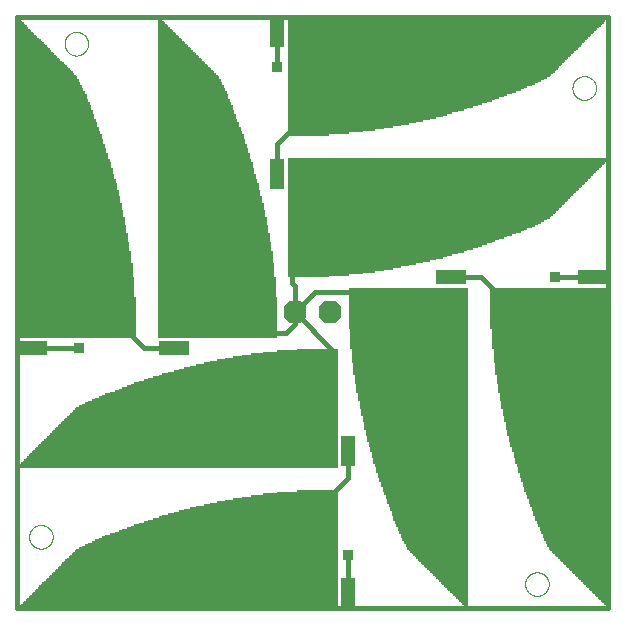
<source format=gtl>
G75*
%MOIN*%
%OFA0B0*%
%FSLAX25Y25*%
%IPPOS*%
%LPD*%
%AMOC8*
5,1,8,0,0,1.08239X$1,22.5*
%
%ADD10C,0.01600*%
%ADD11C,0.00000*%
%ADD12R,0.05000X0.02500*%
%ADD13C,0.00256*%
%ADD14R,0.02500X0.05000*%
%ADD15OC8,0.07600*%
%ADD16R,0.10000X0.05000*%
%ADD17R,0.05000X0.10000*%
%ADD18R,0.03562X0.03562*%
D10*
X0005000Y0005000D02*
X0201850Y0005000D01*
X0201850Y0201850D01*
X0005000Y0201850D01*
X0005000Y0005000D01*
X0009921Y0091614D02*
X0025669Y0091614D01*
X0042363Y0096574D02*
X0047323Y0091614D01*
X0057165Y0091614D01*
X0054545Y0096574D02*
X0094529Y0096574D01*
X0094567Y0096535D01*
X0097520Y0099488D01*
X0097520Y0103425D01*
X0104371Y0110277D01*
X0152305Y0110277D01*
X0149685Y0115236D02*
X0159528Y0115236D01*
X0164487Y0110277D01*
X0199550Y0110277D01*
X0196929Y0115236D02*
X0184134Y0115236D01*
X0115236Y0057165D02*
X0115236Y0048307D01*
X0110277Y0043347D01*
X0110277Y0007301D01*
X0115236Y0009921D02*
X0115236Y0022717D01*
X0110277Y0054545D02*
X0110277Y0090668D01*
X0097520Y0103425D01*
X0097520Y0112283D01*
X0096574Y0113229D01*
X0096574Y0152305D01*
X0091614Y0149685D02*
X0091614Y0147717D01*
X0091614Y0149685D02*
X0091614Y0159528D01*
X0096574Y0164487D01*
X0096574Y0199550D01*
X0091614Y0196929D02*
X0091614Y0185118D01*
X0042363Y0096574D02*
X0007301Y0096574D01*
D11*
X0008937Y0028622D02*
X0008939Y0028747D01*
X0008945Y0028872D01*
X0008955Y0028996D01*
X0008969Y0029120D01*
X0008986Y0029244D01*
X0009008Y0029367D01*
X0009034Y0029489D01*
X0009063Y0029611D01*
X0009096Y0029731D01*
X0009134Y0029850D01*
X0009174Y0029969D01*
X0009219Y0030085D01*
X0009267Y0030200D01*
X0009319Y0030314D01*
X0009375Y0030426D01*
X0009434Y0030536D01*
X0009496Y0030644D01*
X0009562Y0030751D01*
X0009631Y0030855D01*
X0009704Y0030956D01*
X0009779Y0031056D01*
X0009858Y0031153D01*
X0009940Y0031247D01*
X0010025Y0031339D01*
X0010112Y0031428D01*
X0010203Y0031514D01*
X0010296Y0031597D01*
X0010392Y0031678D01*
X0010490Y0031755D01*
X0010590Y0031829D01*
X0010693Y0031900D01*
X0010798Y0031967D01*
X0010906Y0032032D01*
X0011015Y0032092D01*
X0011126Y0032150D01*
X0011239Y0032203D01*
X0011353Y0032253D01*
X0011469Y0032300D01*
X0011586Y0032342D01*
X0011705Y0032381D01*
X0011825Y0032417D01*
X0011946Y0032448D01*
X0012068Y0032476D01*
X0012190Y0032499D01*
X0012314Y0032519D01*
X0012438Y0032535D01*
X0012562Y0032547D01*
X0012687Y0032555D01*
X0012812Y0032559D01*
X0012936Y0032559D01*
X0013061Y0032555D01*
X0013186Y0032547D01*
X0013310Y0032535D01*
X0013434Y0032519D01*
X0013558Y0032499D01*
X0013680Y0032476D01*
X0013802Y0032448D01*
X0013923Y0032417D01*
X0014043Y0032381D01*
X0014162Y0032342D01*
X0014279Y0032300D01*
X0014395Y0032253D01*
X0014509Y0032203D01*
X0014622Y0032150D01*
X0014733Y0032092D01*
X0014843Y0032032D01*
X0014950Y0031967D01*
X0015055Y0031900D01*
X0015158Y0031829D01*
X0015258Y0031755D01*
X0015356Y0031678D01*
X0015452Y0031597D01*
X0015545Y0031514D01*
X0015636Y0031428D01*
X0015723Y0031339D01*
X0015808Y0031247D01*
X0015890Y0031153D01*
X0015969Y0031056D01*
X0016044Y0030956D01*
X0016117Y0030855D01*
X0016186Y0030751D01*
X0016252Y0030644D01*
X0016314Y0030536D01*
X0016373Y0030426D01*
X0016429Y0030314D01*
X0016481Y0030200D01*
X0016529Y0030085D01*
X0016574Y0029969D01*
X0016614Y0029850D01*
X0016652Y0029731D01*
X0016685Y0029611D01*
X0016714Y0029489D01*
X0016740Y0029367D01*
X0016762Y0029244D01*
X0016779Y0029120D01*
X0016793Y0028996D01*
X0016803Y0028872D01*
X0016809Y0028747D01*
X0016811Y0028622D01*
X0016809Y0028497D01*
X0016803Y0028372D01*
X0016793Y0028248D01*
X0016779Y0028124D01*
X0016762Y0028000D01*
X0016740Y0027877D01*
X0016714Y0027755D01*
X0016685Y0027633D01*
X0016652Y0027513D01*
X0016614Y0027394D01*
X0016574Y0027275D01*
X0016529Y0027159D01*
X0016481Y0027044D01*
X0016429Y0026930D01*
X0016373Y0026818D01*
X0016314Y0026708D01*
X0016252Y0026600D01*
X0016186Y0026493D01*
X0016117Y0026389D01*
X0016044Y0026288D01*
X0015969Y0026188D01*
X0015890Y0026091D01*
X0015808Y0025997D01*
X0015723Y0025905D01*
X0015636Y0025816D01*
X0015545Y0025730D01*
X0015452Y0025647D01*
X0015356Y0025566D01*
X0015258Y0025489D01*
X0015158Y0025415D01*
X0015055Y0025344D01*
X0014950Y0025277D01*
X0014842Y0025212D01*
X0014733Y0025152D01*
X0014622Y0025094D01*
X0014509Y0025041D01*
X0014395Y0024991D01*
X0014279Y0024944D01*
X0014162Y0024902D01*
X0014043Y0024863D01*
X0013923Y0024827D01*
X0013802Y0024796D01*
X0013680Y0024768D01*
X0013558Y0024745D01*
X0013434Y0024725D01*
X0013310Y0024709D01*
X0013186Y0024697D01*
X0013061Y0024689D01*
X0012936Y0024685D01*
X0012812Y0024685D01*
X0012687Y0024689D01*
X0012562Y0024697D01*
X0012438Y0024709D01*
X0012314Y0024725D01*
X0012190Y0024745D01*
X0012068Y0024768D01*
X0011946Y0024796D01*
X0011825Y0024827D01*
X0011705Y0024863D01*
X0011586Y0024902D01*
X0011469Y0024944D01*
X0011353Y0024991D01*
X0011239Y0025041D01*
X0011126Y0025094D01*
X0011015Y0025152D01*
X0010905Y0025212D01*
X0010798Y0025277D01*
X0010693Y0025344D01*
X0010590Y0025415D01*
X0010490Y0025489D01*
X0010392Y0025566D01*
X0010296Y0025647D01*
X0010203Y0025730D01*
X0010112Y0025816D01*
X0010025Y0025905D01*
X0009940Y0025997D01*
X0009858Y0026091D01*
X0009779Y0026188D01*
X0009704Y0026288D01*
X0009631Y0026389D01*
X0009562Y0026493D01*
X0009496Y0026600D01*
X0009434Y0026708D01*
X0009375Y0026818D01*
X0009319Y0026930D01*
X0009267Y0027044D01*
X0009219Y0027159D01*
X0009174Y0027275D01*
X0009134Y0027394D01*
X0009096Y0027513D01*
X0009063Y0027633D01*
X0009034Y0027755D01*
X0009008Y0027877D01*
X0008986Y0028000D01*
X0008969Y0028124D01*
X0008955Y0028248D01*
X0008945Y0028372D01*
X0008939Y0028497D01*
X0008937Y0028622D01*
X0020748Y0192992D02*
X0020750Y0193117D01*
X0020756Y0193242D01*
X0020766Y0193366D01*
X0020780Y0193490D01*
X0020797Y0193614D01*
X0020819Y0193737D01*
X0020845Y0193859D01*
X0020874Y0193981D01*
X0020907Y0194101D01*
X0020945Y0194220D01*
X0020985Y0194339D01*
X0021030Y0194455D01*
X0021078Y0194570D01*
X0021130Y0194684D01*
X0021186Y0194796D01*
X0021245Y0194906D01*
X0021307Y0195014D01*
X0021373Y0195121D01*
X0021442Y0195225D01*
X0021515Y0195326D01*
X0021590Y0195426D01*
X0021669Y0195523D01*
X0021751Y0195617D01*
X0021836Y0195709D01*
X0021923Y0195798D01*
X0022014Y0195884D01*
X0022107Y0195967D01*
X0022203Y0196048D01*
X0022301Y0196125D01*
X0022401Y0196199D01*
X0022504Y0196270D01*
X0022609Y0196337D01*
X0022717Y0196402D01*
X0022826Y0196462D01*
X0022937Y0196520D01*
X0023050Y0196573D01*
X0023164Y0196623D01*
X0023280Y0196670D01*
X0023397Y0196712D01*
X0023516Y0196751D01*
X0023636Y0196787D01*
X0023757Y0196818D01*
X0023879Y0196846D01*
X0024001Y0196869D01*
X0024125Y0196889D01*
X0024249Y0196905D01*
X0024373Y0196917D01*
X0024498Y0196925D01*
X0024623Y0196929D01*
X0024747Y0196929D01*
X0024872Y0196925D01*
X0024997Y0196917D01*
X0025121Y0196905D01*
X0025245Y0196889D01*
X0025369Y0196869D01*
X0025491Y0196846D01*
X0025613Y0196818D01*
X0025734Y0196787D01*
X0025854Y0196751D01*
X0025973Y0196712D01*
X0026090Y0196670D01*
X0026206Y0196623D01*
X0026320Y0196573D01*
X0026433Y0196520D01*
X0026544Y0196462D01*
X0026654Y0196402D01*
X0026761Y0196337D01*
X0026866Y0196270D01*
X0026969Y0196199D01*
X0027069Y0196125D01*
X0027167Y0196048D01*
X0027263Y0195967D01*
X0027356Y0195884D01*
X0027447Y0195798D01*
X0027534Y0195709D01*
X0027619Y0195617D01*
X0027701Y0195523D01*
X0027780Y0195426D01*
X0027855Y0195326D01*
X0027928Y0195225D01*
X0027997Y0195121D01*
X0028063Y0195014D01*
X0028125Y0194906D01*
X0028184Y0194796D01*
X0028240Y0194684D01*
X0028292Y0194570D01*
X0028340Y0194455D01*
X0028385Y0194339D01*
X0028425Y0194220D01*
X0028463Y0194101D01*
X0028496Y0193981D01*
X0028525Y0193859D01*
X0028551Y0193737D01*
X0028573Y0193614D01*
X0028590Y0193490D01*
X0028604Y0193366D01*
X0028614Y0193242D01*
X0028620Y0193117D01*
X0028622Y0192992D01*
X0028620Y0192867D01*
X0028614Y0192742D01*
X0028604Y0192618D01*
X0028590Y0192494D01*
X0028573Y0192370D01*
X0028551Y0192247D01*
X0028525Y0192125D01*
X0028496Y0192003D01*
X0028463Y0191883D01*
X0028425Y0191764D01*
X0028385Y0191645D01*
X0028340Y0191529D01*
X0028292Y0191414D01*
X0028240Y0191300D01*
X0028184Y0191188D01*
X0028125Y0191078D01*
X0028063Y0190970D01*
X0027997Y0190863D01*
X0027928Y0190759D01*
X0027855Y0190658D01*
X0027780Y0190558D01*
X0027701Y0190461D01*
X0027619Y0190367D01*
X0027534Y0190275D01*
X0027447Y0190186D01*
X0027356Y0190100D01*
X0027263Y0190017D01*
X0027167Y0189936D01*
X0027069Y0189859D01*
X0026969Y0189785D01*
X0026866Y0189714D01*
X0026761Y0189647D01*
X0026653Y0189582D01*
X0026544Y0189522D01*
X0026433Y0189464D01*
X0026320Y0189411D01*
X0026206Y0189361D01*
X0026090Y0189314D01*
X0025973Y0189272D01*
X0025854Y0189233D01*
X0025734Y0189197D01*
X0025613Y0189166D01*
X0025491Y0189138D01*
X0025369Y0189115D01*
X0025245Y0189095D01*
X0025121Y0189079D01*
X0024997Y0189067D01*
X0024872Y0189059D01*
X0024747Y0189055D01*
X0024623Y0189055D01*
X0024498Y0189059D01*
X0024373Y0189067D01*
X0024249Y0189079D01*
X0024125Y0189095D01*
X0024001Y0189115D01*
X0023879Y0189138D01*
X0023757Y0189166D01*
X0023636Y0189197D01*
X0023516Y0189233D01*
X0023397Y0189272D01*
X0023280Y0189314D01*
X0023164Y0189361D01*
X0023050Y0189411D01*
X0022937Y0189464D01*
X0022826Y0189522D01*
X0022716Y0189582D01*
X0022609Y0189647D01*
X0022504Y0189714D01*
X0022401Y0189785D01*
X0022301Y0189859D01*
X0022203Y0189936D01*
X0022107Y0190017D01*
X0022014Y0190100D01*
X0021923Y0190186D01*
X0021836Y0190275D01*
X0021751Y0190367D01*
X0021669Y0190461D01*
X0021590Y0190558D01*
X0021515Y0190658D01*
X0021442Y0190759D01*
X0021373Y0190863D01*
X0021307Y0190970D01*
X0021245Y0191078D01*
X0021186Y0191188D01*
X0021130Y0191300D01*
X0021078Y0191414D01*
X0021030Y0191529D01*
X0020985Y0191645D01*
X0020945Y0191764D01*
X0020907Y0191883D01*
X0020874Y0192003D01*
X0020845Y0192125D01*
X0020819Y0192247D01*
X0020797Y0192370D01*
X0020780Y0192494D01*
X0020766Y0192618D01*
X0020756Y0192742D01*
X0020750Y0192867D01*
X0020748Y0192992D01*
X0190039Y0178228D02*
X0190041Y0178353D01*
X0190047Y0178478D01*
X0190057Y0178602D01*
X0190071Y0178726D01*
X0190088Y0178850D01*
X0190110Y0178973D01*
X0190136Y0179095D01*
X0190165Y0179217D01*
X0190198Y0179337D01*
X0190236Y0179456D01*
X0190276Y0179575D01*
X0190321Y0179691D01*
X0190369Y0179806D01*
X0190421Y0179920D01*
X0190477Y0180032D01*
X0190536Y0180142D01*
X0190598Y0180250D01*
X0190664Y0180357D01*
X0190733Y0180461D01*
X0190806Y0180562D01*
X0190881Y0180662D01*
X0190960Y0180759D01*
X0191042Y0180853D01*
X0191127Y0180945D01*
X0191214Y0181034D01*
X0191305Y0181120D01*
X0191398Y0181203D01*
X0191494Y0181284D01*
X0191592Y0181361D01*
X0191692Y0181435D01*
X0191795Y0181506D01*
X0191900Y0181573D01*
X0192008Y0181638D01*
X0192117Y0181698D01*
X0192228Y0181756D01*
X0192341Y0181809D01*
X0192455Y0181859D01*
X0192571Y0181906D01*
X0192688Y0181948D01*
X0192807Y0181987D01*
X0192927Y0182023D01*
X0193048Y0182054D01*
X0193170Y0182082D01*
X0193292Y0182105D01*
X0193416Y0182125D01*
X0193540Y0182141D01*
X0193664Y0182153D01*
X0193789Y0182161D01*
X0193914Y0182165D01*
X0194038Y0182165D01*
X0194163Y0182161D01*
X0194288Y0182153D01*
X0194412Y0182141D01*
X0194536Y0182125D01*
X0194660Y0182105D01*
X0194782Y0182082D01*
X0194904Y0182054D01*
X0195025Y0182023D01*
X0195145Y0181987D01*
X0195264Y0181948D01*
X0195381Y0181906D01*
X0195497Y0181859D01*
X0195611Y0181809D01*
X0195724Y0181756D01*
X0195835Y0181698D01*
X0195945Y0181638D01*
X0196052Y0181573D01*
X0196157Y0181506D01*
X0196260Y0181435D01*
X0196360Y0181361D01*
X0196458Y0181284D01*
X0196554Y0181203D01*
X0196647Y0181120D01*
X0196738Y0181034D01*
X0196825Y0180945D01*
X0196910Y0180853D01*
X0196992Y0180759D01*
X0197071Y0180662D01*
X0197146Y0180562D01*
X0197219Y0180461D01*
X0197288Y0180357D01*
X0197354Y0180250D01*
X0197416Y0180142D01*
X0197475Y0180032D01*
X0197531Y0179920D01*
X0197583Y0179806D01*
X0197631Y0179691D01*
X0197676Y0179575D01*
X0197716Y0179456D01*
X0197754Y0179337D01*
X0197787Y0179217D01*
X0197816Y0179095D01*
X0197842Y0178973D01*
X0197864Y0178850D01*
X0197881Y0178726D01*
X0197895Y0178602D01*
X0197905Y0178478D01*
X0197911Y0178353D01*
X0197913Y0178228D01*
X0197911Y0178103D01*
X0197905Y0177978D01*
X0197895Y0177854D01*
X0197881Y0177730D01*
X0197864Y0177606D01*
X0197842Y0177483D01*
X0197816Y0177361D01*
X0197787Y0177239D01*
X0197754Y0177119D01*
X0197716Y0177000D01*
X0197676Y0176881D01*
X0197631Y0176765D01*
X0197583Y0176650D01*
X0197531Y0176536D01*
X0197475Y0176424D01*
X0197416Y0176314D01*
X0197354Y0176206D01*
X0197288Y0176099D01*
X0197219Y0175995D01*
X0197146Y0175894D01*
X0197071Y0175794D01*
X0196992Y0175697D01*
X0196910Y0175603D01*
X0196825Y0175511D01*
X0196738Y0175422D01*
X0196647Y0175336D01*
X0196554Y0175253D01*
X0196458Y0175172D01*
X0196360Y0175095D01*
X0196260Y0175021D01*
X0196157Y0174950D01*
X0196052Y0174883D01*
X0195944Y0174818D01*
X0195835Y0174758D01*
X0195724Y0174700D01*
X0195611Y0174647D01*
X0195497Y0174597D01*
X0195381Y0174550D01*
X0195264Y0174508D01*
X0195145Y0174469D01*
X0195025Y0174433D01*
X0194904Y0174402D01*
X0194782Y0174374D01*
X0194660Y0174351D01*
X0194536Y0174331D01*
X0194412Y0174315D01*
X0194288Y0174303D01*
X0194163Y0174295D01*
X0194038Y0174291D01*
X0193914Y0174291D01*
X0193789Y0174295D01*
X0193664Y0174303D01*
X0193540Y0174315D01*
X0193416Y0174331D01*
X0193292Y0174351D01*
X0193170Y0174374D01*
X0193048Y0174402D01*
X0192927Y0174433D01*
X0192807Y0174469D01*
X0192688Y0174508D01*
X0192571Y0174550D01*
X0192455Y0174597D01*
X0192341Y0174647D01*
X0192228Y0174700D01*
X0192117Y0174758D01*
X0192007Y0174818D01*
X0191900Y0174883D01*
X0191795Y0174950D01*
X0191692Y0175021D01*
X0191592Y0175095D01*
X0191494Y0175172D01*
X0191398Y0175253D01*
X0191305Y0175336D01*
X0191214Y0175422D01*
X0191127Y0175511D01*
X0191042Y0175603D01*
X0190960Y0175697D01*
X0190881Y0175794D01*
X0190806Y0175894D01*
X0190733Y0175995D01*
X0190664Y0176099D01*
X0190598Y0176206D01*
X0190536Y0176314D01*
X0190477Y0176424D01*
X0190421Y0176536D01*
X0190369Y0176650D01*
X0190321Y0176765D01*
X0190276Y0176881D01*
X0190236Y0177000D01*
X0190198Y0177119D01*
X0190165Y0177239D01*
X0190136Y0177361D01*
X0190110Y0177483D01*
X0190088Y0177606D01*
X0190071Y0177730D01*
X0190057Y0177854D01*
X0190047Y0177978D01*
X0190041Y0178103D01*
X0190039Y0178228D01*
X0174291Y0012874D02*
X0174293Y0012999D01*
X0174299Y0013124D01*
X0174309Y0013248D01*
X0174323Y0013372D01*
X0174340Y0013496D01*
X0174362Y0013619D01*
X0174388Y0013741D01*
X0174417Y0013863D01*
X0174450Y0013983D01*
X0174488Y0014102D01*
X0174528Y0014221D01*
X0174573Y0014337D01*
X0174621Y0014452D01*
X0174673Y0014566D01*
X0174729Y0014678D01*
X0174788Y0014788D01*
X0174850Y0014896D01*
X0174916Y0015003D01*
X0174985Y0015107D01*
X0175058Y0015208D01*
X0175133Y0015308D01*
X0175212Y0015405D01*
X0175294Y0015499D01*
X0175379Y0015591D01*
X0175466Y0015680D01*
X0175557Y0015766D01*
X0175650Y0015849D01*
X0175746Y0015930D01*
X0175844Y0016007D01*
X0175944Y0016081D01*
X0176047Y0016152D01*
X0176152Y0016219D01*
X0176260Y0016284D01*
X0176369Y0016344D01*
X0176480Y0016402D01*
X0176593Y0016455D01*
X0176707Y0016505D01*
X0176823Y0016552D01*
X0176940Y0016594D01*
X0177059Y0016633D01*
X0177179Y0016669D01*
X0177300Y0016700D01*
X0177422Y0016728D01*
X0177544Y0016751D01*
X0177668Y0016771D01*
X0177792Y0016787D01*
X0177916Y0016799D01*
X0178041Y0016807D01*
X0178166Y0016811D01*
X0178290Y0016811D01*
X0178415Y0016807D01*
X0178540Y0016799D01*
X0178664Y0016787D01*
X0178788Y0016771D01*
X0178912Y0016751D01*
X0179034Y0016728D01*
X0179156Y0016700D01*
X0179277Y0016669D01*
X0179397Y0016633D01*
X0179516Y0016594D01*
X0179633Y0016552D01*
X0179749Y0016505D01*
X0179863Y0016455D01*
X0179976Y0016402D01*
X0180087Y0016344D01*
X0180197Y0016284D01*
X0180304Y0016219D01*
X0180409Y0016152D01*
X0180512Y0016081D01*
X0180612Y0016007D01*
X0180710Y0015930D01*
X0180806Y0015849D01*
X0180899Y0015766D01*
X0180990Y0015680D01*
X0181077Y0015591D01*
X0181162Y0015499D01*
X0181244Y0015405D01*
X0181323Y0015308D01*
X0181398Y0015208D01*
X0181471Y0015107D01*
X0181540Y0015003D01*
X0181606Y0014896D01*
X0181668Y0014788D01*
X0181727Y0014678D01*
X0181783Y0014566D01*
X0181835Y0014452D01*
X0181883Y0014337D01*
X0181928Y0014221D01*
X0181968Y0014102D01*
X0182006Y0013983D01*
X0182039Y0013863D01*
X0182068Y0013741D01*
X0182094Y0013619D01*
X0182116Y0013496D01*
X0182133Y0013372D01*
X0182147Y0013248D01*
X0182157Y0013124D01*
X0182163Y0012999D01*
X0182165Y0012874D01*
X0182163Y0012749D01*
X0182157Y0012624D01*
X0182147Y0012500D01*
X0182133Y0012376D01*
X0182116Y0012252D01*
X0182094Y0012129D01*
X0182068Y0012007D01*
X0182039Y0011885D01*
X0182006Y0011765D01*
X0181968Y0011646D01*
X0181928Y0011527D01*
X0181883Y0011411D01*
X0181835Y0011296D01*
X0181783Y0011182D01*
X0181727Y0011070D01*
X0181668Y0010960D01*
X0181606Y0010852D01*
X0181540Y0010745D01*
X0181471Y0010641D01*
X0181398Y0010540D01*
X0181323Y0010440D01*
X0181244Y0010343D01*
X0181162Y0010249D01*
X0181077Y0010157D01*
X0180990Y0010068D01*
X0180899Y0009982D01*
X0180806Y0009899D01*
X0180710Y0009818D01*
X0180612Y0009741D01*
X0180512Y0009667D01*
X0180409Y0009596D01*
X0180304Y0009529D01*
X0180196Y0009464D01*
X0180087Y0009404D01*
X0179976Y0009346D01*
X0179863Y0009293D01*
X0179749Y0009243D01*
X0179633Y0009196D01*
X0179516Y0009154D01*
X0179397Y0009115D01*
X0179277Y0009079D01*
X0179156Y0009048D01*
X0179034Y0009020D01*
X0178912Y0008997D01*
X0178788Y0008977D01*
X0178664Y0008961D01*
X0178540Y0008949D01*
X0178415Y0008941D01*
X0178290Y0008937D01*
X0178166Y0008937D01*
X0178041Y0008941D01*
X0177916Y0008949D01*
X0177792Y0008961D01*
X0177668Y0008977D01*
X0177544Y0008997D01*
X0177422Y0009020D01*
X0177300Y0009048D01*
X0177179Y0009079D01*
X0177059Y0009115D01*
X0176940Y0009154D01*
X0176823Y0009196D01*
X0176707Y0009243D01*
X0176593Y0009293D01*
X0176480Y0009346D01*
X0176369Y0009404D01*
X0176259Y0009464D01*
X0176152Y0009529D01*
X0176047Y0009596D01*
X0175944Y0009667D01*
X0175844Y0009741D01*
X0175746Y0009818D01*
X0175650Y0009899D01*
X0175557Y0009982D01*
X0175466Y0010068D01*
X0175379Y0010157D01*
X0175294Y0010249D01*
X0175212Y0010343D01*
X0175133Y0010440D01*
X0175058Y0010540D01*
X0174985Y0010641D01*
X0174916Y0010745D01*
X0174850Y0010852D01*
X0174788Y0010960D01*
X0174729Y0011070D01*
X0174673Y0011182D01*
X0174621Y0011296D01*
X0174573Y0011411D01*
X0174528Y0011527D01*
X0174488Y0011646D01*
X0174450Y0011765D01*
X0174417Y0011885D01*
X0174388Y0012007D01*
X0174362Y0012129D01*
X0174340Y0012252D01*
X0174323Y0012376D01*
X0174309Y0012500D01*
X0174299Y0012624D01*
X0174293Y0012749D01*
X0174291Y0012874D01*
D12*
X0152305Y0110277D03*
X0199550Y0110277D03*
X0054545Y0096574D03*
X0007301Y0096574D03*
D13*
X0005205Y0004744D02*
X0028724Y0004744D01*
X0111555Y0004744D01*
X0111555Y0044114D01*
X0098261Y0044114D01*
X0098261Y0043603D01*
X0091614Y0043603D01*
X0091614Y0043092D01*
X0087012Y0043092D01*
X0087012Y0042581D01*
X0082922Y0042581D01*
X0082922Y0042069D01*
X0079854Y0042069D01*
X0079854Y0041558D01*
X0076786Y0041558D01*
X0076786Y0041047D01*
X0074230Y0041047D01*
X0074230Y0040535D01*
X0071673Y0040535D01*
X0071673Y0040024D01*
X0069117Y0040024D01*
X0069117Y0039513D01*
X0067072Y0039513D01*
X0067072Y0039001D01*
X0064515Y0039001D01*
X0064515Y0038490D01*
X0062470Y0038490D01*
X0062470Y0037979D01*
X0060425Y0037979D01*
X0060425Y0037468D01*
X0058891Y0037468D01*
X0058891Y0036956D01*
X0057357Y0036956D01*
X0057357Y0036445D01*
X0055312Y0036445D01*
X0055312Y0035934D01*
X0053267Y0035934D01*
X0053267Y0035422D01*
X0052244Y0035422D01*
X0052244Y0034911D01*
X0050199Y0034911D01*
X0050199Y0034400D01*
X0048665Y0034400D01*
X0048665Y0033888D01*
X0047131Y0033888D01*
X0047131Y0033377D01*
X0045597Y0033377D01*
X0045597Y0032866D01*
X0044063Y0032866D01*
X0044063Y0032355D01*
X0043041Y0032355D01*
X0043041Y0031843D01*
X0041507Y0031843D01*
X0041507Y0031332D01*
X0039973Y0031332D01*
X0039973Y0030821D01*
X0038950Y0030821D01*
X0038950Y0030309D01*
X0037416Y0030309D01*
X0037416Y0029798D01*
X0035883Y0029798D01*
X0035883Y0029287D01*
X0034349Y0029287D01*
X0034349Y0028775D01*
X0033326Y0028775D01*
X0033326Y0028264D01*
X0032303Y0028264D01*
X0032303Y0027753D01*
X0030770Y0027753D01*
X0030770Y0027242D01*
X0029747Y0027242D01*
X0029747Y0026730D01*
X0028724Y0026730D01*
X0028724Y0026219D01*
X0027702Y0026219D01*
X0027702Y0025708D01*
X0026679Y0025708D01*
X0026679Y0025196D01*
X0025657Y0025196D01*
X0025657Y0024685D01*
X0024634Y0024685D01*
X0024634Y0024174D01*
X0024123Y0024174D01*
X0024123Y0023662D01*
X0023611Y0023662D01*
X0023611Y0023151D01*
X0023100Y0023151D01*
X0023100Y0022640D01*
X0022589Y0022640D01*
X0022589Y0022129D01*
X0022077Y0022129D01*
X0022077Y0021617D01*
X0021566Y0021617D01*
X0021566Y0021106D01*
X0021055Y0021106D01*
X0021055Y0020595D01*
X0020544Y0020595D01*
X0020544Y0020083D01*
X0020032Y0020083D01*
X0020032Y0019572D01*
X0019521Y0019572D01*
X0019521Y0019061D01*
X0019010Y0019061D01*
X0019010Y0018549D01*
X0018498Y0018549D01*
X0018498Y0018038D01*
X0017987Y0018038D01*
X0017987Y0017527D01*
X0017476Y0017527D01*
X0017476Y0017016D01*
X0016964Y0017016D01*
X0016964Y0016504D01*
X0016453Y0016504D01*
X0016453Y0015993D01*
X0015942Y0015993D01*
X0015942Y0015482D01*
X0015431Y0015482D01*
X0015431Y0014970D01*
X0014919Y0014970D01*
X0014919Y0014459D01*
X0014408Y0014459D01*
X0014408Y0013948D01*
X0013897Y0013948D01*
X0013897Y0013436D01*
X0013385Y0013436D01*
X0013385Y0012925D01*
X0012874Y0012925D01*
X0012874Y0012414D01*
X0012363Y0012414D01*
X0012363Y0011903D01*
X0011851Y0011903D01*
X0011851Y0011391D01*
X0011340Y0011391D01*
X0011340Y0010880D01*
X0010829Y0010880D01*
X0010829Y0010369D01*
X0010318Y0010369D01*
X0010318Y0009857D01*
X0009806Y0009857D01*
X0009806Y0009346D01*
X0009295Y0009346D01*
X0009295Y0008835D01*
X0008784Y0008835D01*
X0008784Y0008323D01*
X0008272Y0008323D01*
X0008272Y0007812D01*
X0007761Y0007812D01*
X0007761Y0007301D01*
X0007250Y0007301D01*
X0007250Y0006790D01*
X0006738Y0006790D01*
X0006738Y0006278D01*
X0006227Y0006278D01*
X0006227Y0005767D01*
X0005716Y0005767D01*
X0005716Y0005256D01*
X0005205Y0005256D01*
X0005205Y0004744D01*
X0005205Y0004746D02*
X0111555Y0004746D01*
X0111555Y0005000D02*
X0005205Y0005000D01*
X0005205Y0005254D02*
X0111555Y0005254D01*
X0111555Y0005508D02*
X0005716Y0005508D01*
X0005716Y0005762D02*
X0111555Y0005762D01*
X0111555Y0006017D02*
X0006227Y0006017D01*
X0006227Y0006271D02*
X0111555Y0006271D01*
X0111555Y0006525D02*
X0006738Y0006525D01*
X0006738Y0006779D02*
X0111555Y0006779D01*
X0111555Y0007033D02*
X0007250Y0007033D01*
X0007250Y0007287D02*
X0111555Y0007287D01*
X0111555Y0007542D02*
X0007761Y0007542D01*
X0007761Y0007796D02*
X0111555Y0007796D01*
X0111555Y0008050D02*
X0008272Y0008050D01*
X0008272Y0008304D02*
X0111555Y0008304D01*
X0111555Y0008558D02*
X0008784Y0008558D01*
X0008784Y0008812D02*
X0111555Y0008812D01*
X0111555Y0009067D02*
X0009295Y0009067D01*
X0009295Y0009321D02*
X0111555Y0009321D01*
X0111555Y0009575D02*
X0009806Y0009575D01*
X0009806Y0009829D02*
X0111555Y0009829D01*
X0111555Y0010083D02*
X0010318Y0010083D01*
X0010318Y0010337D02*
X0111555Y0010337D01*
X0111555Y0010591D02*
X0010829Y0010591D01*
X0010829Y0010846D02*
X0111555Y0010846D01*
X0111555Y0011100D02*
X0011340Y0011100D01*
X0011340Y0011354D02*
X0111555Y0011354D01*
X0111555Y0011608D02*
X0011851Y0011608D01*
X0011851Y0011862D02*
X0111555Y0011862D01*
X0111555Y0012116D02*
X0012363Y0012116D01*
X0012363Y0012371D02*
X0111555Y0012371D01*
X0111555Y0012625D02*
X0012874Y0012625D01*
X0012874Y0012879D02*
X0111555Y0012879D01*
X0111555Y0013133D02*
X0013385Y0013133D01*
X0013385Y0013387D02*
X0111555Y0013387D01*
X0111555Y0013641D02*
X0013897Y0013641D01*
X0013897Y0013896D02*
X0111555Y0013896D01*
X0111555Y0014150D02*
X0014408Y0014150D01*
X0014408Y0014404D02*
X0111555Y0014404D01*
X0111555Y0014658D02*
X0014919Y0014658D01*
X0014919Y0014912D02*
X0111555Y0014912D01*
X0111555Y0015166D02*
X0015431Y0015166D01*
X0015431Y0015420D02*
X0111555Y0015420D01*
X0111555Y0015675D02*
X0015942Y0015675D01*
X0015942Y0015929D02*
X0111555Y0015929D01*
X0111555Y0016183D02*
X0016453Y0016183D01*
X0016453Y0016437D02*
X0111555Y0016437D01*
X0111555Y0016691D02*
X0016964Y0016691D01*
X0016964Y0016945D02*
X0111555Y0016945D01*
X0111555Y0017200D02*
X0017476Y0017200D01*
X0017476Y0017454D02*
X0111555Y0017454D01*
X0111555Y0017708D02*
X0017987Y0017708D01*
X0017987Y0017962D02*
X0111555Y0017962D01*
X0111555Y0018216D02*
X0018498Y0018216D01*
X0018498Y0018470D02*
X0111555Y0018470D01*
X0111555Y0018725D02*
X0019010Y0018725D01*
X0019010Y0018979D02*
X0111555Y0018979D01*
X0111555Y0019233D02*
X0019521Y0019233D01*
X0019521Y0019487D02*
X0111555Y0019487D01*
X0111555Y0019741D02*
X0020032Y0019741D01*
X0020032Y0019995D02*
X0111555Y0019995D01*
X0111555Y0020250D02*
X0020544Y0020250D01*
X0020544Y0020504D02*
X0111555Y0020504D01*
X0111555Y0020758D02*
X0021055Y0020758D01*
X0021055Y0021012D02*
X0111555Y0021012D01*
X0111555Y0021266D02*
X0021566Y0021266D01*
X0021566Y0021520D02*
X0111555Y0021520D01*
X0111555Y0021774D02*
X0022077Y0021774D01*
X0022077Y0022029D02*
X0111555Y0022029D01*
X0111555Y0022283D02*
X0022589Y0022283D01*
X0022589Y0022537D02*
X0111555Y0022537D01*
X0111555Y0022791D02*
X0023100Y0022791D01*
X0023100Y0023045D02*
X0111555Y0023045D01*
X0111555Y0023299D02*
X0023611Y0023299D01*
X0023611Y0023554D02*
X0111555Y0023554D01*
X0111555Y0023808D02*
X0024123Y0023808D01*
X0024123Y0024062D02*
X0111555Y0024062D01*
X0111555Y0024316D02*
X0024634Y0024316D01*
X0024634Y0024570D02*
X0111555Y0024570D01*
X0111555Y0024824D02*
X0025657Y0024824D01*
X0025657Y0025079D02*
X0111555Y0025079D01*
X0111555Y0025333D02*
X0026679Y0025333D01*
X0026679Y0025587D02*
X0111555Y0025587D01*
X0111555Y0025841D02*
X0027702Y0025841D01*
X0027702Y0026095D02*
X0111555Y0026095D01*
X0111555Y0026349D02*
X0028724Y0026349D01*
X0028724Y0026603D02*
X0111555Y0026603D01*
X0111555Y0026858D02*
X0029747Y0026858D01*
X0029747Y0027112D02*
X0111555Y0027112D01*
X0111555Y0027366D02*
X0030770Y0027366D01*
X0030770Y0027620D02*
X0111555Y0027620D01*
X0111555Y0027874D02*
X0032303Y0027874D01*
X0032303Y0028128D02*
X0111555Y0028128D01*
X0111555Y0028383D02*
X0033326Y0028383D01*
X0033326Y0028637D02*
X0111555Y0028637D01*
X0111555Y0028891D02*
X0034349Y0028891D01*
X0034349Y0029145D02*
X0111555Y0029145D01*
X0111555Y0029399D02*
X0035883Y0029399D01*
X0035883Y0029653D02*
X0111555Y0029653D01*
X0111555Y0029908D02*
X0037416Y0029908D01*
X0037416Y0030162D02*
X0111555Y0030162D01*
X0111555Y0030416D02*
X0038950Y0030416D01*
X0038950Y0030670D02*
X0111555Y0030670D01*
X0111555Y0030924D02*
X0039973Y0030924D01*
X0039973Y0031178D02*
X0111555Y0031178D01*
X0111555Y0031432D02*
X0041507Y0031432D01*
X0041507Y0031687D02*
X0111555Y0031687D01*
X0111555Y0031941D02*
X0043041Y0031941D01*
X0043041Y0032195D02*
X0111555Y0032195D01*
X0111555Y0032449D02*
X0044063Y0032449D01*
X0044063Y0032703D02*
X0111555Y0032703D01*
X0111555Y0032957D02*
X0045597Y0032957D01*
X0045597Y0033212D02*
X0111555Y0033212D01*
X0111555Y0033466D02*
X0047131Y0033466D01*
X0047131Y0033720D02*
X0111555Y0033720D01*
X0111555Y0033974D02*
X0048665Y0033974D01*
X0048665Y0034228D02*
X0111555Y0034228D01*
X0111555Y0034482D02*
X0050199Y0034482D01*
X0050199Y0034737D02*
X0111555Y0034737D01*
X0111555Y0034991D02*
X0052244Y0034991D01*
X0052244Y0035245D02*
X0111555Y0035245D01*
X0111555Y0035499D02*
X0053267Y0035499D01*
X0053267Y0035753D02*
X0111555Y0035753D01*
X0111555Y0036007D02*
X0055312Y0036007D01*
X0055312Y0036261D02*
X0111555Y0036261D01*
X0111555Y0036516D02*
X0057357Y0036516D01*
X0057357Y0036770D02*
X0111555Y0036770D01*
X0111555Y0037024D02*
X0058891Y0037024D01*
X0058891Y0037278D02*
X0111555Y0037278D01*
X0111555Y0037532D02*
X0060425Y0037532D01*
X0060425Y0037786D02*
X0111555Y0037786D01*
X0111555Y0038041D02*
X0062470Y0038041D01*
X0062470Y0038295D02*
X0111555Y0038295D01*
X0111555Y0038549D02*
X0064515Y0038549D01*
X0064515Y0038803D02*
X0111555Y0038803D01*
X0111555Y0039057D02*
X0067072Y0039057D01*
X0067072Y0039311D02*
X0111555Y0039311D01*
X0111555Y0039566D02*
X0069117Y0039566D01*
X0069117Y0039820D02*
X0111555Y0039820D01*
X0111555Y0040074D02*
X0071673Y0040074D01*
X0071673Y0040328D02*
X0111555Y0040328D01*
X0111555Y0040582D02*
X0074230Y0040582D01*
X0074230Y0040836D02*
X0111555Y0040836D01*
X0111555Y0041091D02*
X0076786Y0041091D01*
X0076786Y0041345D02*
X0111555Y0041345D01*
X0111555Y0041599D02*
X0079854Y0041599D01*
X0079854Y0041853D02*
X0111555Y0041853D01*
X0111555Y0042107D02*
X0082922Y0042107D01*
X0082922Y0042361D02*
X0111555Y0042361D01*
X0111555Y0042615D02*
X0087012Y0042615D01*
X0087012Y0042870D02*
X0111555Y0042870D01*
X0111555Y0043124D02*
X0091614Y0043124D01*
X0091614Y0043378D02*
X0111555Y0043378D01*
X0111555Y0043632D02*
X0098261Y0043632D01*
X0098261Y0043886D02*
X0111555Y0043886D01*
X0111555Y0051988D02*
X0028724Y0051988D01*
X0005205Y0051988D01*
X0005205Y0052500D01*
X0005716Y0052500D01*
X0005716Y0053011D01*
X0006227Y0053011D01*
X0006227Y0053522D01*
X0006738Y0053522D01*
X0006738Y0054034D01*
X0007250Y0054034D01*
X0007250Y0054545D01*
X0007761Y0054545D01*
X0007761Y0055056D01*
X0008272Y0055056D01*
X0008272Y0055568D01*
X0008784Y0055568D01*
X0008784Y0056079D01*
X0009295Y0056079D01*
X0009295Y0056590D01*
X0009806Y0056590D01*
X0009806Y0057101D01*
X0010318Y0057101D01*
X0010318Y0057613D01*
X0010829Y0057613D01*
X0010829Y0058124D01*
X0011340Y0058124D01*
X0011340Y0058635D01*
X0011851Y0058635D01*
X0011851Y0059147D01*
X0012363Y0059147D01*
X0012363Y0059658D01*
X0012874Y0059658D01*
X0012874Y0060169D01*
X0013385Y0060169D01*
X0013385Y0060681D01*
X0013897Y0060681D01*
X0013897Y0061192D01*
X0014408Y0061192D01*
X0014408Y0061703D01*
X0014919Y0061703D01*
X0014919Y0062214D01*
X0015431Y0062214D01*
X0015431Y0062726D01*
X0015942Y0062726D01*
X0015942Y0063237D01*
X0016453Y0063237D01*
X0016453Y0063748D01*
X0016964Y0063748D01*
X0016964Y0064260D01*
X0017476Y0064260D01*
X0017476Y0064771D01*
X0017987Y0064771D01*
X0017987Y0065282D01*
X0018498Y0065282D01*
X0018498Y0065794D01*
X0019010Y0065794D01*
X0019010Y0066305D01*
X0019521Y0066305D01*
X0019521Y0066816D01*
X0020032Y0066816D01*
X0020032Y0067327D01*
X0020544Y0067327D01*
X0020544Y0067839D01*
X0021055Y0067839D01*
X0021055Y0068350D01*
X0021566Y0068350D01*
X0021566Y0068861D01*
X0022077Y0068861D01*
X0022077Y0069373D01*
X0022589Y0069373D01*
X0022589Y0069884D01*
X0023100Y0069884D01*
X0023100Y0070395D01*
X0023611Y0070395D01*
X0023611Y0070907D01*
X0024123Y0070907D01*
X0024123Y0071418D01*
X0024634Y0071418D01*
X0024634Y0071929D01*
X0025657Y0071929D01*
X0025657Y0072440D01*
X0026679Y0072440D01*
X0026679Y0072952D01*
X0027702Y0072952D01*
X0027702Y0073463D01*
X0028724Y0073463D01*
X0028724Y0073974D01*
X0029747Y0073974D01*
X0029747Y0074486D01*
X0030770Y0074486D01*
X0030770Y0074997D01*
X0032303Y0074997D01*
X0032303Y0075508D01*
X0033326Y0075508D01*
X0033326Y0076020D01*
X0034349Y0076020D01*
X0034349Y0076531D01*
X0035883Y0076531D01*
X0035883Y0077042D01*
X0037416Y0077042D01*
X0037416Y0077553D01*
X0038950Y0077553D01*
X0038950Y0078065D01*
X0039973Y0078065D01*
X0039973Y0078576D01*
X0041507Y0078576D01*
X0041507Y0079087D01*
X0043041Y0079087D01*
X0043041Y0079599D01*
X0044063Y0079599D01*
X0044063Y0080110D01*
X0045597Y0080110D01*
X0045597Y0080621D01*
X0047131Y0080621D01*
X0047131Y0081133D01*
X0048665Y0081133D01*
X0048665Y0081644D01*
X0050199Y0081644D01*
X0050199Y0082155D01*
X0052244Y0082155D01*
X0052244Y0082666D01*
X0053267Y0082666D01*
X0053267Y0083178D01*
X0055312Y0083178D01*
X0055312Y0083689D01*
X0057357Y0083689D01*
X0057357Y0084200D01*
X0058891Y0084200D01*
X0058891Y0084712D01*
X0060425Y0084712D01*
X0060425Y0085223D01*
X0062470Y0085223D01*
X0062470Y0085734D01*
X0064515Y0085734D01*
X0064515Y0086246D01*
X0067072Y0086246D01*
X0067072Y0086757D01*
X0069117Y0086757D01*
X0069117Y0087268D01*
X0071673Y0087268D01*
X0071673Y0087779D01*
X0074230Y0087779D01*
X0074230Y0088291D01*
X0076786Y0088291D01*
X0076786Y0088802D01*
X0079854Y0088802D01*
X0079854Y0089313D01*
X0082922Y0089313D01*
X0082922Y0089825D01*
X0087012Y0089825D01*
X0087012Y0090336D01*
X0091614Y0090336D01*
X0091614Y0090847D01*
X0098261Y0090847D01*
X0098261Y0091359D01*
X0111555Y0091359D01*
X0111555Y0051988D01*
X0111555Y0052019D02*
X0005205Y0052019D01*
X0005205Y0052273D02*
X0111555Y0052273D01*
X0111555Y0052528D02*
X0005716Y0052528D01*
X0005716Y0052782D02*
X0111555Y0052782D01*
X0111555Y0053036D02*
X0006227Y0053036D01*
X0006227Y0053290D02*
X0111555Y0053290D01*
X0111555Y0053544D02*
X0006738Y0053544D01*
X0006738Y0053798D02*
X0111555Y0053798D01*
X0111555Y0054053D02*
X0007250Y0054053D01*
X0007250Y0054307D02*
X0111555Y0054307D01*
X0111555Y0054561D02*
X0007761Y0054561D01*
X0007761Y0054815D02*
X0111555Y0054815D01*
X0111555Y0055069D02*
X0008272Y0055069D01*
X0008272Y0055323D02*
X0111555Y0055323D01*
X0111555Y0055578D02*
X0008784Y0055578D01*
X0008784Y0055832D02*
X0111555Y0055832D01*
X0111555Y0056086D02*
X0009295Y0056086D01*
X0009295Y0056340D02*
X0111555Y0056340D01*
X0111555Y0056594D02*
X0009806Y0056594D01*
X0009806Y0056848D02*
X0111555Y0056848D01*
X0111555Y0057102D02*
X0010318Y0057102D01*
X0010318Y0057357D02*
X0111555Y0057357D01*
X0111555Y0057611D02*
X0010318Y0057611D01*
X0010829Y0057865D02*
X0111555Y0057865D01*
X0111555Y0058119D02*
X0010829Y0058119D01*
X0011340Y0058373D02*
X0111555Y0058373D01*
X0111555Y0058627D02*
X0011340Y0058627D01*
X0011851Y0058882D02*
X0111555Y0058882D01*
X0111555Y0059136D02*
X0011851Y0059136D01*
X0012363Y0059390D02*
X0111555Y0059390D01*
X0111555Y0059644D02*
X0012363Y0059644D01*
X0012874Y0059898D02*
X0111555Y0059898D01*
X0111555Y0060152D02*
X0012874Y0060152D01*
X0013385Y0060407D02*
X0111555Y0060407D01*
X0111555Y0060661D02*
X0013385Y0060661D01*
X0013897Y0060915D02*
X0111555Y0060915D01*
X0111555Y0061169D02*
X0013897Y0061169D01*
X0014408Y0061423D02*
X0111555Y0061423D01*
X0111555Y0061677D02*
X0014408Y0061677D01*
X0014919Y0061931D02*
X0111555Y0061931D01*
X0111555Y0062186D02*
X0014919Y0062186D01*
X0015431Y0062440D02*
X0111555Y0062440D01*
X0111555Y0062694D02*
X0015431Y0062694D01*
X0015942Y0062948D02*
X0111555Y0062948D01*
X0111555Y0063202D02*
X0015942Y0063202D01*
X0016453Y0063456D02*
X0111555Y0063456D01*
X0111555Y0063711D02*
X0016453Y0063711D01*
X0016964Y0063965D02*
X0111555Y0063965D01*
X0111555Y0064219D02*
X0016964Y0064219D01*
X0017476Y0064473D02*
X0111555Y0064473D01*
X0111555Y0064727D02*
X0017476Y0064727D01*
X0017987Y0064981D02*
X0111555Y0064981D01*
X0111555Y0065236D02*
X0017987Y0065236D01*
X0018498Y0065490D02*
X0111555Y0065490D01*
X0111555Y0065744D02*
X0018498Y0065744D01*
X0019010Y0065998D02*
X0111555Y0065998D01*
X0111555Y0066252D02*
X0019010Y0066252D01*
X0019521Y0066506D02*
X0111555Y0066506D01*
X0111555Y0066761D02*
X0019521Y0066761D01*
X0020032Y0067015D02*
X0111555Y0067015D01*
X0111555Y0067269D02*
X0020032Y0067269D01*
X0020544Y0067523D02*
X0111555Y0067523D01*
X0111555Y0067777D02*
X0020544Y0067777D01*
X0021055Y0068031D02*
X0111555Y0068031D01*
X0111555Y0068285D02*
X0021055Y0068285D01*
X0021566Y0068540D02*
X0111555Y0068540D01*
X0111555Y0068794D02*
X0021566Y0068794D01*
X0022077Y0069048D02*
X0111555Y0069048D01*
X0111555Y0069302D02*
X0022077Y0069302D01*
X0022589Y0069556D02*
X0111555Y0069556D01*
X0111555Y0069810D02*
X0022589Y0069810D01*
X0023100Y0070065D02*
X0111555Y0070065D01*
X0111555Y0070319D02*
X0023100Y0070319D01*
X0023611Y0070573D02*
X0111555Y0070573D01*
X0111555Y0070827D02*
X0023611Y0070827D01*
X0024123Y0071081D02*
X0111555Y0071081D01*
X0111555Y0071335D02*
X0024123Y0071335D01*
X0024634Y0071590D02*
X0111555Y0071590D01*
X0111555Y0071844D02*
X0024634Y0071844D01*
X0025657Y0072098D02*
X0111555Y0072098D01*
X0111555Y0072352D02*
X0025657Y0072352D01*
X0026679Y0072606D02*
X0111555Y0072606D01*
X0111555Y0072860D02*
X0026679Y0072860D01*
X0027702Y0073114D02*
X0111555Y0073114D01*
X0111555Y0073369D02*
X0027702Y0073369D01*
X0028724Y0073623D02*
X0111555Y0073623D01*
X0111555Y0073877D02*
X0028724Y0073877D01*
X0029747Y0074131D02*
X0111555Y0074131D01*
X0111555Y0074385D02*
X0029747Y0074385D01*
X0030770Y0074639D02*
X0111555Y0074639D01*
X0111555Y0074894D02*
X0030770Y0074894D01*
X0032303Y0075148D02*
X0111555Y0075148D01*
X0111555Y0075402D02*
X0032303Y0075402D01*
X0033326Y0075656D02*
X0111555Y0075656D01*
X0111555Y0075910D02*
X0033326Y0075910D01*
X0034349Y0076164D02*
X0111555Y0076164D01*
X0111555Y0076419D02*
X0034349Y0076419D01*
X0035883Y0076673D02*
X0111555Y0076673D01*
X0111555Y0076927D02*
X0035883Y0076927D01*
X0037416Y0077181D02*
X0111555Y0077181D01*
X0111555Y0077435D02*
X0037416Y0077435D01*
X0038950Y0077689D02*
X0111555Y0077689D01*
X0111555Y0077943D02*
X0038950Y0077943D01*
X0039973Y0078198D02*
X0111555Y0078198D01*
X0111555Y0078452D02*
X0039973Y0078452D01*
X0041507Y0078706D02*
X0111555Y0078706D01*
X0111555Y0078960D02*
X0041507Y0078960D01*
X0043041Y0079214D02*
X0111555Y0079214D01*
X0111555Y0079468D02*
X0043041Y0079468D01*
X0044063Y0079723D02*
X0111555Y0079723D01*
X0111555Y0079977D02*
X0044063Y0079977D01*
X0045597Y0080231D02*
X0111555Y0080231D01*
X0111555Y0080485D02*
X0045597Y0080485D01*
X0047131Y0080739D02*
X0111555Y0080739D01*
X0111555Y0080993D02*
X0047131Y0080993D01*
X0048665Y0081248D02*
X0111555Y0081248D01*
X0111555Y0081502D02*
X0048665Y0081502D01*
X0050199Y0081756D02*
X0111555Y0081756D01*
X0111555Y0082010D02*
X0050199Y0082010D01*
X0052244Y0082264D02*
X0111555Y0082264D01*
X0111555Y0082518D02*
X0052244Y0082518D01*
X0053267Y0082772D02*
X0111555Y0082772D01*
X0111555Y0083027D02*
X0053267Y0083027D01*
X0055312Y0083281D02*
X0111555Y0083281D01*
X0111555Y0083535D02*
X0055312Y0083535D01*
X0057357Y0083789D02*
X0111555Y0083789D01*
X0111555Y0084043D02*
X0057357Y0084043D01*
X0058891Y0084297D02*
X0111555Y0084297D01*
X0111555Y0084552D02*
X0058891Y0084552D01*
X0060425Y0084806D02*
X0111555Y0084806D01*
X0111555Y0085060D02*
X0060425Y0085060D01*
X0062470Y0085314D02*
X0111555Y0085314D01*
X0111555Y0085568D02*
X0062470Y0085568D01*
X0064515Y0085822D02*
X0111555Y0085822D01*
X0111555Y0086077D02*
X0064515Y0086077D01*
X0067072Y0086331D02*
X0111555Y0086331D01*
X0111555Y0086585D02*
X0067072Y0086585D01*
X0069117Y0086839D02*
X0111555Y0086839D01*
X0111555Y0087093D02*
X0069117Y0087093D01*
X0071673Y0087347D02*
X0111555Y0087347D01*
X0111555Y0087602D02*
X0071673Y0087602D01*
X0074230Y0087856D02*
X0111555Y0087856D01*
X0111555Y0088110D02*
X0074230Y0088110D01*
X0076786Y0088364D02*
X0111555Y0088364D01*
X0111555Y0088618D02*
X0076786Y0088618D01*
X0079854Y0088872D02*
X0111555Y0088872D01*
X0111555Y0089126D02*
X0079854Y0089126D01*
X0082922Y0089381D02*
X0111555Y0089381D01*
X0111555Y0089635D02*
X0082922Y0089635D01*
X0087012Y0089889D02*
X0111555Y0089889D01*
X0111555Y0090143D02*
X0087012Y0090143D01*
X0091614Y0090397D02*
X0111555Y0090397D01*
X0111555Y0090651D02*
X0091614Y0090651D01*
X0091359Y0095296D02*
X0091359Y0108589D01*
X0090847Y0108589D01*
X0090847Y0115236D01*
X0090336Y0115236D01*
X0090336Y0119838D01*
X0089825Y0119838D01*
X0089825Y0123928D01*
X0089313Y0123928D01*
X0089313Y0126996D01*
X0051988Y0126996D01*
X0051988Y0126742D02*
X0089313Y0126742D01*
X0089313Y0126996D02*
X0088802Y0126996D01*
X0088802Y0130064D01*
X0088291Y0130064D01*
X0088291Y0132620D01*
X0087779Y0132620D01*
X0087779Y0135177D01*
X0087268Y0135177D01*
X0087268Y0137733D01*
X0086757Y0137733D01*
X0086757Y0139779D01*
X0086246Y0139779D01*
X0086246Y0142335D01*
X0085734Y0142335D01*
X0085734Y0144380D01*
X0085223Y0144380D01*
X0085223Y0146425D01*
X0084712Y0146425D01*
X0084712Y0147959D01*
X0084200Y0147959D01*
X0084200Y0149493D01*
X0083689Y0149493D01*
X0083689Y0151538D01*
X0083178Y0151538D01*
X0083178Y0153584D01*
X0082666Y0153584D01*
X0082666Y0154606D01*
X0082155Y0154606D01*
X0082155Y0156651D01*
X0081644Y0156651D01*
X0081644Y0158185D01*
X0081133Y0158185D01*
X0081133Y0159719D01*
X0080621Y0159719D01*
X0080621Y0161253D01*
X0080110Y0161253D01*
X0080110Y0162787D01*
X0079599Y0162787D01*
X0079599Y0163810D01*
X0079087Y0163810D01*
X0079087Y0165344D01*
X0078576Y0165344D01*
X0078576Y0166877D01*
X0078065Y0166877D01*
X0078065Y0167900D01*
X0077553Y0167900D01*
X0077553Y0169434D01*
X0077042Y0169434D01*
X0077042Y0170968D01*
X0076531Y0170968D01*
X0076531Y0172502D01*
X0076020Y0172502D01*
X0076020Y0173524D01*
X0075508Y0173524D01*
X0075508Y0174547D01*
X0074997Y0174547D01*
X0074997Y0176081D01*
X0074486Y0176081D01*
X0074486Y0177103D01*
X0073974Y0177103D01*
X0073974Y0178126D01*
X0073463Y0178126D01*
X0073463Y0179149D01*
X0072952Y0179149D01*
X0072952Y0180171D01*
X0072440Y0180171D01*
X0072440Y0181194D01*
X0071929Y0181194D01*
X0071929Y0182216D01*
X0071418Y0182216D01*
X0071418Y0182728D01*
X0070907Y0182728D01*
X0070907Y0183239D01*
X0070395Y0183239D01*
X0070395Y0183750D01*
X0069884Y0183750D01*
X0069884Y0184262D01*
X0069373Y0184262D01*
X0069373Y0184773D01*
X0068861Y0184773D01*
X0068861Y0185284D01*
X0068350Y0185284D01*
X0068350Y0185796D01*
X0067839Y0185796D01*
X0067839Y0186307D01*
X0067327Y0186307D01*
X0067327Y0186818D01*
X0066816Y0186818D01*
X0066816Y0187329D01*
X0066305Y0187329D01*
X0066305Y0187841D01*
X0065794Y0187841D01*
X0065794Y0188352D01*
X0065282Y0188352D01*
X0065282Y0188863D01*
X0064771Y0188863D01*
X0064771Y0189375D01*
X0064260Y0189375D01*
X0064260Y0189886D01*
X0063748Y0189886D01*
X0063748Y0190397D01*
X0063237Y0190397D01*
X0063237Y0190909D01*
X0062726Y0190909D01*
X0062726Y0191420D01*
X0062214Y0191420D01*
X0062214Y0191931D01*
X0061703Y0191931D01*
X0061703Y0192442D01*
X0061192Y0192442D01*
X0061192Y0192954D01*
X0060681Y0192954D01*
X0060681Y0193465D01*
X0060169Y0193465D01*
X0060169Y0193976D01*
X0059658Y0193976D01*
X0059658Y0194488D01*
X0059147Y0194488D01*
X0059147Y0194999D01*
X0058635Y0194999D01*
X0058635Y0195510D01*
X0058124Y0195510D01*
X0058124Y0196022D01*
X0057613Y0196022D01*
X0057613Y0196533D01*
X0057101Y0196533D01*
X0057101Y0197044D01*
X0056590Y0197044D01*
X0056590Y0197555D01*
X0056079Y0197555D01*
X0056079Y0198067D01*
X0055568Y0198067D01*
X0055568Y0198578D01*
X0055056Y0198578D01*
X0055056Y0199089D01*
X0054545Y0199089D01*
X0054545Y0199601D01*
X0054034Y0199601D01*
X0054034Y0200112D01*
X0053522Y0200112D01*
X0053522Y0200623D01*
X0053011Y0200623D01*
X0053011Y0201135D01*
X0052500Y0201135D01*
X0052500Y0201646D01*
X0051988Y0201646D01*
X0051988Y0178126D01*
X0051988Y0095296D01*
X0091359Y0095296D01*
X0091359Y0095480D02*
X0051988Y0095480D01*
X0051988Y0095735D02*
X0091359Y0095735D01*
X0091359Y0095989D02*
X0051988Y0095989D01*
X0051988Y0096243D02*
X0091359Y0096243D01*
X0091359Y0096497D02*
X0051988Y0096497D01*
X0051988Y0096751D02*
X0091359Y0096751D01*
X0091359Y0097005D02*
X0051988Y0097005D01*
X0051988Y0097260D02*
X0091359Y0097260D01*
X0091359Y0097514D02*
X0051988Y0097514D01*
X0051988Y0097768D02*
X0091359Y0097768D01*
X0091359Y0098022D02*
X0051988Y0098022D01*
X0051988Y0098276D02*
X0091359Y0098276D01*
X0091359Y0098530D02*
X0051988Y0098530D01*
X0051988Y0098784D02*
X0091359Y0098784D01*
X0091359Y0099039D02*
X0051988Y0099039D01*
X0051988Y0099293D02*
X0091359Y0099293D01*
X0091359Y0099547D02*
X0051988Y0099547D01*
X0051988Y0099801D02*
X0091359Y0099801D01*
X0091359Y0100055D02*
X0051988Y0100055D01*
X0051988Y0100309D02*
X0091359Y0100309D01*
X0091359Y0100564D02*
X0051988Y0100564D01*
X0051988Y0100818D02*
X0091359Y0100818D01*
X0091359Y0101072D02*
X0051988Y0101072D01*
X0051988Y0101326D02*
X0091359Y0101326D01*
X0091359Y0101580D02*
X0051988Y0101580D01*
X0051988Y0101834D02*
X0091359Y0101834D01*
X0091359Y0102089D02*
X0051988Y0102089D01*
X0051988Y0102343D02*
X0091359Y0102343D01*
X0091359Y0102597D02*
X0051988Y0102597D01*
X0051988Y0102851D02*
X0091359Y0102851D01*
X0091359Y0103105D02*
X0051988Y0103105D01*
X0051988Y0103359D02*
X0091359Y0103359D01*
X0091359Y0103613D02*
X0051988Y0103613D01*
X0051988Y0103868D02*
X0091359Y0103868D01*
X0091359Y0104122D02*
X0051988Y0104122D01*
X0051988Y0104376D02*
X0091359Y0104376D01*
X0091359Y0104630D02*
X0051988Y0104630D01*
X0051988Y0104884D02*
X0091359Y0104884D01*
X0091359Y0105138D02*
X0051988Y0105138D01*
X0051988Y0105393D02*
X0091359Y0105393D01*
X0091359Y0105647D02*
X0051988Y0105647D01*
X0051988Y0105901D02*
X0091359Y0105901D01*
X0091359Y0106155D02*
X0051988Y0106155D01*
X0051988Y0106409D02*
X0091359Y0106409D01*
X0091359Y0106663D02*
X0051988Y0106663D01*
X0051988Y0106918D02*
X0091359Y0106918D01*
X0091359Y0107172D02*
X0051988Y0107172D01*
X0051988Y0107426D02*
X0091359Y0107426D01*
X0091359Y0107680D02*
X0051988Y0107680D01*
X0051988Y0107934D02*
X0091359Y0107934D01*
X0091359Y0108188D02*
X0051988Y0108188D01*
X0051988Y0108442D02*
X0091359Y0108442D01*
X0090847Y0108697D02*
X0051988Y0108697D01*
X0051988Y0108951D02*
X0090847Y0108951D01*
X0090847Y0109205D02*
X0051988Y0109205D01*
X0051988Y0109459D02*
X0090847Y0109459D01*
X0090847Y0109713D02*
X0051988Y0109713D01*
X0051988Y0109967D02*
X0090847Y0109967D01*
X0090847Y0110222D02*
X0051988Y0110222D01*
X0051988Y0110476D02*
X0090847Y0110476D01*
X0090847Y0110730D02*
X0051988Y0110730D01*
X0051988Y0110984D02*
X0090847Y0110984D01*
X0090847Y0111238D02*
X0051988Y0111238D01*
X0051988Y0111492D02*
X0090847Y0111492D01*
X0090847Y0111747D02*
X0051988Y0111747D01*
X0051988Y0112001D02*
X0090847Y0112001D01*
X0090847Y0112255D02*
X0051988Y0112255D01*
X0051988Y0112509D02*
X0090847Y0112509D01*
X0090847Y0112763D02*
X0051988Y0112763D01*
X0051988Y0113017D02*
X0090847Y0113017D01*
X0090847Y0113272D02*
X0051988Y0113272D01*
X0051988Y0113526D02*
X0090847Y0113526D01*
X0090847Y0113780D02*
X0051988Y0113780D01*
X0051988Y0114034D02*
X0090847Y0114034D01*
X0090847Y0114288D02*
X0051988Y0114288D01*
X0051988Y0114542D02*
X0090847Y0114542D01*
X0090847Y0114796D02*
X0051988Y0114796D01*
X0051988Y0115051D02*
X0090847Y0115051D01*
X0090336Y0115305D02*
X0051988Y0115305D01*
X0051988Y0115559D02*
X0090336Y0115559D01*
X0090336Y0115813D02*
X0051988Y0115813D01*
X0051988Y0116067D02*
X0090336Y0116067D01*
X0090336Y0116321D02*
X0051988Y0116321D01*
X0051988Y0116576D02*
X0090336Y0116576D01*
X0090336Y0116830D02*
X0051988Y0116830D01*
X0051988Y0117084D02*
X0090336Y0117084D01*
X0090336Y0117338D02*
X0051988Y0117338D01*
X0051988Y0117592D02*
X0090336Y0117592D01*
X0090336Y0117846D02*
X0051988Y0117846D01*
X0051988Y0118101D02*
X0090336Y0118101D01*
X0090336Y0118355D02*
X0051988Y0118355D01*
X0051988Y0118609D02*
X0090336Y0118609D01*
X0090336Y0118863D02*
X0051988Y0118863D01*
X0051988Y0119117D02*
X0090336Y0119117D01*
X0090336Y0119371D02*
X0051988Y0119371D01*
X0051988Y0119625D02*
X0090336Y0119625D01*
X0089825Y0119880D02*
X0051988Y0119880D01*
X0051988Y0120134D02*
X0089825Y0120134D01*
X0089825Y0120388D02*
X0051988Y0120388D01*
X0051988Y0120642D02*
X0089825Y0120642D01*
X0089825Y0120896D02*
X0051988Y0120896D01*
X0051988Y0121150D02*
X0089825Y0121150D01*
X0089825Y0121405D02*
X0051988Y0121405D01*
X0051988Y0121659D02*
X0089825Y0121659D01*
X0089825Y0121913D02*
X0051988Y0121913D01*
X0051988Y0122167D02*
X0089825Y0122167D01*
X0089825Y0122421D02*
X0051988Y0122421D01*
X0051988Y0122675D02*
X0089825Y0122675D01*
X0089825Y0122930D02*
X0051988Y0122930D01*
X0051988Y0123184D02*
X0089825Y0123184D01*
X0089825Y0123438D02*
X0051988Y0123438D01*
X0051988Y0123692D02*
X0089825Y0123692D01*
X0089313Y0123946D02*
X0051988Y0123946D01*
X0051988Y0124200D02*
X0089313Y0124200D01*
X0089313Y0124454D02*
X0051988Y0124454D01*
X0051988Y0124709D02*
X0089313Y0124709D01*
X0089313Y0124963D02*
X0051988Y0124963D01*
X0051988Y0125217D02*
X0089313Y0125217D01*
X0089313Y0125471D02*
X0051988Y0125471D01*
X0051988Y0125725D02*
X0089313Y0125725D01*
X0089313Y0125979D02*
X0051988Y0125979D01*
X0051988Y0126234D02*
X0089313Y0126234D01*
X0089313Y0126488D02*
X0051988Y0126488D01*
X0051988Y0127250D02*
X0088802Y0127250D01*
X0088802Y0127504D02*
X0051988Y0127504D01*
X0051988Y0127759D02*
X0088802Y0127759D01*
X0088802Y0128013D02*
X0051988Y0128013D01*
X0051988Y0128267D02*
X0088802Y0128267D01*
X0088802Y0128521D02*
X0051988Y0128521D01*
X0051988Y0128775D02*
X0088802Y0128775D01*
X0088802Y0129029D02*
X0051988Y0129029D01*
X0051988Y0129283D02*
X0088802Y0129283D01*
X0088802Y0129538D02*
X0051988Y0129538D01*
X0051988Y0129792D02*
X0088802Y0129792D01*
X0088802Y0130046D02*
X0051988Y0130046D01*
X0051988Y0130300D02*
X0088291Y0130300D01*
X0088291Y0130554D02*
X0051988Y0130554D01*
X0051988Y0130808D02*
X0088291Y0130808D01*
X0088291Y0131063D02*
X0051988Y0131063D01*
X0051988Y0131317D02*
X0088291Y0131317D01*
X0088291Y0131571D02*
X0051988Y0131571D01*
X0051988Y0131825D02*
X0088291Y0131825D01*
X0088291Y0132079D02*
X0051988Y0132079D01*
X0051988Y0132333D02*
X0088291Y0132333D01*
X0088291Y0132588D02*
X0051988Y0132588D01*
X0051988Y0132842D02*
X0087779Y0132842D01*
X0087779Y0133096D02*
X0051988Y0133096D01*
X0051988Y0133350D02*
X0087779Y0133350D01*
X0087779Y0133604D02*
X0051988Y0133604D01*
X0051988Y0133858D02*
X0087779Y0133858D01*
X0087779Y0134113D02*
X0051988Y0134113D01*
X0051988Y0134367D02*
X0087779Y0134367D01*
X0087779Y0134621D02*
X0051988Y0134621D01*
X0051988Y0134875D02*
X0087779Y0134875D01*
X0087779Y0135129D02*
X0051988Y0135129D01*
X0051988Y0135383D02*
X0087268Y0135383D01*
X0087268Y0135637D02*
X0051988Y0135637D01*
X0051988Y0135892D02*
X0087268Y0135892D01*
X0087268Y0136146D02*
X0051988Y0136146D01*
X0051988Y0136400D02*
X0087268Y0136400D01*
X0087268Y0136654D02*
X0051988Y0136654D01*
X0051988Y0136908D02*
X0087268Y0136908D01*
X0087268Y0137162D02*
X0051988Y0137162D01*
X0051988Y0137417D02*
X0087268Y0137417D01*
X0087268Y0137671D02*
X0051988Y0137671D01*
X0051988Y0137925D02*
X0086757Y0137925D01*
X0086757Y0138179D02*
X0051988Y0138179D01*
X0051988Y0138433D02*
X0086757Y0138433D01*
X0086757Y0138687D02*
X0051988Y0138687D01*
X0051988Y0138942D02*
X0086757Y0138942D01*
X0086757Y0139196D02*
X0051988Y0139196D01*
X0051988Y0139450D02*
X0086757Y0139450D01*
X0086757Y0139704D02*
X0051988Y0139704D01*
X0051988Y0139958D02*
X0086246Y0139958D01*
X0086246Y0140212D02*
X0051988Y0140212D01*
X0051988Y0140466D02*
X0086246Y0140466D01*
X0086246Y0140721D02*
X0051988Y0140721D01*
X0051988Y0140975D02*
X0086246Y0140975D01*
X0086246Y0141229D02*
X0051988Y0141229D01*
X0051988Y0141483D02*
X0086246Y0141483D01*
X0086246Y0141737D02*
X0051988Y0141737D01*
X0051988Y0141991D02*
X0086246Y0141991D01*
X0086246Y0142246D02*
X0051988Y0142246D01*
X0051988Y0142500D02*
X0085734Y0142500D01*
X0085734Y0142754D02*
X0051988Y0142754D01*
X0051988Y0143008D02*
X0085734Y0143008D01*
X0085734Y0143262D02*
X0051988Y0143262D01*
X0051988Y0143516D02*
X0085734Y0143516D01*
X0085734Y0143771D02*
X0051988Y0143771D01*
X0051988Y0144025D02*
X0085734Y0144025D01*
X0085734Y0144279D02*
X0051988Y0144279D01*
X0051988Y0144533D02*
X0085223Y0144533D01*
X0085223Y0144787D02*
X0051988Y0144787D01*
X0051988Y0145041D02*
X0085223Y0145041D01*
X0085223Y0145295D02*
X0051988Y0145295D01*
X0051988Y0145550D02*
X0085223Y0145550D01*
X0085223Y0145804D02*
X0051988Y0145804D01*
X0051988Y0146058D02*
X0085223Y0146058D01*
X0085223Y0146312D02*
X0051988Y0146312D01*
X0051988Y0146566D02*
X0084712Y0146566D01*
X0084712Y0146820D02*
X0051988Y0146820D01*
X0051988Y0147075D02*
X0084712Y0147075D01*
X0084712Y0147329D02*
X0051988Y0147329D01*
X0051988Y0147583D02*
X0084712Y0147583D01*
X0084712Y0147837D02*
X0051988Y0147837D01*
X0051988Y0148091D02*
X0084200Y0148091D01*
X0084200Y0148345D02*
X0051988Y0148345D01*
X0051988Y0148600D02*
X0084200Y0148600D01*
X0084200Y0148854D02*
X0051988Y0148854D01*
X0051988Y0149108D02*
X0084200Y0149108D01*
X0084200Y0149362D02*
X0051988Y0149362D01*
X0051988Y0149616D02*
X0083689Y0149616D01*
X0083689Y0149870D02*
X0051988Y0149870D01*
X0051988Y0150124D02*
X0083689Y0150124D01*
X0083689Y0150379D02*
X0051988Y0150379D01*
X0051988Y0150633D02*
X0083689Y0150633D01*
X0083689Y0150887D02*
X0051988Y0150887D01*
X0051988Y0151141D02*
X0083689Y0151141D01*
X0083689Y0151395D02*
X0051988Y0151395D01*
X0051988Y0151649D02*
X0083178Y0151649D01*
X0083178Y0151904D02*
X0051988Y0151904D01*
X0051988Y0152158D02*
X0083178Y0152158D01*
X0083178Y0152412D02*
X0051988Y0152412D01*
X0051988Y0152666D02*
X0083178Y0152666D01*
X0083178Y0152920D02*
X0051988Y0152920D01*
X0051988Y0153174D02*
X0083178Y0153174D01*
X0083178Y0153429D02*
X0051988Y0153429D01*
X0051988Y0153683D02*
X0082666Y0153683D01*
X0082666Y0153937D02*
X0051988Y0153937D01*
X0051988Y0154191D02*
X0082666Y0154191D01*
X0082666Y0154445D02*
X0051988Y0154445D01*
X0051988Y0154699D02*
X0082155Y0154699D01*
X0082155Y0154953D02*
X0051988Y0154953D01*
X0051988Y0155208D02*
X0082155Y0155208D01*
X0082155Y0155462D02*
X0051988Y0155462D01*
X0051988Y0155716D02*
X0082155Y0155716D01*
X0082155Y0155970D02*
X0051988Y0155970D01*
X0051988Y0156224D02*
X0082155Y0156224D01*
X0082155Y0156478D02*
X0051988Y0156478D01*
X0051988Y0156733D02*
X0081644Y0156733D01*
X0081644Y0156987D02*
X0051988Y0156987D01*
X0051988Y0157241D02*
X0081644Y0157241D01*
X0081644Y0157495D02*
X0051988Y0157495D01*
X0051988Y0157749D02*
X0081644Y0157749D01*
X0081644Y0158003D02*
X0051988Y0158003D01*
X0051988Y0158258D02*
X0081133Y0158258D01*
X0081133Y0158512D02*
X0051988Y0158512D01*
X0051988Y0158766D02*
X0081133Y0158766D01*
X0081133Y0159020D02*
X0051988Y0159020D01*
X0051988Y0159274D02*
X0081133Y0159274D01*
X0081133Y0159528D02*
X0051988Y0159528D01*
X0051988Y0159783D02*
X0080621Y0159783D01*
X0080621Y0160037D02*
X0051988Y0160037D01*
X0051988Y0160291D02*
X0080621Y0160291D01*
X0080621Y0160545D02*
X0051988Y0160545D01*
X0051988Y0160799D02*
X0080621Y0160799D01*
X0080621Y0161053D02*
X0051988Y0161053D01*
X0051988Y0161307D02*
X0080110Y0161307D01*
X0080110Y0161562D02*
X0051988Y0161562D01*
X0051988Y0161816D02*
X0080110Y0161816D01*
X0080110Y0162070D02*
X0051988Y0162070D01*
X0051988Y0162324D02*
X0080110Y0162324D01*
X0080110Y0162578D02*
X0051988Y0162578D01*
X0051988Y0162832D02*
X0079599Y0162832D01*
X0079599Y0163087D02*
X0051988Y0163087D01*
X0051988Y0163341D02*
X0079599Y0163341D01*
X0079599Y0163595D02*
X0051988Y0163595D01*
X0051988Y0163849D02*
X0079087Y0163849D01*
X0079087Y0164103D02*
X0051988Y0164103D01*
X0051988Y0164357D02*
X0079087Y0164357D01*
X0079087Y0164612D02*
X0051988Y0164612D01*
X0051988Y0164866D02*
X0079087Y0164866D01*
X0079087Y0165120D02*
X0051988Y0165120D01*
X0051988Y0165374D02*
X0078576Y0165374D01*
X0078576Y0165628D02*
X0051988Y0165628D01*
X0051988Y0165882D02*
X0078576Y0165882D01*
X0078576Y0166136D02*
X0051988Y0166136D01*
X0051988Y0166391D02*
X0078576Y0166391D01*
X0078576Y0166645D02*
X0051988Y0166645D01*
X0051988Y0166899D02*
X0078065Y0166899D01*
X0078065Y0167153D02*
X0051988Y0167153D01*
X0051988Y0167407D02*
X0078065Y0167407D01*
X0078065Y0167661D02*
X0051988Y0167661D01*
X0051988Y0167916D02*
X0077553Y0167916D01*
X0077553Y0168170D02*
X0051988Y0168170D01*
X0051988Y0168424D02*
X0077553Y0168424D01*
X0077553Y0168678D02*
X0051988Y0168678D01*
X0051988Y0168932D02*
X0077553Y0168932D01*
X0077553Y0169186D02*
X0051988Y0169186D01*
X0051988Y0169441D02*
X0077042Y0169441D01*
X0077042Y0169695D02*
X0051988Y0169695D01*
X0051988Y0169949D02*
X0077042Y0169949D01*
X0077042Y0170203D02*
X0051988Y0170203D01*
X0051988Y0170457D02*
X0077042Y0170457D01*
X0077042Y0170711D02*
X0051988Y0170711D01*
X0051988Y0170965D02*
X0077042Y0170965D01*
X0076531Y0171220D02*
X0051988Y0171220D01*
X0051988Y0171474D02*
X0076531Y0171474D01*
X0076531Y0171728D02*
X0051988Y0171728D01*
X0051988Y0171982D02*
X0076531Y0171982D01*
X0076531Y0172236D02*
X0051988Y0172236D01*
X0051988Y0172490D02*
X0076531Y0172490D01*
X0076020Y0172745D02*
X0051988Y0172745D01*
X0051988Y0172999D02*
X0076020Y0172999D01*
X0076020Y0173253D02*
X0051988Y0173253D01*
X0051988Y0173507D02*
X0076020Y0173507D01*
X0075508Y0173761D02*
X0051988Y0173761D01*
X0051988Y0174015D02*
X0075508Y0174015D01*
X0075508Y0174270D02*
X0051988Y0174270D01*
X0051988Y0174524D02*
X0075508Y0174524D01*
X0074997Y0174778D02*
X0051988Y0174778D01*
X0051988Y0175032D02*
X0074997Y0175032D01*
X0074997Y0175286D02*
X0051988Y0175286D01*
X0051988Y0175540D02*
X0074997Y0175540D01*
X0074997Y0175794D02*
X0051988Y0175794D01*
X0051988Y0176049D02*
X0074997Y0176049D01*
X0074486Y0176303D02*
X0051988Y0176303D01*
X0051988Y0176557D02*
X0074486Y0176557D01*
X0074486Y0176811D02*
X0051988Y0176811D01*
X0051988Y0177065D02*
X0074486Y0177065D01*
X0073974Y0177319D02*
X0051988Y0177319D01*
X0051988Y0177574D02*
X0073974Y0177574D01*
X0073974Y0177828D02*
X0051988Y0177828D01*
X0051988Y0178082D02*
X0073974Y0178082D01*
X0073463Y0178336D02*
X0051988Y0178336D01*
X0051988Y0178590D02*
X0073463Y0178590D01*
X0073463Y0178844D02*
X0051988Y0178844D01*
X0051988Y0179099D02*
X0073463Y0179099D01*
X0072952Y0179353D02*
X0051988Y0179353D01*
X0051988Y0179607D02*
X0072952Y0179607D01*
X0072952Y0179861D02*
X0051988Y0179861D01*
X0051988Y0180115D02*
X0072952Y0180115D01*
X0072440Y0180369D02*
X0051988Y0180369D01*
X0051988Y0180623D02*
X0072440Y0180623D01*
X0072440Y0180878D02*
X0051988Y0180878D01*
X0051988Y0181132D02*
X0072440Y0181132D01*
X0071929Y0181386D02*
X0051988Y0181386D01*
X0051988Y0181640D02*
X0071929Y0181640D01*
X0071929Y0181894D02*
X0051988Y0181894D01*
X0051988Y0182148D02*
X0071929Y0182148D01*
X0071418Y0182403D02*
X0051988Y0182403D01*
X0051988Y0182657D02*
X0071418Y0182657D01*
X0070907Y0182911D02*
X0051988Y0182911D01*
X0051988Y0183165D02*
X0070907Y0183165D01*
X0070395Y0183419D02*
X0051988Y0183419D01*
X0051988Y0183673D02*
X0070395Y0183673D01*
X0069884Y0183928D02*
X0051988Y0183928D01*
X0051988Y0184182D02*
X0069884Y0184182D01*
X0069373Y0184436D02*
X0051988Y0184436D01*
X0051988Y0184690D02*
X0069373Y0184690D01*
X0068861Y0184944D02*
X0051988Y0184944D01*
X0051988Y0185198D02*
X0068861Y0185198D01*
X0068350Y0185453D02*
X0051988Y0185453D01*
X0051988Y0185707D02*
X0068350Y0185707D01*
X0067839Y0185961D02*
X0051988Y0185961D01*
X0051988Y0186215D02*
X0067839Y0186215D01*
X0067327Y0186469D02*
X0051988Y0186469D01*
X0051988Y0186723D02*
X0067327Y0186723D01*
X0066816Y0186977D02*
X0051988Y0186977D01*
X0051988Y0187232D02*
X0066816Y0187232D01*
X0066305Y0187486D02*
X0051988Y0187486D01*
X0051988Y0187740D02*
X0066305Y0187740D01*
X0065794Y0187994D02*
X0051988Y0187994D01*
X0051988Y0188248D02*
X0065794Y0188248D01*
X0065282Y0188502D02*
X0051988Y0188502D01*
X0051988Y0188757D02*
X0065282Y0188757D01*
X0064771Y0189011D02*
X0051988Y0189011D01*
X0051988Y0189265D02*
X0064771Y0189265D01*
X0064260Y0189519D02*
X0051988Y0189519D01*
X0051988Y0189773D02*
X0064260Y0189773D01*
X0063748Y0190027D02*
X0051988Y0190027D01*
X0051988Y0190282D02*
X0063748Y0190282D01*
X0063237Y0190536D02*
X0051988Y0190536D01*
X0051988Y0190790D02*
X0063237Y0190790D01*
X0062726Y0191044D02*
X0051988Y0191044D01*
X0051988Y0191298D02*
X0062726Y0191298D01*
X0062214Y0191552D02*
X0051988Y0191552D01*
X0051988Y0191806D02*
X0062214Y0191806D01*
X0061703Y0192061D02*
X0051988Y0192061D01*
X0051988Y0192315D02*
X0061703Y0192315D01*
X0061192Y0192569D02*
X0051988Y0192569D01*
X0051988Y0192823D02*
X0061192Y0192823D01*
X0060681Y0193077D02*
X0051988Y0193077D01*
X0051988Y0193331D02*
X0060681Y0193331D01*
X0060169Y0193586D02*
X0051988Y0193586D01*
X0051988Y0193840D02*
X0060169Y0193840D01*
X0059658Y0194094D02*
X0051988Y0194094D01*
X0051988Y0194348D02*
X0059658Y0194348D01*
X0059147Y0194602D02*
X0051988Y0194602D01*
X0051988Y0194856D02*
X0059147Y0194856D01*
X0058635Y0195111D02*
X0051988Y0195111D01*
X0051988Y0195365D02*
X0058635Y0195365D01*
X0058124Y0195619D02*
X0051988Y0195619D01*
X0051988Y0195873D02*
X0058124Y0195873D01*
X0057613Y0196127D02*
X0051988Y0196127D01*
X0051988Y0196381D02*
X0057613Y0196381D01*
X0057101Y0196635D02*
X0051988Y0196635D01*
X0051988Y0196890D02*
X0057101Y0196890D01*
X0056590Y0197144D02*
X0051988Y0197144D01*
X0051988Y0197398D02*
X0056590Y0197398D01*
X0056079Y0197652D02*
X0051988Y0197652D01*
X0051988Y0197906D02*
X0056079Y0197906D01*
X0055568Y0198160D02*
X0051988Y0198160D01*
X0051988Y0198415D02*
X0055568Y0198415D01*
X0055056Y0198669D02*
X0051988Y0198669D01*
X0051988Y0198923D02*
X0055056Y0198923D01*
X0054545Y0199177D02*
X0051988Y0199177D01*
X0051988Y0199431D02*
X0054545Y0199431D01*
X0054034Y0199685D02*
X0051988Y0199685D01*
X0051988Y0199940D02*
X0054034Y0199940D01*
X0053522Y0200194D02*
X0051988Y0200194D01*
X0051988Y0200448D02*
X0053522Y0200448D01*
X0053011Y0200702D02*
X0051988Y0200702D01*
X0051988Y0200956D02*
X0053011Y0200956D01*
X0052500Y0201210D02*
X0051988Y0201210D01*
X0051988Y0201464D02*
X0052500Y0201464D01*
X0027242Y0177103D02*
X0026730Y0177103D01*
X0026730Y0178126D01*
X0026219Y0178126D01*
X0026219Y0179149D01*
X0025708Y0179149D01*
X0025708Y0180171D01*
X0025196Y0180171D01*
X0025196Y0181194D01*
X0024685Y0181194D01*
X0024685Y0182216D01*
X0024174Y0182216D01*
X0024174Y0182728D01*
X0023662Y0182728D01*
X0023662Y0183239D01*
X0023151Y0183239D01*
X0023151Y0183750D01*
X0022640Y0183750D01*
X0022640Y0184262D01*
X0022129Y0184262D01*
X0022129Y0184773D01*
X0021617Y0184773D01*
X0021617Y0185284D01*
X0021106Y0185284D01*
X0021106Y0185796D01*
X0020595Y0185796D01*
X0020595Y0186307D01*
X0020083Y0186307D01*
X0020083Y0186818D01*
X0019572Y0186818D01*
X0019572Y0187329D01*
X0019061Y0187329D01*
X0019061Y0187841D01*
X0018549Y0187841D01*
X0018549Y0188352D01*
X0018038Y0188352D01*
X0018038Y0188863D01*
X0017527Y0188863D01*
X0017527Y0189375D01*
X0017016Y0189375D01*
X0017016Y0189886D01*
X0016504Y0189886D01*
X0016504Y0190397D01*
X0015993Y0190397D01*
X0015993Y0190909D01*
X0015482Y0190909D01*
X0015482Y0191420D01*
X0014970Y0191420D01*
X0014970Y0191931D01*
X0014459Y0191931D01*
X0014459Y0192442D01*
X0013948Y0192442D01*
X0013948Y0192954D01*
X0013436Y0192954D01*
X0013436Y0193465D01*
X0012925Y0193465D01*
X0012925Y0193976D01*
X0012414Y0193976D01*
X0012414Y0194488D01*
X0011903Y0194488D01*
X0011903Y0194999D01*
X0011391Y0194999D01*
X0011391Y0195510D01*
X0010880Y0195510D01*
X0010880Y0196022D01*
X0010369Y0196022D01*
X0010369Y0196533D01*
X0009857Y0196533D01*
X0009857Y0197044D01*
X0009346Y0197044D01*
X0009346Y0197555D01*
X0008835Y0197555D01*
X0008835Y0198067D01*
X0008323Y0198067D01*
X0008323Y0198578D01*
X0007812Y0198578D01*
X0007812Y0199089D01*
X0007301Y0199089D01*
X0007301Y0199601D01*
X0006790Y0199601D01*
X0006790Y0200112D01*
X0006278Y0200112D01*
X0006278Y0200623D01*
X0005767Y0200623D01*
X0005767Y0201135D01*
X0005256Y0201135D01*
X0005256Y0201646D01*
X0004744Y0201646D01*
X0004744Y0178126D01*
X0004744Y0095296D01*
X0044114Y0095296D01*
X0044114Y0108589D01*
X0043603Y0108589D01*
X0043603Y0115236D01*
X0043092Y0115236D01*
X0043092Y0119838D01*
X0042581Y0119838D01*
X0042581Y0123928D01*
X0042069Y0123928D01*
X0042069Y0126996D01*
X0004744Y0126996D01*
X0004744Y0126742D02*
X0042069Y0126742D01*
X0042069Y0126996D02*
X0041558Y0126996D01*
X0041558Y0130064D01*
X0041047Y0130064D01*
X0041047Y0132620D01*
X0040535Y0132620D01*
X0040535Y0135177D01*
X0040024Y0135177D01*
X0040024Y0137733D01*
X0039513Y0137733D01*
X0039513Y0139779D01*
X0039001Y0139779D01*
X0039001Y0142335D01*
X0038490Y0142335D01*
X0038490Y0144380D01*
X0037979Y0144380D01*
X0037979Y0146425D01*
X0037468Y0146425D01*
X0037468Y0147959D01*
X0036956Y0147959D01*
X0036956Y0149493D01*
X0036445Y0149493D01*
X0036445Y0151538D01*
X0035934Y0151538D01*
X0035934Y0153584D01*
X0035422Y0153584D01*
X0035422Y0154606D01*
X0034911Y0154606D01*
X0034911Y0156651D01*
X0034400Y0156651D01*
X0034400Y0158185D01*
X0033888Y0158185D01*
X0033888Y0159719D01*
X0033377Y0159719D01*
X0033377Y0161253D01*
X0032866Y0161253D01*
X0032866Y0162787D01*
X0032355Y0162787D01*
X0032355Y0163810D01*
X0031843Y0163810D01*
X0031843Y0165344D01*
X0031332Y0165344D01*
X0031332Y0166877D01*
X0030821Y0166877D01*
X0030821Y0167900D01*
X0030309Y0167900D01*
X0030309Y0169434D01*
X0029798Y0169434D01*
X0029798Y0170968D01*
X0029287Y0170968D01*
X0029287Y0172502D01*
X0028775Y0172502D01*
X0028775Y0173524D01*
X0028264Y0173524D01*
X0028264Y0174547D01*
X0027753Y0174547D01*
X0027753Y0176081D01*
X0027242Y0176081D01*
X0027242Y0177103D01*
X0027242Y0177065D02*
X0004744Y0177065D01*
X0004744Y0176811D02*
X0027242Y0176811D01*
X0027242Y0176557D02*
X0004744Y0176557D01*
X0004744Y0176303D02*
X0027242Y0176303D01*
X0027753Y0176049D02*
X0004744Y0176049D01*
X0004744Y0175794D02*
X0027753Y0175794D01*
X0027753Y0175540D02*
X0004744Y0175540D01*
X0004744Y0175286D02*
X0027753Y0175286D01*
X0027753Y0175032D02*
X0004744Y0175032D01*
X0004744Y0174778D02*
X0027753Y0174778D01*
X0028264Y0174524D02*
X0004744Y0174524D01*
X0004744Y0174270D02*
X0028264Y0174270D01*
X0028264Y0174015D02*
X0004744Y0174015D01*
X0004744Y0173761D02*
X0028264Y0173761D01*
X0028775Y0173507D02*
X0004744Y0173507D01*
X0004744Y0173253D02*
X0028775Y0173253D01*
X0028775Y0172999D02*
X0004744Y0172999D01*
X0004744Y0172745D02*
X0028775Y0172745D01*
X0029287Y0172490D02*
X0004744Y0172490D01*
X0004744Y0172236D02*
X0029287Y0172236D01*
X0029287Y0171982D02*
X0004744Y0171982D01*
X0004744Y0171728D02*
X0029287Y0171728D01*
X0029287Y0171474D02*
X0004744Y0171474D01*
X0004744Y0171220D02*
X0029287Y0171220D01*
X0029798Y0170965D02*
X0004744Y0170965D01*
X0004744Y0170711D02*
X0029798Y0170711D01*
X0029798Y0170457D02*
X0004744Y0170457D01*
X0004744Y0170203D02*
X0029798Y0170203D01*
X0029798Y0169949D02*
X0004744Y0169949D01*
X0004744Y0169695D02*
X0029798Y0169695D01*
X0029798Y0169441D02*
X0004744Y0169441D01*
X0004744Y0169186D02*
X0030309Y0169186D01*
X0030309Y0168932D02*
X0004744Y0168932D01*
X0004744Y0168678D02*
X0030309Y0168678D01*
X0030309Y0168424D02*
X0004744Y0168424D01*
X0004744Y0168170D02*
X0030309Y0168170D01*
X0030309Y0167916D02*
X0004744Y0167916D01*
X0004744Y0167661D02*
X0030821Y0167661D01*
X0030821Y0167407D02*
X0004744Y0167407D01*
X0004744Y0167153D02*
X0030821Y0167153D01*
X0030821Y0166899D02*
X0004744Y0166899D01*
X0004744Y0166645D02*
X0031332Y0166645D01*
X0031332Y0166391D02*
X0004744Y0166391D01*
X0004744Y0166136D02*
X0031332Y0166136D01*
X0031332Y0165882D02*
X0004744Y0165882D01*
X0004744Y0165628D02*
X0031332Y0165628D01*
X0031332Y0165374D02*
X0004744Y0165374D01*
X0004744Y0165120D02*
X0031843Y0165120D01*
X0031843Y0164866D02*
X0004744Y0164866D01*
X0004744Y0164612D02*
X0031843Y0164612D01*
X0031843Y0164357D02*
X0004744Y0164357D01*
X0004744Y0164103D02*
X0031843Y0164103D01*
X0031843Y0163849D02*
X0004744Y0163849D01*
X0004744Y0163595D02*
X0032355Y0163595D01*
X0032355Y0163341D02*
X0004744Y0163341D01*
X0004744Y0163087D02*
X0032355Y0163087D01*
X0032355Y0162832D02*
X0004744Y0162832D01*
X0004744Y0162578D02*
X0032866Y0162578D01*
X0032866Y0162324D02*
X0004744Y0162324D01*
X0004744Y0162070D02*
X0032866Y0162070D01*
X0032866Y0161816D02*
X0004744Y0161816D01*
X0004744Y0161562D02*
X0032866Y0161562D01*
X0032866Y0161307D02*
X0004744Y0161307D01*
X0004744Y0161053D02*
X0033377Y0161053D01*
X0033377Y0160799D02*
X0004744Y0160799D01*
X0004744Y0160545D02*
X0033377Y0160545D01*
X0033377Y0160291D02*
X0004744Y0160291D01*
X0004744Y0160037D02*
X0033377Y0160037D01*
X0033377Y0159783D02*
X0004744Y0159783D01*
X0004744Y0159528D02*
X0033888Y0159528D01*
X0033888Y0159274D02*
X0004744Y0159274D01*
X0004744Y0159020D02*
X0033888Y0159020D01*
X0033888Y0158766D02*
X0004744Y0158766D01*
X0004744Y0158512D02*
X0033888Y0158512D01*
X0033888Y0158258D02*
X0004744Y0158258D01*
X0004744Y0158003D02*
X0034400Y0158003D01*
X0034400Y0157749D02*
X0004744Y0157749D01*
X0004744Y0157495D02*
X0034400Y0157495D01*
X0034400Y0157241D02*
X0004744Y0157241D01*
X0004744Y0156987D02*
X0034400Y0156987D01*
X0034400Y0156733D02*
X0004744Y0156733D01*
X0004744Y0156478D02*
X0034911Y0156478D01*
X0034911Y0156224D02*
X0004744Y0156224D01*
X0004744Y0155970D02*
X0034911Y0155970D01*
X0034911Y0155716D02*
X0004744Y0155716D01*
X0004744Y0155462D02*
X0034911Y0155462D01*
X0034911Y0155208D02*
X0004744Y0155208D01*
X0004744Y0154953D02*
X0034911Y0154953D01*
X0034911Y0154699D02*
X0004744Y0154699D01*
X0004744Y0154445D02*
X0035422Y0154445D01*
X0035422Y0154191D02*
X0004744Y0154191D01*
X0004744Y0153937D02*
X0035422Y0153937D01*
X0035422Y0153683D02*
X0004744Y0153683D01*
X0004744Y0153429D02*
X0035934Y0153429D01*
X0035934Y0153174D02*
X0004744Y0153174D01*
X0004744Y0152920D02*
X0035934Y0152920D01*
X0035934Y0152666D02*
X0004744Y0152666D01*
X0004744Y0152412D02*
X0035934Y0152412D01*
X0035934Y0152158D02*
X0004744Y0152158D01*
X0004744Y0151904D02*
X0035934Y0151904D01*
X0035934Y0151649D02*
X0004744Y0151649D01*
X0004744Y0151395D02*
X0036445Y0151395D01*
X0036445Y0151141D02*
X0004744Y0151141D01*
X0004744Y0150887D02*
X0036445Y0150887D01*
X0036445Y0150633D02*
X0004744Y0150633D01*
X0004744Y0150379D02*
X0036445Y0150379D01*
X0036445Y0150124D02*
X0004744Y0150124D01*
X0004744Y0149870D02*
X0036445Y0149870D01*
X0036445Y0149616D02*
X0004744Y0149616D01*
X0004744Y0149362D02*
X0036956Y0149362D01*
X0036956Y0149108D02*
X0004744Y0149108D01*
X0004744Y0148854D02*
X0036956Y0148854D01*
X0036956Y0148600D02*
X0004744Y0148600D01*
X0004744Y0148345D02*
X0036956Y0148345D01*
X0036956Y0148091D02*
X0004744Y0148091D01*
X0004744Y0147837D02*
X0037468Y0147837D01*
X0037468Y0147583D02*
X0004744Y0147583D01*
X0004744Y0147329D02*
X0037468Y0147329D01*
X0037468Y0147075D02*
X0004744Y0147075D01*
X0004744Y0146820D02*
X0037468Y0146820D01*
X0037468Y0146566D02*
X0004744Y0146566D01*
X0004744Y0146312D02*
X0037979Y0146312D01*
X0037979Y0146058D02*
X0004744Y0146058D01*
X0004744Y0145804D02*
X0037979Y0145804D01*
X0037979Y0145550D02*
X0004744Y0145550D01*
X0004744Y0145295D02*
X0037979Y0145295D01*
X0037979Y0145041D02*
X0004744Y0145041D01*
X0004744Y0144787D02*
X0037979Y0144787D01*
X0037979Y0144533D02*
X0004744Y0144533D01*
X0004744Y0144279D02*
X0038490Y0144279D01*
X0038490Y0144025D02*
X0004744Y0144025D01*
X0004744Y0143771D02*
X0038490Y0143771D01*
X0038490Y0143516D02*
X0004744Y0143516D01*
X0004744Y0143262D02*
X0038490Y0143262D01*
X0038490Y0143008D02*
X0004744Y0143008D01*
X0004744Y0142754D02*
X0038490Y0142754D01*
X0038490Y0142500D02*
X0004744Y0142500D01*
X0004744Y0142246D02*
X0039001Y0142246D01*
X0039001Y0141991D02*
X0004744Y0141991D01*
X0004744Y0141737D02*
X0039001Y0141737D01*
X0039001Y0141483D02*
X0004744Y0141483D01*
X0004744Y0141229D02*
X0039001Y0141229D01*
X0039001Y0140975D02*
X0004744Y0140975D01*
X0004744Y0140721D02*
X0039001Y0140721D01*
X0039001Y0140466D02*
X0004744Y0140466D01*
X0004744Y0140212D02*
X0039001Y0140212D01*
X0039001Y0139958D02*
X0004744Y0139958D01*
X0004744Y0139704D02*
X0039513Y0139704D01*
X0039513Y0139450D02*
X0004744Y0139450D01*
X0004744Y0139196D02*
X0039513Y0139196D01*
X0039513Y0138942D02*
X0004744Y0138942D01*
X0004744Y0138687D02*
X0039513Y0138687D01*
X0039513Y0138433D02*
X0004744Y0138433D01*
X0004744Y0138179D02*
X0039513Y0138179D01*
X0039513Y0137925D02*
X0004744Y0137925D01*
X0004744Y0137671D02*
X0040024Y0137671D01*
X0040024Y0137417D02*
X0004744Y0137417D01*
X0004744Y0137162D02*
X0040024Y0137162D01*
X0040024Y0136908D02*
X0004744Y0136908D01*
X0004744Y0136654D02*
X0040024Y0136654D01*
X0040024Y0136400D02*
X0004744Y0136400D01*
X0004744Y0136146D02*
X0040024Y0136146D01*
X0040024Y0135892D02*
X0004744Y0135892D01*
X0004744Y0135637D02*
X0040024Y0135637D01*
X0040024Y0135383D02*
X0004744Y0135383D01*
X0004744Y0135129D02*
X0040535Y0135129D01*
X0040535Y0134875D02*
X0004744Y0134875D01*
X0004744Y0134621D02*
X0040535Y0134621D01*
X0040535Y0134367D02*
X0004744Y0134367D01*
X0004744Y0134113D02*
X0040535Y0134113D01*
X0040535Y0133858D02*
X0004744Y0133858D01*
X0004744Y0133604D02*
X0040535Y0133604D01*
X0040535Y0133350D02*
X0004744Y0133350D01*
X0004744Y0133096D02*
X0040535Y0133096D01*
X0040535Y0132842D02*
X0004744Y0132842D01*
X0004744Y0132588D02*
X0041047Y0132588D01*
X0041047Y0132333D02*
X0004744Y0132333D01*
X0004744Y0132079D02*
X0041047Y0132079D01*
X0041047Y0131825D02*
X0004744Y0131825D01*
X0004744Y0131571D02*
X0041047Y0131571D01*
X0041047Y0131317D02*
X0004744Y0131317D01*
X0004744Y0131063D02*
X0041047Y0131063D01*
X0041047Y0130808D02*
X0004744Y0130808D01*
X0004744Y0130554D02*
X0041047Y0130554D01*
X0041047Y0130300D02*
X0004744Y0130300D01*
X0004744Y0130046D02*
X0041558Y0130046D01*
X0041558Y0129792D02*
X0004744Y0129792D01*
X0004744Y0129538D02*
X0041558Y0129538D01*
X0041558Y0129283D02*
X0004744Y0129283D01*
X0004744Y0129029D02*
X0041558Y0129029D01*
X0041558Y0128775D02*
X0004744Y0128775D01*
X0004744Y0128521D02*
X0041558Y0128521D01*
X0041558Y0128267D02*
X0004744Y0128267D01*
X0004744Y0128013D02*
X0041558Y0128013D01*
X0041558Y0127759D02*
X0004744Y0127759D01*
X0004744Y0127504D02*
X0041558Y0127504D01*
X0041558Y0127250D02*
X0004744Y0127250D01*
X0004744Y0126488D02*
X0042069Y0126488D01*
X0042069Y0126234D02*
X0004744Y0126234D01*
X0004744Y0125979D02*
X0042069Y0125979D01*
X0042069Y0125725D02*
X0004744Y0125725D01*
X0004744Y0125471D02*
X0042069Y0125471D01*
X0042069Y0125217D02*
X0004744Y0125217D01*
X0004744Y0124963D02*
X0042069Y0124963D01*
X0042069Y0124709D02*
X0004744Y0124709D01*
X0004744Y0124454D02*
X0042069Y0124454D01*
X0042069Y0124200D02*
X0004744Y0124200D01*
X0004744Y0123946D02*
X0042069Y0123946D01*
X0042581Y0123692D02*
X0004744Y0123692D01*
X0004744Y0123438D02*
X0042581Y0123438D01*
X0042581Y0123184D02*
X0004744Y0123184D01*
X0004744Y0122930D02*
X0042581Y0122930D01*
X0042581Y0122675D02*
X0004744Y0122675D01*
X0004744Y0122421D02*
X0042581Y0122421D01*
X0042581Y0122167D02*
X0004744Y0122167D01*
X0004744Y0121913D02*
X0042581Y0121913D01*
X0042581Y0121659D02*
X0004744Y0121659D01*
X0004744Y0121405D02*
X0042581Y0121405D01*
X0042581Y0121150D02*
X0004744Y0121150D01*
X0004744Y0120896D02*
X0042581Y0120896D01*
X0042581Y0120642D02*
X0004744Y0120642D01*
X0004744Y0120388D02*
X0042581Y0120388D01*
X0042581Y0120134D02*
X0004744Y0120134D01*
X0004744Y0119880D02*
X0042581Y0119880D01*
X0043092Y0119625D02*
X0004744Y0119625D01*
X0004744Y0119371D02*
X0043092Y0119371D01*
X0043092Y0119117D02*
X0004744Y0119117D01*
X0004744Y0118863D02*
X0043092Y0118863D01*
X0043092Y0118609D02*
X0004744Y0118609D01*
X0004744Y0118355D02*
X0043092Y0118355D01*
X0043092Y0118101D02*
X0004744Y0118101D01*
X0004744Y0117846D02*
X0043092Y0117846D01*
X0043092Y0117592D02*
X0004744Y0117592D01*
X0004744Y0117338D02*
X0043092Y0117338D01*
X0043092Y0117084D02*
X0004744Y0117084D01*
X0004744Y0116830D02*
X0043092Y0116830D01*
X0043092Y0116576D02*
X0004744Y0116576D01*
X0004744Y0116321D02*
X0043092Y0116321D01*
X0043092Y0116067D02*
X0004744Y0116067D01*
X0004744Y0115813D02*
X0043092Y0115813D01*
X0043092Y0115559D02*
X0004744Y0115559D01*
X0004744Y0115305D02*
X0043092Y0115305D01*
X0043603Y0115051D02*
X0004744Y0115051D01*
X0004744Y0114796D02*
X0043603Y0114796D01*
X0043603Y0114542D02*
X0004744Y0114542D01*
X0004744Y0114288D02*
X0043603Y0114288D01*
X0043603Y0114034D02*
X0004744Y0114034D01*
X0004744Y0113780D02*
X0043603Y0113780D01*
X0043603Y0113526D02*
X0004744Y0113526D01*
X0004744Y0113272D02*
X0043603Y0113272D01*
X0043603Y0113017D02*
X0004744Y0113017D01*
X0004744Y0112763D02*
X0043603Y0112763D01*
X0043603Y0112509D02*
X0004744Y0112509D01*
X0004744Y0112255D02*
X0043603Y0112255D01*
X0043603Y0112001D02*
X0004744Y0112001D01*
X0004744Y0111747D02*
X0043603Y0111747D01*
X0043603Y0111492D02*
X0004744Y0111492D01*
X0004744Y0111238D02*
X0043603Y0111238D01*
X0043603Y0110984D02*
X0004744Y0110984D01*
X0004744Y0110730D02*
X0043603Y0110730D01*
X0043603Y0110476D02*
X0004744Y0110476D01*
X0004744Y0110222D02*
X0043603Y0110222D01*
X0043603Y0109967D02*
X0004744Y0109967D01*
X0004744Y0109713D02*
X0043603Y0109713D01*
X0043603Y0109459D02*
X0004744Y0109459D01*
X0004744Y0109205D02*
X0043603Y0109205D01*
X0043603Y0108951D02*
X0004744Y0108951D01*
X0004744Y0108697D02*
X0043603Y0108697D01*
X0044114Y0108442D02*
X0004744Y0108442D01*
X0004744Y0108188D02*
X0044114Y0108188D01*
X0044114Y0107934D02*
X0004744Y0107934D01*
X0004744Y0107680D02*
X0044114Y0107680D01*
X0044114Y0107426D02*
X0004744Y0107426D01*
X0004744Y0107172D02*
X0044114Y0107172D01*
X0044114Y0106918D02*
X0004744Y0106918D01*
X0004744Y0106663D02*
X0044114Y0106663D01*
X0044114Y0106409D02*
X0004744Y0106409D01*
X0004744Y0106155D02*
X0044114Y0106155D01*
X0044114Y0105901D02*
X0004744Y0105901D01*
X0004744Y0105647D02*
X0044114Y0105647D01*
X0044114Y0105393D02*
X0004744Y0105393D01*
X0004744Y0105138D02*
X0044114Y0105138D01*
X0044114Y0104884D02*
X0004744Y0104884D01*
X0004744Y0104630D02*
X0044114Y0104630D01*
X0044114Y0104376D02*
X0004744Y0104376D01*
X0004744Y0104122D02*
X0044114Y0104122D01*
X0044114Y0103868D02*
X0004744Y0103868D01*
X0004744Y0103613D02*
X0044114Y0103613D01*
X0044114Y0103359D02*
X0004744Y0103359D01*
X0004744Y0103105D02*
X0044114Y0103105D01*
X0044114Y0102851D02*
X0004744Y0102851D01*
X0004744Y0102597D02*
X0044114Y0102597D01*
X0044114Y0102343D02*
X0004744Y0102343D01*
X0004744Y0102089D02*
X0044114Y0102089D01*
X0044114Y0101834D02*
X0004744Y0101834D01*
X0004744Y0101580D02*
X0044114Y0101580D01*
X0044114Y0101326D02*
X0004744Y0101326D01*
X0004744Y0101072D02*
X0044114Y0101072D01*
X0044114Y0100818D02*
X0004744Y0100818D01*
X0004744Y0100564D02*
X0044114Y0100564D01*
X0044114Y0100309D02*
X0004744Y0100309D01*
X0004744Y0100055D02*
X0044114Y0100055D01*
X0044114Y0099801D02*
X0004744Y0099801D01*
X0004744Y0099547D02*
X0044114Y0099547D01*
X0044114Y0099293D02*
X0004744Y0099293D01*
X0004744Y0099039D02*
X0044114Y0099039D01*
X0044114Y0098784D02*
X0004744Y0098784D01*
X0004744Y0098530D02*
X0044114Y0098530D01*
X0044114Y0098276D02*
X0004744Y0098276D01*
X0004744Y0098022D02*
X0044114Y0098022D01*
X0044114Y0097768D02*
X0004744Y0097768D01*
X0004744Y0097514D02*
X0044114Y0097514D01*
X0044114Y0097260D02*
X0004744Y0097260D01*
X0004744Y0097005D02*
X0044114Y0097005D01*
X0044114Y0096751D02*
X0004744Y0096751D01*
X0004744Y0096497D02*
X0044114Y0096497D01*
X0044114Y0096243D02*
X0004744Y0096243D01*
X0004744Y0095989D02*
X0044114Y0095989D01*
X0044114Y0095735D02*
X0004744Y0095735D01*
X0004744Y0095480D02*
X0044114Y0095480D01*
X0095296Y0115492D02*
X0108589Y0115492D01*
X0108589Y0116003D01*
X0115236Y0116003D01*
X0115236Y0116514D01*
X0119838Y0116514D01*
X0119838Y0117026D01*
X0123928Y0117026D01*
X0123928Y0117537D01*
X0126996Y0117537D01*
X0126996Y0118048D01*
X0130064Y0118048D01*
X0130064Y0118560D01*
X0132620Y0118560D01*
X0132620Y0119071D01*
X0135177Y0119071D01*
X0135177Y0119582D01*
X0137733Y0119582D01*
X0137733Y0120094D01*
X0139779Y0120094D01*
X0139779Y0120605D01*
X0142335Y0120605D01*
X0142335Y0121116D01*
X0144380Y0121116D01*
X0144380Y0121627D01*
X0146425Y0121627D01*
X0146425Y0122139D01*
X0147959Y0122139D01*
X0147959Y0122650D01*
X0149493Y0122650D01*
X0149493Y0123161D01*
X0151538Y0123161D01*
X0151538Y0123673D01*
X0153584Y0123673D01*
X0153584Y0124184D01*
X0154606Y0124184D01*
X0154606Y0124695D01*
X0156651Y0124695D01*
X0156651Y0125207D01*
X0158185Y0125207D01*
X0158185Y0125718D01*
X0159719Y0125718D01*
X0159719Y0126229D01*
X0161253Y0126229D01*
X0161253Y0126740D01*
X0162787Y0126740D01*
X0162787Y0127252D01*
X0163810Y0127252D01*
X0163810Y0127763D01*
X0165344Y0127763D01*
X0165344Y0128274D01*
X0166877Y0128274D01*
X0166877Y0128786D01*
X0167900Y0128786D01*
X0167900Y0129297D01*
X0169434Y0129297D01*
X0169434Y0129808D01*
X0170968Y0129808D01*
X0170968Y0130320D01*
X0172502Y0130320D01*
X0172502Y0130831D01*
X0173524Y0130831D01*
X0173524Y0131342D01*
X0174547Y0131342D01*
X0174547Y0131853D01*
X0176081Y0131853D01*
X0176081Y0132365D01*
X0177103Y0132365D01*
X0177103Y0132876D01*
X0178126Y0132876D01*
X0178126Y0133387D01*
X0179149Y0133387D01*
X0179149Y0133899D01*
X0180171Y0133899D01*
X0180171Y0134410D01*
X0181194Y0134410D01*
X0181194Y0134921D01*
X0182216Y0134921D01*
X0182216Y0135433D01*
X0182728Y0135433D01*
X0182728Y0135944D01*
X0183239Y0135944D01*
X0183239Y0136455D01*
X0183750Y0136455D01*
X0183750Y0136966D01*
X0184262Y0136966D01*
X0184262Y0137478D01*
X0184773Y0137478D01*
X0184773Y0137989D01*
X0185284Y0137989D01*
X0185284Y0138500D01*
X0185796Y0138500D01*
X0185796Y0139012D01*
X0186307Y0139012D01*
X0186307Y0139523D01*
X0186818Y0139523D01*
X0186818Y0140034D01*
X0187329Y0140034D01*
X0187329Y0140546D01*
X0187841Y0140546D01*
X0187841Y0141057D01*
X0188352Y0141057D01*
X0188352Y0141568D01*
X0188863Y0141568D01*
X0188863Y0142079D01*
X0189375Y0142079D01*
X0189375Y0142591D01*
X0189886Y0142591D01*
X0189886Y0143102D01*
X0190397Y0143102D01*
X0190397Y0143613D01*
X0190909Y0143613D01*
X0190909Y0144125D01*
X0191420Y0144125D01*
X0191420Y0144636D01*
X0191931Y0144636D01*
X0191931Y0145147D01*
X0192442Y0145147D01*
X0192442Y0145659D01*
X0192954Y0145659D01*
X0192954Y0146170D01*
X0193465Y0146170D01*
X0193465Y0146681D01*
X0193976Y0146681D01*
X0193976Y0147192D01*
X0194488Y0147192D01*
X0194488Y0147704D01*
X0194999Y0147704D01*
X0194999Y0148215D01*
X0195510Y0148215D01*
X0195510Y0148726D01*
X0196022Y0148726D01*
X0196022Y0149238D01*
X0196533Y0149238D01*
X0196533Y0149749D01*
X0197044Y0149749D01*
X0197044Y0150260D01*
X0197555Y0150260D01*
X0197555Y0150772D01*
X0198067Y0150772D01*
X0198067Y0151283D01*
X0198578Y0151283D01*
X0198578Y0151794D01*
X0199089Y0151794D01*
X0199089Y0152305D01*
X0199601Y0152305D01*
X0199601Y0152817D01*
X0200112Y0152817D01*
X0200112Y0153328D01*
X0200623Y0153328D01*
X0200623Y0153839D01*
X0201135Y0153839D01*
X0201135Y0154351D01*
X0201646Y0154351D01*
X0201646Y0154862D01*
X0178126Y0154862D01*
X0095296Y0154862D01*
X0095296Y0115492D01*
X0095296Y0115559D02*
X0108589Y0115559D01*
X0108589Y0115813D02*
X0095296Y0115813D01*
X0095296Y0116067D02*
X0115236Y0116067D01*
X0115236Y0116321D02*
X0095296Y0116321D01*
X0095296Y0116576D02*
X0119838Y0116576D01*
X0119838Y0116830D02*
X0095296Y0116830D01*
X0095296Y0117084D02*
X0123928Y0117084D01*
X0123928Y0117338D02*
X0095296Y0117338D01*
X0095296Y0117592D02*
X0126996Y0117592D01*
X0126996Y0117846D02*
X0095296Y0117846D01*
X0095296Y0118101D02*
X0130064Y0118101D01*
X0130064Y0118355D02*
X0095296Y0118355D01*
X0095296Y0118609D02*
X0132620Y0118609D01*
X0132620Y0118863D02*
X0095296Y0118863D01*
X0095296Y0119117D02*
X0135177Y0119117D01*
X0135177Y0119371D02*
X0095296Y0119371D01*
X0095296Y0119625D02*
X0137733Y0119625D01*
X0137733Y0119880D02*
X0095296Y0119880D01*
X0095296Y0120134D02*
X0139779Y0120134D01*
X0139779Y0120388D02*
X0095296Y0120388D01*
X0095296Y0120642D02*
X0142335Y0120642D01*
X0142335Y0120896D02*
X0095296Y0120896D01*
X0095296Y0121150D02*
X0144380Y0121150D01*
X0144380Y0121405D02*
X0095296Y0121405D01*
X0095296Y0121659D02*
X0146425Y0121659D01*
X0146425Y0121913D02*
X0095296Y0121913D01*
X0095296Y0122167D02*
X0147959Y0122167D01*
X0147959Y0122421D02*
X0095296Y0122421D01*
X0095296Y0122675D02*
X0149493Y0122675D01*
X0149493Y0122930D02*
X0095296Y0122930D01*
X0095296Y0123184D02*
X0151538Y0123184D01*
X0151538Y0123438D02*
X0095296Y0123438D01*
X0095296Y0123692D02*
X0153584Y0123692D01*
X0153584Y0123946D02*
X0095296Y0123946D01*
X0095296Y0124200D02*
X0154606Y0124200D01*
X0154606Y0124454D02*
X0095296Y0124454D01*
X0095296Y0124709D02*
X0156651Y0124709D01*
X0156651Y0124963D02*
X0095296Y0124963D01*
X0095296Y0125217D02*
X0158185Y0125217D01*
X0158185Y0125471D02*
X0095296Y0125471D01*
X0095296Y0125725D02*
X0159719Y0125725D01*
X0159719Y0125979D02*
X0095296Y0125979D01*
X0095296Y0126234D02*
X0161253Y0126234D01*
X0161253Y0126488D02*
X0095296Y0126488D01*
X0095296Y0126742D02*
X0162787Y0126742D01*
X0162787Y0126996D02*
X0095296Y0126996D01*
X0095296Y0127250D02*
X0162787Y0127250D01*
X0163810Y0127504D02*
X0095296Y0127504D01*
X0095296Y0127759D02*
X0163810Y0127759D01*
X0165344Y0128013D02*
X0095296Y0128013D01*
X0095296Y0128267D02*
X0165344Y0128267D01*
X0166877Y0128521D02*
X0095296Y0128521D01*
X0095296Y0128775D02*
X0166877Y0128775D01*
X0167900Y0129029D02*
X0095296Y0129029D01*
X0095296Y0129283D02*
X0167900Y0129283D01*
X0169434Y0129538D02*
X0095296Y0129538D01*
X0095296Y0129792D02*
X0169434Y0129792D01*
X0170968Y0130046D02*
X0095296Y0130046D01*
X0095296Y0130300D02*
X0170968Y0130300D01*
X0172502Y0130554D02*
X0095296Y0130554D01*
X0095296Y0130808D02*
X0172502Y0130808D01*
X0173524Y0131063D02*
X0095296Y0131063D01*
X0095296Y0131317D02*
X0173524Y0131317D01*
X0174547Y0131571D02*
X0095296Y0131571D01*
X0095296Y0131825D02*
X0174547Y0131825D01*
X0176081Y0132079D02*
X0095296Y0132079D01*
X0095296Y0132333D02*
X0176081Y0132333D01*
X0177103Y0132588D02*
X0095296Y0132588D01*
X0095296Y0132842D02*
X0177103Y0132842D01*
X0178126Y0133096D02*
X0095296Y0133096D01*
X0095296Y0133350D02*
X0178126Y0133350D01*
X0179149Y0133604D02*
X0095296Y0133604D01*
X0095296Y0133858D02*
X0179149Y0133858D01*
X0180171Y0134113D02*
X0095296Y0134113D01*
X0095296Y0134367D02*
X0180171Y0134367D01*
X0181194Y0134621D02*
X0095296Y0134621D01*
X0095296Y0134875D02*
X0181194Y0134875D01*
X0182216Y0135129D02*
X0095296Y0135129D01*
X0095296Y0135383D02*
X0182216Y0135383D01*
X0182728Y0135637D02*
X0095296Y0135637D01*
X0095296Y0135892D02*
X0182728Y0135892D01*
X0183239Y0136146D02*
X0095296Y0136146D01*
X0095296Y0136400D02*
X0183239Y0136400D01*
X0183750Y0136654D02*
X0095296Y0136654D01*
X0095296Y0136908D02*
X0183750Y0136908D01*
X0184262Y0137162D02*
X0095296Y0137162D01*
X0095296Y0137417D02*
X0184262Y0137417D01*
X0184773Y0137671D02*
X0095296Y0137671D01*
X0095296Y0137925D02*
X0184773Y0137925D01*
X0185284Y0138179D02*
X0095296Y0138179D01*
X0095296Y0138433D02*
X0185284Y0138433D01*
X0185796Y0138687D02*
X0095296Y0138687D01*
X0095296Y0138942D02*
X0185796Y0138942D01*
X0186307Y0139196D02*
X0095296Y0139196D01*
X0095296Y0139450D02*
X0186307Y0139450D01*
X0186818Y0139704D02*
X0095296Y0139704D01*
X0095296Y0139958D02*
X0186818Y0139958D01*
X0187329Y0140212D02*
X0095296Y0140212D01*
X0095296Y0140466D02*
X0187329Y0140466D01*
X0187841Y0140721D02*
X0095296Y0140721D01*
X0095296Y0140975D02*
X0187841Y0140975D01*
X0188352Y0141229D02*
X0095296Y0141229D01*
X0095296Y0141483D02*
X0188352Y0141483D01*
X0188863Y0141737D02*
X0095296Y0141737D01*
X0095296Y0141991D02*
X0188863Y0141991D01*
X0189375Y0142246D02*
X0095296Y0142246D01*
X0095296Y0142500D02*
X0189375Y0142500D01*
X0189886Y0142754D02*
X0095296Y0142754D01*
X0095296Y0143008D02*
X0189886Y0143008D01*
X0190397Y0143262D02*
X0095296Y0143262D01*
X0095296Y0143516D02*
X0190397Y0143516D01*
X0190909Y0143771D02*
X0095296Y0143771D01*
X0095296Y0144025D02*
X0190909Y0144025D01*
X0191420Y0144279D02*
X0095296Y0144279D01*
X0095296Y0144533D02*
X0191420Y0144533D01*
X0191931Y0144787D02*
X0095296Y0144787D01*
X0095296Y0145041D02*
X0191931Y0145041D01*
X0192442Y0145295D02*
X0095296Y0145295D01*
X0095296Y0145550D02*
X0192442Y0145550D01*
X0192954Y0145804D02*
X0095296Y0145804D01*
X0095296Y0146058D02*
X0192954Y0146058D01*
X0193465Y0146312D02*
X0095296Y0146312D01*
X0095296Y0146566D02*
X0193465Y0146566D01*
X0193976Y0146820D02*
X0095296Y0146820D01*
X0095296Y0147075D02*
X0193976Y0147075D01*
X0194488Y0147329D02*
X0095296Y0147329D01*
X0095296Y0147583D02*
X0194488Y0147583D01*
X0194999Y0147837D02*
X0095296Y0147837D01*
X0095296Y0148091D02*
X0194999Y0148091D01*
X0195510Y0148345D02*
X0095296Y0148345D01*
X0095296Y0148600D02*
X0195510Y0148600D01*
X0196022Y0148854D02*
X0095296Y0148854D01*
X0095296Y0149108D02*
X0196022Y0149108D01*
X0196533Y0149362D02*
X0095296Y0149362D01*
X0095296Y0149616D02*
X0196533Y0149616D01*
X0197044Y0149870D02*
X0095296Y0149870D01*
X0095296Y0150124D02*
X0197044Y0150124D01*
X0197555Y0150379D02*
X0095296Y0150379D01*
X0095296Y0150633D02*
X0197555Y0150633D01*
X0198067Y0150887D02*
X0095296Y0150887D01*
X0095296Y0151141D02*
X0198067Y0151141D01*
X0198578Y0151395D02*
X0095296Y0151395D01*
X0095296Y0151649D02*
X0198578Y0151649D01*
X0199089Y0151904D02*
X0095296Y0151904D01*
X0095296Y0152158D02*
X0199089Y0152158D01*
X0199601Y0152412D02*
X0095296Y0152412D01*
X0095296Y0152666D02*
X0199601Y0152666D01*
X0200112Y0152920D02*
X0095296Y0152920D01*
X0095296Y0153174D02*
X0200112Y0153174D01*
X0200623Y0153429D02*
X0095296Y0153429D01*
X0095296Y0153683D02*
X0200623Y0153683D01*
X0201135Y0153937D02*
X0095296Y0153937D01*
X0095296Y0154191D02*
X0201135Y0154191D01*
X0201646Y0154445D02*
X0095296Y0154445D01*
X0095296Y0154699D02*
X0201646Y0154699D01*
X0177103Y0179609D02*
X0177103Y0180120D01*
X0178126Y0180120D01*
X0178126Y0180631D01*
X0179149Y0180631D01*
X0179149Y0181143D01*
X0180171Y0181143D01*
X0180171Y0181654D01*
X0181194Y0181654D01*
X0181194Y0182165D01*
X0182216Y0182165D01*
X0182216Y0182677D01*
X0182728Y0182677D01*
X0182728Y0183188D01*
X0183239Y0183188D01*
X0183239Y0183699D01*
X0183750Y0183699D01*
X0183750Y0184211D01*
X0184262Y0184211D01*
X0184262Y0184722D01*
X0184773Y0184722D01*
X0184773Y0185233D01*
X0185284Y0185233D01*
X0185284Y0185744D01*
X0185796Y0185744D01*
X0185796Y0186256D01*
X0186307Y0186256D01*
X0186307Y0186767D01*
X0186818Y0186767D01*
X0186818Y0187278D01*
X0187329Y0187278D01*
X0187329Y0187790D01*
X0187841Y0187790D01*
X0187841Y0188301D01*
X0188352Y0188301D01*
X0188352Y0188812D01*
X0188863Y0188812D01*
X0188863Y0189324D01*
X0189375Y0189324D01*
X0189375Y0189835D01*
X0189886Y0189835D01*
X0189886Y0190346D01*
X0190397Y0190346D01*
X0190397Y0190857D01*
X0190909Y0190857D01*
X0190909Y0191369D01*
X0191420Y0191369D01*
X0191420Y0191880D01*
X0191931Y0191880D01*
X0191931Y0192391D01*
X0192442Y0192391D01*
X0192442Y0192903D01*
X0192954Y0192903D01*
X0192954Y0193414D01*
X0193465Y0193414D01*
X0193465Y0193925D01*
X0193976Y0193925D01*
X0193976Y0194437D01*
X0194488Y0194437D01*
X0194488Y0194948D01*
X0194999Y0194948D01*
X0194999Y0195459D01*
X0195510Y0195459D01*
X0195510Y0195970D01*
X0196022Y0195970D01*
X0196022Y0196482D01*
X0196533Y0196482D01*
X0196533Y0196993D01*
X0197044Y0196993D01*
X0197044Y0197504D01*
X0197555Y0197504D01*
X0197555Y0198016D01*
X0198067Y0198016D01*
X0198067Y0198527D01*
X0198578Y0198527D01*
X0198578Y0199038D01*
X0199089Y0199038D01*
X0199089Y0199550D01*
X0199601Y0199550D01*
X0199601Y0200061D01*
X0200112Y0200061D01*
X0200112Y0200572D01*
X0200623Y0200572D01*
X0200623Y0201083D01*
X0201135Y0201083D01*
X0201135Y0201595D01*
X0201646Y0201595D01*
X0201646Y0202106D01*
X0178126Y0202106D01*
X0095296Y0202106D01*
X0095296Y0162736D01*
X0108589Y0162736D01*
X0108589Y0163247D01*
X0115236Y0163247D01*
X0115236Y0163759D01*
X0119838Y0163759D01*
X0119838Y0164270D01*
X0123928Y0164270D01*
X0123928Y0164781D01*
X0126996Y0164781D01*
X0126996Y0165292D01*
X0130064Y0165292D01*
X0130064Y0165804D01*
X0132620Y0165804D01*
X0132620Y0166315D01*
X0135177Y0166315D01*
X0135177Y0166826D01*
X0137733Y0166826D01*
X0137733Y0167338D01*
X0139779Y0167338D01*
X0139779Y0167849D01*
X0142335Y0167849D01*
X0142335Y0168360D01*
X0144380Y0168360D01*
X0144380Y0168872D01*
X0146425Y0168872D01*
X0146425Y0169383D01*
X0147959Y0169383D01*
X0147959Y0169894D01*
X0149493Y0169894D01*
X0149493Y0170405D01*
X0151538Y0170405D01*
X0151538Y0170917D01*
X0153584Y0170917D01*
X0153584Y0171428D01*
X0154606Y0171428D01*
X0154606Y0171939D01*
X0156651Y0171939D01*
X0156651Y0172451D01*
X0158185Y0172451D01*
X0158185Y0172962D01*
X0159719Y0172962D01*
X0159719Y0173473D01*
X0161253Y0173473D01*
X0161253Y0173985D01*
X0162787Y0173985D01*
X0162787Y0174496D01*
X0163810Y0174496D01*
X0163810Y0175007D01*
X0165344Y0175007D01*
X0165344Y0175518D01*
X0166877Y0175518D01*
X0166877Y0176030D01*
X0167900Y0176030D01*
X0167900Y0176541D01*
X0169434Y0176541D01*
X0169434Y0177052D01*
X0170968Y0177052D01*
X0170968Y0177564D01*
X0172502Y0177564D01*
X0172502Y0178075D01*
X0173524Y0178075D01*
X0173524Y0178586D01*
X0174547Y0178586D01*
X0174547Y0179098D01*
X0176081Y0179098D01*
X0176081Y0179609D01*
X0177103Y0179609D01*
X0177103Y0179861D02*
X0095296Y0179861D01*
X0095296Y0179607D02*
X0176081Y0179607D01*
X0176081Y0179353D02*
X0095296Y0179353D01*
X0095296Y0179099D02*
X0176081Y0179099D01*
X0177103Y0180115D02*
X0095296Y0180115D01*
X0095296Y0180369D02*
X0178126Y0180369D01*
X0178126Y0180623D02*
X0095296Y0180623D01*
X0095296Y0180878D02*
X0179149Y0180878D01*
X0179149Y0181132D02*
X0095296Y0181132D01*
X0095296Y0181386D02*
X0180171Y0181386D01*
X0180171Y0181640D02*
X0095296Y0181640D01*
X0095296Y0181894D02*
X0181194Y0181894D01*
X0181194Y0182148D02*
X0095296Y0182148D01*
X0095296Y0182403D02*
X0182216Y0182403D01*
X0182216Y0182657D02*
X0095296Y0182657D01*
X0095296Y0182911D02*
X0182728Y0182911D01*
X0182728Y0183165D02*
X0095296Y0183165D01*
X0095296Y0183419D02*
X0183239Y0183419D01*
X0183239Y0183673D02*
X0095296Y0183673D01*
X0095296Y0183928D02*
X0183750Y0183928D01*
X0183750Y0184182D02*
X0095296Y0184182D01*
X0095296Y0184436D02*
X0184262Y0184436D01*
X0184262Y0184690D02*
X0095296Y0184690D01*
X0095296Y0184944D02*
X0184773Y0184944D01*
X0184773Y0185198D02*
X0095296Y0185198D01*
X0095296Y0185453D02*
X0185284Y0185453D01*
X0185284Y0185707D02*
X0095296Y0185707D01*
X0095296Y0185961D02*
X0185796Y0185961D01*
X0185796Y0186215D02*
X0095296Y0186215D01*
X0095296Y0186469D02*
X0186307Y0186469D01*
X0186307Y0186723D02*
X0095296Y0186723D01*
X0095296Y0186977D02*
X0186818Y0186977D01*
X0186818Y0187232D02*
X0095296Y0187232D01*
X0095296Y0187486D02*
X0187329Y0187486D01*
X0187329Y0187740D02*
X0095296Y0187740D01*
X0095296Y0187994D02*
X0187841Y0187994D01*
X0187841Y0188248D02*
X0095296Y0188248D01*
X0095296Y0188502D02*
X0188352Y0188502D01*
X0188352Y0188757D02*
X0095296Y0188757D01*
X0095296Y0189011D02*
X0188863Y0189011D01*
X0188863Y0189265D02*
X0095296Y0189265D01*
X0095296Y0189519D02*
X0189375Y0189519D01*
X0189375Y0189773D02*
X0095296Y0189773D01*
X0095296Y0190027D02*
X0189886Y0190027D01*
X0189886Y0190282D02*
X0095296Y0190282D01*
X0095296Y0190536D02*
X0190397Y0190536D01*
X0190397Y0190790D02*
X0095296Y0190790D01*
X0095296Y0191044D02*
X0190909Y0191044D01*
X0190909Y0191298D02*
X0095296Y0191298D01*
X0095296Y0191552D02*
X0191420Y0191552D01*
X0191420Y0191806D02*
X0095296Y0191806D01*
X0095296Y0192061D02*
X0191931Y0192061D01*
X0191931Y0192315D02*
X0095296Y0192315D01*
X0095296Y0192569D02*
X0192442Y0192569D01*
X0192442Y0192823D02*
X0095296Y0192823D01*
X0095296Y0193077D02*
X0192954Y0193077D01*
X0192954Y0193331D02*
X0095296Y0193331D01*
X0095296Y0193586D02*
X0193465Y0193586D01*
X0193465Y0193840D02*
X0095296Y0193840D01*
X0095296Y0194094D02*
X0193976Y0194094D01*
X0193976Y0194348D02*
X0095296Y0194348D01*
X0095296Y0194602D02*
X0194488Y0194602D01*
X0194488Y0194856D02*
X0095296Y0194856D01*
X0095296Y0195111D02*
X0194999Y0195111D01*
X0194999Y0195365D02*
X0095296Y0195365D01*
X0095296Y0195619D02*
X0195510Y0195619D01*
X0195510Y0195873D02*
X0095296Y0195873D01*
X0095296Y0196127D02*
X0196022Y0196127D01*
X0196022Y0196381D02*
X0095296Y0196381D01*
X0095296Y0196635D02*
X0196533Y0196635D01*
X0196533Y0196890D02*
X0095296Y0196890D01*
X0095296Y0197144D02*
X0197044Y0197144D01*
X0197044Y0197398D02*
X0095296Y0197398D01*
X0095296Y0197652D02*
X0197555Y0197652D01*
X0197555Y0197906D02*
X0095296Y0197906D01*
X0095296Y0198160D02*
X0198067Y0198160D01*
X0198067Y0198415D02*
X0095296Y0198415D01*
X0095296Y0198669D02*
X0198578Y0198669D01*
X0198578Y0198923D02*
X0095296Y0198923D01*
X0095296Y0199177D02*
X0199089Y0199177D01*
X0199089Y0199431D02*
X0095296Y0199431D01*
X0095296Y0199685D02*
X0199601Y0199685D01*
X0199601Y0199940D02*
X0095296Y0199940D01*
X0095296Y0200194D02*
X0200112Y0200194D01*
X0200112Y0200448D02*
X0095296Y0200448D01*
X0095296Y0200702D02*
X0200623Y0200702D01*
X0200623Y0200956D02*
X0095296Y0200956D01*
X0095296Y0201210D02*
X0201135Y0201210D01*
X0201135Y0201464D02*
X0095296Y0201464D01*
X0095296Y0201719D02*
X0201646Y0201719D01*
X0201646Y0201973D02*
X0095296Y0201973D01*
X0095296Y0178844D02*
X0174547Y0178844D01*
X0174547Y0178590D02*
X0095296Y0178590D01*
X0095296Y0178336D02*
X0173524Y0178336D01*
X0173524Y0178082D02*
X0095296Y0178082D01*
X0095296Y0177828D02*
X0172502Y0177828D01*
X0172502Y0177574D02*
X0095296Y0177574D01*
X0095296Y0177319D02*
X0170968Y0177319D01*
X0170968Y0177065D02*
X0095296Y0177065D01*
X0095296Y0176811D02*
X0169434Y0176811D01*
X0169434Y0176557D02*
X0095296Y0176557D01*
X0095296Y0176303D02*
X0167900Y0176303D01*
X0167900Y0176049D02*
X0095296Y0176049D01*
X0095296Y0175794D02*
X0166877Y0175794D01*
X0166877Y0175540D02*
X0095296Y0175540D01*
X0095296Y0175286D02*
X0165344Y0175286D01*
X0165344Y0175032D02*
X0095296Y0175032D01*
X0095296Y0174778D02*
X0163810Y0174778D01*
X0163810Y0174524D02*
X0095296Y0174524D01*
X0095296Y0174270D02*
X0162787Y0174270D01*
X0162787Y0174015D02*
X0095296Y0174015D01*
X0095296Y0173761D02*
X0161253Y0173761D01*
X0161253Y0173507D02*
X0095296Y0173507D01*
X0095296Y0173253D02*
X0159719Y0173253D01*
X0159719Y0172999D02*
X0095296Y0172999D01*
X0095296Y0172745D02*
X0158185Y0172745D01*
X0158185Y0172490D02*
X0095296Y0172490D01*
X0095296Y0172236D02*
X0156651Y0172236D01*
X0156651Y0171982D02*
X0095296Y0171982D01*
X0095296Y0171728D02*
X0154606Y0171728D01*
X0154606Y0171474D02*
X0095296Y0171474D01*
X0095296Y0171220D02*
X0153584Y0171220D01*
X0153584Y0170965D02*
X0095296Y0170965D01*
X0095296Y0170711D02*
X0151538Y0170711D01*
X0151538Y0170457D02*
X0095296Y0170457D01*
X0095296Y0170203D02*
X0149493Y0170203D01*
X0149493Y0169949D02*
X0095296Y0169949D01*
X0095296Y0169695D02*
X0147959Y0169695D01*
X0147959Y0169441D02*
X0095296Y0169441D01*
X0095296Y0169186D02*
X0146425Y0169186D01*
X0146425Y0168932D02*
X0095296Y0168932D01*
X0095296Y0168678D02*
X0144380Y0168678D01*
X0144380Y0168424D02*
X0095296Y0168424D01*
X0095296Y0168170D02*
X0142335Y0168170D01*
X0142335Y0167916D02*
X0095296Y0167916D01*
X0095296Y0167661D02*
X0139779Y0167661D01*
X0139779Y0167407D02*
X0095296Y0167407D01*
X0095296Y0167153D02*
X0137733Y0167153D01*
X0137733Y0166899D02*
X0095296Y0166899D01*
X0095296Y0166645D02*
X0135177Y0166645D01*
X0135177Y0166391D02*
X0095296Y0166391D01*
X0095296Y0166136D02*
X0132620Y0166136D01*
X0132620Y0165882D02*
X0095296Y0165882D01*
X0095296Y0165628D02*
X0130064Y0165628D01*
X0130064Y0165374D02*
X0095296Y0165374D01*
X0095296Y0165120D02*
X0126996Y0165120D01*
X0126996Y0164866D02*
X0095296Y0164866D01*
X0095296Y0164612D02*
X0123928Y0164612D01*
X0123928Y0164357D02*
X0095296Y0164357D01*
X0095296Y0164103D02*
X0119838Y0164103D01*
X0119838Y0163849D02*
X0095296Y0163849D01*
X0095296Y0163595D02*
X0115236Y0163595D01*
X0115236Y0163341D02*
X0095296Y0163341D01*
X0095296Y0163087D02*
X0108589Y0163087D01*
X0108589Y0162832D02*
X0095296Y0162832D01*
X0115492Y0111555D02*
X0115492Y0098261D01*
X0116003Y0098261D01*
X0116003Y0091614D01*
X0116514Y0091614D01*
X0116514Y0087012D01*
X0117026Y0087012D01*
X0117026Y0082922D01*
X0117537Y0082922D01*
X0117537Y0079854D01*
X0118048Y0079854D01*
X0118048Y0076786D01*
X0118560Y0076786D01*
X0118560Y0074230D01*
X0119071Y0074230D01*
X0119071Y0071673D01*
X0119582Y0071673D01*
X0119582Y0069117D01*
X0120094Y0069117D01*
X0120094Y0067072D01*
X0120605Y0067072D01*
X0120605Y0064515D01*
X0121116Y0064515D01*
X0121116Y0062470D01*
X0121627Y0062470D01*
X0121627Y0060425D01*
X0122139Y0060425D01*
X0122139Y0058891D01*
X0122650Y0058891D01*
X0122650Y0057357D01*
X0123161Y0057357D01*
X0123161Y0055312D01*
X0123673Y0055312D01*
X0123673Y0053267D01*
X0124184Y0053267D01*
X0124184Y0052244D01*
X0124695Y0052244D01*
X0124695Y0050199D01*
X0125207Y0050199D01*
X0125207Y0048665D01*
X0125718Y0048665D01*
X0125718Y0047131D01*
X0126229Y0047131D01*
X0126229Y0045597D01*
X0126740Y0045597D01*
X0126740Y0044063D01*
X0127252Y0044063D01*
X0127252Y0043041D01*
X0127763Y0043041D01*
X0127763Y0041507D01*
X0128274Y0041507D01*
X0128274Y0039973D01*
X0128786Y0039973D01*
X0128786Y0038950D01*
X0129297Y0038950D01*
X0129297Y0037416D01*
X0129808Y0037416D01*
X0129808Y0035883D01*
X0130320Y0035883D01*
X0130320Y0034349D01*
X0130831Y0034349D01*
X0130831Y0033326D01*
X0131342Y0033326D01*
X0131342Y0032303D01*
X0131853Y0032303D01*
X0131853Y0030770D01*
X0132365Y0030770D01*
X0132365Y0029747D01*
X0132876Y0029747D01*
X0132876Y0028724D01*
X0133387Y0028724D01*
X0133387Y0027702D01*
X0133899Y0027702D01*
X0133899Y0026679D01*
X0134410Y0026679D01*
X0134410Y0025657D01*
X0134921Y0025657D01*
X0134921Y0024634D01*
X0135433Y0024634D01*
X0135433Y0024123D01*
X0135944Y0024123D01*
X0135944Y0023611D01*
X0136455Y0023611D01*
X0136455Y0023100D01*
X0136966Y0023100D01*
X0136966Y0022589D01*
X0137478Y0022589D01*
X0137478Y0022077D01*
X0137989Y0022077D01*
X0137989Y0021566D01*
X0138500Y0021566D01*
X0138500Y0021055D01*
X0139012Y0021055D01*
X0139012Y0020544D01*
X0139523Y0020544D01*
X0139523Y0020032D01*
X0140034Y0020032D01*
X0140034Y0019521D01*
X0140546Y0019521D01*
X0140546Y0019010D01*
X0141057Y0019010D01*
X0141057Y0018498D01*
X0141568Y0018498D01*
X0141568Y0017987D01*
X0142079Y0017987D01*
X0142079Y0017476D01*
X0142591Y0017476D01*
X0142591Y0016964D01*
X0143102Y0016964D01*
X0143102Y0016453D01*
X0143613Y0016453D01*
X0143613Y0015942D01*
X0144125Y0015942D01*
X0144125Y0015431D01*
X0144636Y0015431D01*
X0144636Y0014919D01*
X0145147Y0014919D01*
X0145147Y0014408D01*
X0145659Y0014408D01*
X0145659Y0013897D01*
X0146170Y0013897D01*
X0146170Y0013385D01*
X0146681Y0013385D01*
X0146681Y0012874D01*
X0147192Y0012874D01*
X0147192Y0012363D01*
X0147704Y0012363D01*
X0147704Y0011851D01*
X0148215Y0011851D01*
X0148215Y0011340D01*
X0148726Y0011340D01*
X0148726Y0010829D01*
X0149238Y0010829D01*
X0149238Y0010318D01*
X0149749Y0010318D01*
X0149749Y0009806D01*
X0150260Y0009806D01*
X0150260Y0009295D01*
X0150772Y0009295D01*
X0150772Y0008784D01*
X0151283Y0008784D01*
X0151283Y0008272D01*
X0151794Y0008272D01*
X0151794Y0007761D01*
X0152305Y0007761D01*
X0152305Y0007250D01*
X0152817Y0007250D01*
X0152817Y0006738D01*
X0153328Y0006738D01*
X0153328Y0006227D01*
X0153839Y0006227D01*
X0153839Y0005716D01*
X0154351Y0005716D01*
X0154351Y0005205D01*
X0154862Y0005205D01*
X0154862Y0028724D01*
X0154862Y0111555D01*
X0115492Y0111555D01*
X0115492Y0111492D02*
X0154862Y0111492D01*
X0154862Y0111238D02*
X0115492Y0111238D01*
X0115492Y0110984D02*
X0154862Y0110984D01*
X0154862Y0110730D02*
X0115492Y0110730D01*
X0115492Y0110476D02*
X0154862Y0110476D01*
X0154862Y0110222D02*
X0115492Y0110222D01*
X0115492Y0109967D02*
X0154862Y0109967D01*
X0154862Y0109713D02*
X0115492Y0109713D01*
X0115492Y0109459D02*
X0154862Y0109459D01*
X0154862Y0109205D02*
X0115492Y0109205D01*
X0115492Y0108951D02*
X0154862Y0108951D01*
X0154862Y0108697D02*
X0115492Y0108697D01*
X0115492Y0108442D02*
X0154862Y0108442D01*
X0154862Y0108188D02*
X0115492Y0108188D01*
X0115492Y0107934D02*
X0154862Y0107934D01*
X0154862Y0107680D02*
X0115492Y0107680D01*
X0115492Y0107426D02*
X0154862Y0107426D01*
X0154862Y0107172D02*
X0115492Y0107172D01*
X0115492Y0106918D02*
X0154862Y0106918D01*
X0154862Y0106663D02*
X0115492Y0106663D01*
X0115492Y0106409D02*
X0154862Y0106409D01*
X0154862Y0106155D02*
X0115492Y0106155D01*
X0115492Y0105901D02*
X0154862Y0105901D01*
X0154862Y0105647D02*
X0115492Y0105647D01*
X0115492Y0105393D02*
X0154862Y0105393D01*
X0154862Y0105138D02*
X0115492Y0105138D01*
X0115492Y0104884D02*
X0154862Y0104884D01*
X0154862Y0104630D02*
X0115492Y0104630D01*
X0115492Y0104376D02*
X0154862Y0104376D01*
X0154862Y0104122D02*
X0115492Y0104122D01*
X0115492Y0103868D02*
X0154862Y0103868D01*
X0154862Y0103613D02*
X0115492Y0103613D01*
X0115492Y0103359D02*
X0154862Y0103359D01*
X0154862Y0103105D02*
X0115492Y0103105D01*
X0115492Y0102851D02*
X0154862Y0102851D01*
X0154862Y0102597D02*
X0115492Y0102597D01*
X0115492Y0102343D02*
X0154862Y0102343D01*
X0154862Y0102089D02*
X0115492Y0102089D01*
X0115492Y0101834D02*
X0154862Y0101834D01*
X0154862Y0101580D02*
X0115492Y0101580D01*
X0115492Y0101326D02*
X0154862Y0101326D01*
X0154862Y0101072D02*
X0115492Y0101072D01*
X0115492Y0100818D02*
X0154862Y0100818D01*
X0154862Y0100564D02*
X0115492Y0100564D01*
X0115492Y0100309D02*
X0154862Y0100309D01*
X0154862Y0100055D02*
X0115492Y0100055D01*
X0115492Y0099801D02*
X0154862Y0099801D01*
X0154862Y0099547D02*
X0115492Y0099547D01*
X0115492Y0099293D02*
X0154862Y0099293D01*
X0154862Y0099039D02*
X0115492Y0099039D01*
X0115492Y0098784D02*
X0154862Y0098784D01*
X0154862Y0098530D02*
X0115492Y0098530D01*
X0115492Y0098276D02*
X0154862Y0098276D01*
X0154862Y0098022D02*
X0116003Y0098022D01*
X0116003Y0097768D02*
X0154862Y0097768D01*
X0154862Y0097514D02*
X0116003Y0097514D01*
X0116003Y0097260D02*
X0154862Y0097260D01*
X0154862Y0097005D02*
X0116003Y0097005D01*
X0116003Y0096751D02*
X0154862Y0096751D01*
X0154862Y0096497D02*
X0116003Y0096497D01*
X0116003Y0096243D02*
X0154862Y0096243D01*
X0154862Y0095989D02*
X0116003Y0095989D01*
X0116003Y0095735D02*
X0154862Y0095735D01*
X0154862Y0095480D02*
X0116003Y0095480D01*
X0116003Y0095226D02*
X0154862Y0095226D01*
X0154862Y0094972D02*
X0116003Y0094972D01*
X0116003Y0094718D02*
X0154862Y0094718D01*
X0154862Y0094464D02*
X0116003Y0094464D01*
X0116003Y0094210D02*
X0154862Y0094210D01*
X0154862Y0093955D02*
X0116003Y0093955D01*
X0116003Y0093701D02*
X0154862Y0093701D01*
X0154862Y0093447D02*
X0116003Y0093447D01*
X0116003Y0093193D02*
X0154862Y0093193D01*
X0154862Y0092939D02*
X0116003Y0092939D01*
X0116003Y0092685D02*
X0154862Y0092685D01*
X0154862Y0092431D02*
X0116003Y0092431D01*
X0116003Y0092176D02*
X0154862Y0092176D01*
X0154862Y0091922D02*
X0116003Y0091922D01*
X0116003Y0091668D02*
X0154862Y0091668D01*
X0154862Y0091414D02*
X0116514Y0091414D01*
X0116514Y0091160D02*
X0154862Y0091160D01*
X0154862Y0090906D02*
X0116514Y0090906D01*
X0116514Y0090651D02*
X0154862Y0090651D01*
X0154862Y0090397D02*
X0116514Y0090397D01*
X0116514Y0090143D02*
X0154862Y0090143D01*
X0154862Y0089889D02*
X0116514Y0089889D01*
X0116514Y0089635D02*
X0154862Y0089635D01*
X0154862Y0089381D02*
X0116514Y0089381D01*
X0116514Y0089126D02*
X0154862Y0089126D01*
X0154862Y0088872D02*
X0116514Y0088872D01*
X0116514Y0088618D02*
X0154862Y0088618D01*
X0154862Y0088364D02*
X0116514Y0088364D01*
X0116514Y0088110D02*
X0154862Y0088110D01*
X0154862Y0087856D02*
X0116514Y0087856D01*
X0116514Y0087602D02*
X0154862Y0087602D01*
X0154862Y0087347D02*
X0116514Y0087347D01*
X0116514Y0087093D02*
X0154862Y0087093D01*
X0154862Y0086839D02*
X0117026Y0086839D01*
X0117026Y0086585D02*
X0154862Y0086585D01*
X0154862Y0086331D02*
X0117026Y0086331D01*
X0117026Y0086077D02*
X0154862Y0086077D01*
X0154862Y0085822D02*
X0117026Y0085822D01*
X0117026Y0085568D02*
X0154862Y0085568D01*
X0154862Y0085314D02*
X0117026Y0085314D01*
X0117026Y0085060D02*
X0154862Y0085060D01*
X0154862Y0084806D02*
X0117026Y0084806D01*
X0117026Y0084552D02*
X0154862Y0084552D01*
X0154862Y0084297D02*
X0117026Y0084297D01*
X0117026Y0084043D02*
X0154862Y0084043D01*
X0154862Y0083789D02*
X0117026Y0083789D01*
X0117026Y0083535D02*
X0154862Y0083535D01*
X0154862Y0083281D02*
X0117026Y0083281D01*
X0117026Y0083027D02*
X0154862Y0083027D01*
X0154862Y0082772D02*
X0117537Y0082772D01*
X0117537Y0082518D02*
X0154862Y0082518D01*
X0154862Y0082264D02*
X0117537Y0082264D01*
X0117537Y0082010D02*
X0154862Y0082010D01*
X0154862Y0081756D02*
X0117537Y0081756D01*
X0117537Y0081502D02*
X0154862Y0081502D01*
X0154862Y0081248D02*
X0117537Y0081248D01*
X0117537Y0080993D02*
X0154862Y0080993D01*
X0154862Y0080739D02*
X0117537Y0080739D01*
X0117537Y0080485D02*
X0154862Y0080485D01*
X0154862Y0080231D02*
X0117537Y0080231D01*
X0117537Y0079977D02*
X0154862Y0079977D01*
X0154862Y0079723D02*
X0118048Y0079723D01*
X0118048Y0079468D02*
X0154862Y0079468D01*
X0154862Y0079214D02*
X0118048Y0079214D01*
X0118048Y0078960D02*
X0154862Y0078960D01*
X0154862Y0078706D02*
X0118048Y0078706D01*
X0118048Y0078452D02*
X0154862Y0078452D01*
X0154862Y0078198D02*
X0118048Y0078198D01*
X0118048Y0077943D02*
X0154862Y0077943D01*
X0154862Y0077689D02*
X0118048Y0077689D01*
X0118048Y0077435D02*
X0154862Y0077435D01*
X0154862Y0077181D02*
X0118048Y0077181D01*
X0118048Y0076927D02*
X0154862Y0076927D01*
X0154862Y0076673D02*
X0118560Y0076673D01*
X0118560Y0076419D02*
X0154862Y0076419D01*
X0154862Y0076164D02*
X0118560Y0076164D01*
X0118560Y0075910D02*
X0154862Y0075910D01*
X0154862Y0075656D02*
X0118560Y0075656D01*
X0118560Y0075402D02*
X0154862Y0075402D01*
X0154862Y0075148D02*
X0118560Y0075148D01*
X0118560Y0074894D02*
X0154862Y0074894D01*
X0154862Y0074639D02*
X0118560Y0074639D01*
X0118560Y0074385D02*
X0154862Y0074385D01*
X0154862Y0074131D02*
X0119071Y0074131D01*
X0119071Y0073877D02*
X0154862Y0073877D01*
X0154862Y0073623D02*
X0119071Y0073623D01*
X0119071Y0073369D02*
X0154862Y0073369D01*
X0154862Y0073114D02*
X0119071Y0073114D01*
X0119071Y0072860D02*
X0154862Y0072860D01*
X0154862Y0072606D02*
X0119071Y0072606D01*
X0119071Y0072352D02*
X0154862Y0072352D01*
X0154862Y0072098D02*
X0119071Y0072098D01*
X0119071Y0071844D02*
X0154862Y0071844D01*
X0154862Y0071590D02*
X0119582Y0071590D01*
X0119582Y0071335D02*
X0154862Y0071335D01*
X0154862Y0071081D02*
X0119582Y0071081D01*
X0119582Y0070827D02*
X0154862Y0070827D01*
X0154862Y0070573D02*
X0119582Y0070573D01*
X0119582Y0070319D02*
X0154862Y0070319D01*
X0154862Y0070065D02*
X0119582Y0070065D01*
X0119582Y0069810D02*
X0154862Y0069810D01*
X0154862Y0069556D02*
X0119582Y0069556D01*
X0119582Y0069302D02*
X0154862Y0069302D01*
X0154862Y0069048D02*
X0120094Y0069048D01*
X0120094Y0068794D02*
X0154862Y0068794D01*
X0154862Y0068540D02*
X0120094Y0068540D01*
X0120094Y0068285D02*
X0154862Y0068285D01*
X0154862Y0068031D02*
X0120094Y0068031D01*
X0120094Y0067777D02*
X0154862Y0067777D01*
X0154862Y0067523D02*
X0120094Y0067523D01*
X0120094Y0067269D02*
X0154862Y0067269D01*
X0154862Y0067015D02*
X0120605Y0067015D01*
X0120605Y0066761D02*
X0154862Y0066761D01*
X0154862Y0066506D02*
X0120605Y0066506D01*
X0120605Y0066252D02*
X0154862Y0066252D01*
X0154862Y0065998D02*
X0120605Y0065998D01*
X0120605Y0065744D02*
X0154862Y0065744D01*
X0154862Y0065490D02*
X0120605Y0065490D01*
X0120605Y0065236D02*
X0154862Y0065236D01*
X0154862Y0064981D02*
X0120605Y0064981D01*
X0120605Y0064727D02*
X0154862Y0064727D01*
X0154862Y0064473D02*
X0121116Y0064473D01*
X0121116Y0064219D02*
X0154862Y0064219D01*
X0154862Y0063965D02*
X0121116Y0063965D01*
X0121116Y0063711D02*
X0154862Y0063711D01*
X0154862Y0063456D02*
X0121116Y0063456D01*
X0121116Y0063202D02*
X0154862Y0063202D01*
X0154862Y0062948D02*
X0121116Y0062948D01*
X0121116Y0062694D02*
X0154862Y0062694D01*
X0154862Y0062440D02*
X0121627Y0062440D01*
X0121627Y0062186D02*
X0154862Y0062186D01*
X0154862Y0061931D02*
X0121627Y0061931D01*
X0121627Y0061677D02*
X0154862Y0061677D01*
X0154862Y0061423D02*
X0121627Y0061423D01*
X0121627Y0061169D02*
X0154862Y0061169D01*
X0154862Y0060915D02*
X0121627Y0060915D01*
X0121627Y0060661D02*
X0154862Y0060661D01*
X0154862Y0060407D02*
X0122139Y0060407D01*
X0122139Y0060152D02*
X0154862Y0060152D01*
X0154862Y0059898D02*
X0122139Y0059898D01*
X0122139Y0059644D02*
X0154862Y0059644D01*
X0154862Y0059390D02*
X0122139Y0059390D01*
X0122139Y0059136D02*
X0154862Y0059136D01*
X0154862Y0058882D02*
X0122650Y0058882D01*
X0122650Y0058627D02*
X0154862Y0058627D01*
X0154862Y0058373D02*
X0122650Y0058373D01*
X0122650Y0058119D02*
X0154862Y0058119D01*
X0154862Y0057865D02*
X0122650Y0057865D01*
X0122650Y0057611D02*
X0154862Y0057611D01*
X0154862Y0057357D02*
X0123161Y0057357D01*
X0123161Y0057102D02*
X0154862Y0057102D01*
X0154862Y0056848D02*
X0123161Y0056848D01*
X0123161Y0056594D02*
X0154862Y0056594D01*
X0154862Y0056340D02*
X0123161Y0056340D01*
X0123161Y0056086D02*
X0154862Y0056086D01*
X0154862Y0055832D02*
X0123161Y0055832D01*
X0123161Y0055578D02*
X0154862Y0055578D01*
X0154862Y0055323D02*
X0123161Y0055323D01*
X0123673Y0055069D02*
X0154862Y0055069D01*
X0154862Y0054815D02*
X0123673Y0054815D01*
X0123673Y0054561D02*
X0154862Y0054561D01*
X0154862Y0054307D02*
X0123673Y0054307D01*
X0123673Y0054053D02*
X0154862Y0054053D01*
X0154862Y0053798D02*
X0123673Y0053798D01*
X0123673Y0053544D02*
X0154862Y0053544D01*
X0154862Y0053290D02*
X0123673Y0053290D01*
X0124184Y0053036D02*
X0154862Y0053036D01*
X0154862Y0052782D02*
X0124184Y0052782D01*
X0124184Y0052528D02*
X0154862Y0052528D01*
X0154862Y0052273D02*
X0124184Y0052273D01*
X0124695Y0052019D02*
X0154862Y0052019D01*
X0154862Y0051765D02*
X0124695Y0051765D01*
X0124695Y0051511D02*
X0154862Y0051511D01*
X0154862Y0051257D02*
X0124695Y0051257D01*
X0124695Y0051003D02*
X0154862Y0051003D01*
X0154862Y0050749D02*
X0124695Y0050749D01*
X0124695Y0050494D02*
X0154862Y0050494D01*
X0154862Y0050240D02*
X0124695Y0050240D01*
X0125207Y0049986D02*
X0154862Y0049986D01*
X0154862Y0049732D02*
X0125207Y0049732D01*
X0125207Y0049478D02*
X0154862Y0049478D01*
X0154862Y0049224D02*
X0125207Y0049224D01*
X0125207Y0048969D02*
X0154862Y0048969D01*
X0154862Y0048715D02*
X0125207Y0048715D01*
X0125718Y0048461D02*
X0154862Y0048461D01*
X0154862Y0048207D02*
X0125718Y0048207D01*
X0125718Y0047953D02*
X0154862Y0047953D01*
X0154862Y0047699D02*
X0125718Y0047699D01*
X0125718Y0047444D02*
X0154862Y0047444D01*
X0154862Y0047190D02*
X0125718Y0047190D01*
X0126229Y0046936D02*
X0154862Y0046936D01*
X0154862Y0046682D02*
X0126229Y0046682D01*
X0126229Y0046428D02*
X0154862Y0046428D01*
X0154862Y0046174D02*
X0126229Y0046174D01*
X0126229Y0045920D02*
X0154862Y0045920D01*
X0154862Y0045665D02*
X0126229Y0045665D01*
X0126740Y0045411D02*
X0154862Y0045411D01*
X0154862Y0045157D02*
X0126740Y0045157D01*
X0126740Y0044903D02*
X0154862Y0044903D01*
X0154862Y0044649D02*
X0126740Y0044649D01*
X0126740Y0044395D02*
X0154862Y0044395D01*
X0154862Y0044140D02*
X0126740Y0044140D01*
X0127252Y0043886D02*
X0154862Y0043886D01*
X0154862Y0043632D02*
X0127252Y0043632D01*
X0127252Y0043378D02*
X0154862Y0043378D01*
X0154862Y0043124D02*
X0127252Y0043124D01*
X0127763Y0042870D02*
X0154862Y0042870D01*
X0154862Y0042615D02*
X0127763Y0042615D01*
X0127763Y0042361D02*
X0154862Y0042361D01*
X0154862Y0042107D02*
X0127763Y0042107D01*
X0127763Y0041853D02*
X0154862Y0041853D01*
X0154862Y0041599D02*
X0127763Y0041599D01*
X0128274Y0041345D02*
X0154862Y0041345D01*
X0154862Y0041091D02*
X0128274Y0041091D01*
X0128274Y0040836D02*
X0154862Y0040836D01*
X0154862Y0040582D02*
X0128274Y0040582D01*
X0128274Y0040328D02*
X0154862Y0040328D01*
X0154862Y0040074D02*
X0128274Y0040074D01*
X0128786Y0039820D02*
X0154862Y0039820D01*
X0154862Y0039566D02*
X0128786Y0039566D01*
X0128786Y0039311D02*
X0154862Y0039311D01*
X0154862Y0039057D02*
X0128786Y0039057D01*
X0129297Y0038803D02*
X0154862Y0038803D01*
X0154862Y0038549D02*
X0129297Y0038549D01*
X0129297Y0038295D02*
X0154862Y0038295D01*
X0154862Y0038041D02*
X0129297Y0038041D01*
X0129297Y0037786D02*
X0154862Y0037786D01*
X0154862Y0037532D02*
X0129297Y0037532D01*
X0129808Y0037278D02*
X0154862Y0037278D01*
X0154862Y0037024D02*
X0129808Y0037024D01*
X0129808Y0036770D02*
X0154862Y0036770D01*
X0154862Y0036516D02*
X0129808Y0036516D01*
X0129808Y0036261D02*
X0154862Y0036261D01*
X0154862Y0036007D02*
X0129808Y0036007D01*
X0130320Y0035753D02*
X0154862Y0035753D01*
X0154862Y0035499D02*
X0130320Y0035499D01*
X0130320Y0035245D02*
X0154862Y0035245D01*
X0154862Y0034991D02*
X0130320Y0034991D01*
X0130320Y0034737D02*
X0154862Y0034737D01*
X0154862Y0034482D02*
X0130320Y0034482D01*
X0130831Y0034228D02*
X0154862Y0034228D01*
X0154862Y0033974D02*
X0130831Y0033974D01*
X0130831Y0033720D02*
X0154862Y0033720D01*
X0154862Y0033466D02*
X0130831Y0033466D01*
X0131342Y0033212D02*
X0154862Y0033212D01*
X0154862Y0032957D02*
X0131342Y0032957D01*
X0131342Y0032703D02*
X0154862Y0032703D01*
X0154862Y0032449D02*
X0131342Y0032449D01*
X0131853Y0032195D02*
X0154862Y0032195D01*
X0154862Y0031941D02*
X0131853Y0031941D01*
X0131853Y0031687D02*
X0154862Y0031687D01*
X0154862Y0031432D02*
X0131853Y0031432D01*
X0131853Y0031178D02*
X0154862Y0031178D01*
X0154862Y0030924D02*
X0131853Y0030924D01*
X0132365Y0030670D02*
X0154862Y0030670D01*
X0154862Y0030416D02*
X0132365Y0030416D01*
X0132365Y0030162D02*
X0154862Y0030162D01*
X0154862Y0029908D02*
X0132365Y0029908D01*
X0132876Y0029653D02*
X0154862Y0029653D01*
X0154862Y0029399D02*
X0132876Y0029399D01*
X0132876Y0029145D02*
X0154862Y0029145D01*
X0154862Y0028891D02*
X0132876Y0028891D01*
X0133387Y0028637D02*
X0154862Y0028637D01*
X0154862Y0028383D02*
X0133387Y0028383D01*
X0133387Y0028128D02*
X0154862Y0028128D01*
X0154862Y0027874D02*
X0133387Y0027874D01*
X0133899Y0027620D02*
X0154862Y0027620D01*
X0154862Y0027366D02*
X0133899Y0027366D01*
X0133899Y0027112D02*
X0154862Y0027112D01*
X0154862Y0026858D02*
X0133899Y0026858D01*
X0134410Y0026603D02*
X0154862Y0026603D01*
X0154862Y0026349D02*
X0134410Y0026349D01*
X0134410Y0026095D02*
X0154862Y0026095D01*
X0154862Y0025841D02*
X0134410Y0025841D01*
X0134921Y0025587D02*
X0154862Y0025587D01*
X0154862Y0025333D02*
X0134921Y0025333D01*
X0134921Y0025079D02*
X0154862Y0025079D01*
X0154862Y0024824D02*
X0134921Y0024824D01*
X0135433Y0024570D02*
X0154862Y0024570D01*
X0154862Y0024316D02*
X0135433Y0024316D01*
X0135944Y0024062D02*
X0154862Y0024062D01*
X0154862Y0023808D02*
X0135944Y0023808D01*
X0136455Y0023554D02*
X0154862Y0023554D01*
X0154862Y0023299D02*
X0136455Y0023299D01*
X0136966Y0023045D02*
X0154862Y0023045D01*
X0154862Y0022791D02*
X0136966Y0022791D01*
X0137478Y0022537D02*
X0154862Y0022537D01*
X0154862Y0022283D02*
X0137478Y0022283D01*
X0137989Y0022029D02*
X0154862Y0022029D01*
X0154862Y0021774D02*
X0137989Y0021774D01*
X0138500Y0021520D02*
X0154862Y0021520D01*
X0154862Y0021266D02*
X0138500Y0021266D01*
X0139012Y0021012D02*
X0154862Y0021012D01*
X0154862Y0020758D02*
X0139012Y0020758D01*
X0139523Y0020504D02*
X0154862Y0020504D01*
X0154862Y0020250D02*
X0139523Y0020250D01*
X0140034Y0019995D02*
X0154862Y0019995D01*
X0154862Y0019741D02*
X0140034Y0019741D01*
X0140546Y0019487D02*
X0154862Y0019487D01*
X0154862Y0019233D02*
X0140546Y0019233D01*
X0141057Y0018979D02*
X0154862Y0018979D01*
X0154862Y0018725D02*
X0141057Y0018725D01*
X0141568Y0018470D02*
X0154862Y0018470D01*
X0154862Y0018216D02*
X0141568Y0018216D01*
X0142079Y0017962D02*
X0154862Y0017962D01*
X0154862Y0017708D02*
X0142079Y0017708D01*
X0142591Y0017454D02*
X0154862Y0017454D01*
X0154862Y0017200D02*
X0142591Y0017200D01*
X0143102Y0016945D02*
X0154862Y0016945D01*
X0154862Y0016691D02*
X0143102Y0016691D01*
X0143613Y0016437D02*
X0154862Y0016437D01*
X0154862Y0016183D02*
X0143613Y0016183D01*
X0144125Y0015929D02*
X0154862Y0015929D01*
X0154862Y0015675D02*
X0144125Y0015675D01*
X0144636Y0015420D02*
X0154862Y0015420D01*
X0154862Y0015166D02*
X0144636Y0015166D01*
X0145147Y0014912D02*
X0154862Y0014912D01*
X0154862Y0014658D02*
X0145147Y0014658D01*
X0145659Y0014404D02*
X0154862Y0014404D01*
X0154862Y0014150D02*
X0145659Y0014150D01*
X0146170Y0013896D02*
X0154862Y0013896D01*
X0154862Y0013641D02*
X0146170Y0013641D01*
X0146170Y0013387D02*
X0154862Y0013387D01*
X0154862Y0013133D02*
X0146681Y0013133D01*
X0146681Y0012879D02*
X0154862Y0012879D01*
X0154862Y0012625D02*
X0147192Y0012625D01*
X0147192Y0012371D02*
X0154862Y0012371D01*
X0154862Y0012116D02*
X0147704Y0012116D01*
X0147704Y0011862D02*
X0154862Y0011862D01*
X0154862Y0011608D02*
X0148215Y0011608D01*
X0148215Y0011354D02*
X0154862Y0011354D01*
X0154862Y0011100D02*
X0148726Y0011100D01*
X0148726Y0010846D02*
X0154862Y0010846D01*
X0154862Y0010591D02*
X0149238Y0010591D01*
X0149238Y0010337D02*
X0154862Y0010337D01*
X0154862Y0010083D02*
X0149749Y0010083D01*
X0149749Y0009829D02*
X0154862Y0009829D01*
X0154862Y0009575D02*
X0150260Y0009575D01*
X0150260Y0009321D02*
X0154862Y0009321D01*
X0154862Y0009067D02*
X0150772Y0009067D01*
X0150772Y0008812D02*
X0154862Y0008812D01*
X0154862Y0008558D02*
X0151283Y0008558D01*
X0151283Y0008304D02*
X0154862Y0008304D01*
X0154862Y0008050D02*
X0151794Y0008050D01*
X0151794Y0007796D02*
X0154862Y0007796D01*
X0154862Y0007542D02*
X0152305Y0007542D01*
X0152305Y0007287D02*
X0154862Y0007287D01*
X0154862Y0007033D02*
X0152817Y0007033D01*
X0152817Y0006779D02*
X0154862Y0006779D01*
X0154862Y0006525D02*
X0153328Y0006525D01*
X0153328Y0006271D02*
X0154862Y0006271D01*
X0154862Y0006017D02*
X0153839Y0006017D01*
X0153839Y0005762D02*
X0154862Y0005762D01*
X0154862Y0005508D02*
X0154351Y0005508D01*
X0154351Y0005254D02*
X0154862Y0005254D01*
X0179609Y0029747D02*
X0180120Y0029747D01*
X0180120Y0028724D01*
X0180631Y0028724D01*
X0180631Y0027702D01*
X0181143Y0027702D01*
X0181143Y0026679D01*
X0181654Y0026679D01*
X0181654Y0025657D01*
X0182165Y0025657D01*
X0182165Y0024634D01*
X0182677Y0024634D01*
X0182677Y0024123D01*
X0183188Y0024123D01*
X0183188Y0023611D01*
X0183699Y0023611D01*
X0183699Y0023100D01*
X0184211Y0023100D01*
X0184211Y0022589D01*
X0184722Y0022589D01*
X0184722Y0022077D01*
X0185233Y0022077D01*
X0185233Y0021566D01*
X0185744Y0021566D01*
X0185744Y0021055D01*
X0186256Y0021055D01*
X0186256Y0020544D01*
X0186767Y0020544D01*
X0186767Y0020032D01*
X0187278Y0020032D01*
X0187278Y0019521D01*
X0187790Y0019521D01*
X0187790Y0019010D01*
X0188301Y0019010D01*
X0188301Y0018498D01*
X0188812Y0018498D01*
X0188812Y0017987D01*
X0189324Y0017987D01*
X0189324Y0017476D01*
X0189835Y0017476D01*
X0189835Y0016964D01*
X0190346Y0016964D01*
X0190346Y0016453D01*
X0190857Y0016453D01*
X0190857Y0015942D01*
X0191369Y0015942D01*
X0191369Y0015431D01*
X0191880Y0015431D01*
X0191880Y0014919D01*
X0192391Y0014919D01*
X0192391Y0014408D01*
X0192903Y0014408D01*
X0192903Y0013897D01*
X0193414Y0013897D01*
X0193414Y0013385D01*
X0193925Y0013385D01*
X0193925Y0012874D01*
X0194437Y0012874D01*
X0194437Y0012363D01*
X0194948Y0012363D01*
X0194948Y0011851D01*
X0195459Y0011851D01*
X0195459Y0011340D01*
X0195970Y0011340D01*
X0195970Y0010829D01*
X0196482Y0010829D01*
X0196482Y0010318D01*
X0196993Y0010318D01*
X0196993Y0009806D01*
X0197504Y0009806D01*
X0197504Y0009295D01*
X0198016Y0009295D01*
X0198016Y0008784D01*
X0198527Y0008784D01*
X0198527Y0008272D01*
X0199038Y0008272D01*
X0199038Y0007761D01*
X0199550Y0007761D01*
X0199550Y0007250D01*
X0200061Y0007250D01*
X0200061Y0006738D01*
X0200572Y0006738D01*
X0200572Y0006227D01*
X0201083Y0006227D01*
X0201083Y0005716D01*
X0201595Y0005716D01*
X0201595Y0005205D01*
X0202106Y0005205D01*
X0202106Y0028724D01*
X0202106Y0111555D01*
X0162736Y0111555D01*
X0162736Y0098261D01*
X0163247Y0098261D01*
X0163247Y0091614D01*
X0163759Y0091614D01*
X0163759Y0087012D01*
X0164270Y0087012D01*
X0164270Y0082922D01*
X0164781Y0082922D01*
X0164781Y0079854D01*
X0165292Y0079854D01*
X0165292Y0076786D01*
X0165804Y0076786D01*
X0165804Y0074230D01*
X0166315Y0074230D01*
X0166315Y0071673D01*
X0166826Y0071673D01*
X0166826Y0069117D01*
X0167338Y0069117D01*
X0167338Y0067072D01*
X0167849Y0067072D01*
X0167849Y0064515D01*
X0168360Y0064515D01*
X0168360Y0062470D01*
X0168872Y0062470D01*
X0168872Y0060425D01*
X0169383Y0060425D01*
X0169383Y0058891D01*
X0169894Y0058891D01*
X0169894Y0057357D01*
X0170405Y0057357D01*
X0170405Y0055312D01*
X0170917Y0055312D01*
X0170917Y0053267D01*
X0171428Y0053267D01*
X0171428Y0052244D01*
X0171939Y0052244D01*
X0171939Y0050199D01*
X0172451Y0050199D01*
X0172451Y0048665D01*
X0172962Y0048665D01*
X0172962Y0047131D01*
X0173473Y0047131D01*
X0173473Y0045597D01*
X0173985Y0045597D01*
X0173985Y0044063D01*
X0174496Y0044063D01*
X0174496Y0043041D01*
X0175007Y0043041D01*
X0175007Y0041507D01*
X0175518Y0041507D01*
X0175518Y0039973D01*
X0176030Y0039973D01*
X0176030Y0038950D01*
X0176541Y0038950D01*
X0176541Y0037416D01*
X0177052Y0037416D01*
X0177052Y0035883D01*
X0177564Y0035883D01*
X0177564Y0034349D01*
X0178075Y0034349D01*
X0178075Y0033326D01*
X0178586Y0033326D01*
X0178586Y0032303D01*
X0179098Y0032303D01*
X0179098Y0030770D01*
X0179609Y0030770D01*
X0179609Y0029747D01*
X0179609Y0029908D02*
X0202106Y0029908D01*
X0202106Y0030162D02*
X0179609Y0030162D01*
X0179609Y0030416D02*
X0202106Y0030416D01*
X0202106Y0030670D02*
X0179609Y0030670D01*
X0179098Y0030924D02*
X0202106Y0030924D01*
X0202106Y0031178D02*
X0179098Y0031178D01*
X0179098Y0031432D02*
X0202106Y0031432D01*
X0202106Y0031687D02*
X0179098Y0031687D01*
X0179098Y0031941D02*
X0202106Y0031941D01*
X0202106Y0032195D02*
X0179098Y0032195D01*
X0178586Y0032449D02*
X0202106Y0032449D01*
X0202106Y0032703D02*
X0178586Y0032703D01*
X0178586Y0032957D02*
X0202106Y0032957D01*
X0202106Y0033212D02*
X0178586Y0033212D01*
X0178075Y0033466D02*
X0202106Y0033466D01*
X0202106Y0033720D02*
X0178075Y0033720D01*
X0178075Y0033974D02*
X0202106Y0033974D01*
X0202106Y0034228D02*
X0178075Y0034228D01*
X0177564Y0034482D02*
X0202106Y0034482D01*
X0202106Y0034737D02*
X0177564Y0034737D01*
X0177564Y0034991D02*
X0202106Y0034991D01*
X0202106Y0035245D02*
X0177564Y0035245D01*
X0177564Y0035499D02*
X0202106Y0035499D01*
X0202106Y0035753D02*
X0177564Y0035753D01*
X0177052Y0036007D02*
X0202106Y0036007D01*
X0202106Y0036261D02*
X0177052Y0036261D01*
X0177052Y0036516D02*
X0202106Y0036516D01*
X0202106Y0036770D02*
X0177052Y0036770D01*
X0177052Y0037024D02*
X0202106Y0037024D01*
X0202106Y0037278D02*
X0177052Y0037278D01*
X0176541Y0037532D02*
X0202106Y0037532D01*
X0202106Y0037786D02*
X0176541Y0037786D01*
X0176541Y0038041D02*
X0202106Y0038041D01*
X0202106Y0038295D02*
X0176541Y0038295D01*
X0176541Y0038549D02*
X0202106Y0038549D01*
X0202106Y0038803D02*
X0176541Y0038803D01*
X0176030Y0039057D02*
X0202106Y0039057D01*
X0202106Y0039311D02*
X0176030Y0039311D01*
X0176030Y0039566D02*
X0202106Y0039566D01*
X0202106Y0039820D02*
X0176030Y0039820D01*
X0175518Y0040074D02*
X0202106Y0040074D01*
X0202106Y0040328D02*
X0175518Y0040328D01*
X0175518Y0040582D02*
X0202106Y0040582D01*
X0202106Y0040836D02*
X0175518Y0040836D01*
X0175518Y0041091D02*
X0202106Y0041091D01*
X0202106Y0041345D02*
X0175518Y0041345D01*
X0175007Y0041599D02*
X0202106Y0041599D01*
X0202106Y0041853D02*
X0175007Y0041853D01*
X0175007Y0042107D02*
X0202106Y0042107D01*
X0202106Y0042361D02*
X0175007Y0042361D01*
X0175007Y0042615D02*
X0202106Y0042615D01*
X0202106Y0042870D02*
X0175007Y0042870D01*
X0174496Y0043124D02*
X0202106Y0043124D01*
X0202106Y0043378D02*
X0174496Y0043378D01*
X0174496Y0043632D02*
X0202106Y0043632D01*
X0202106Y0043886D02*
X0174496Y0043886D01*
X0173985Y0044140D02*
X0202106Y0044140D01*
X0202106Y0044395D02*
X0173985Y0044395D01*
X0173985Y0044649D02*
X0202106Y0044649D01*
X0202106Y0044903D02*
X0173985Y0044903D01*
X0173985Y0045157D02*
X0202106Y0045157D01*
X0202106Y0045411D02*
X0173985Y0045411D01*
X0173473Y0045665D02*
X0202106Y0045665D01*
X0202106Y0045920D02*
X0173473Y0045920D01*
X0173473Y0046174D02*
X0202106Y0046174D01*
X0202106Y0046428D02*
X0173473Y0046428D01*
X0173473Y0046682D02*
X0202106Y0046682D01*
X0202106Y0046936D02*
X0173473Y0046936D01*
X0172962Y0047190D02*
X0202106Y0047190D01*
X0202106Y0047444D02*
X0172962Y0047444D01*
X0172962Y0047699D02*
X0202106Y0047699D01*
X0202106Y0047953D02*
X0172962Y0047953D01*
X0172962Y0048207D02*
X0202106Y0048207D01*
X0202106Y0048461D02*
X0172962Y0048461D01*
X0172451Y0048715D02*
X0202106Y0048715D01*
X0202106Y0048969D02*
X0172451Y0048969D01*
X0172451Y0049224D02*
X0202106Y0049224D01*
X0202106Y0049478D02*
X0172451Y0049478D01*
X0172451Y0049732D02*
X0202106Y0049732D01*
X0202106Y0049986D02*
X0172451Y0049986D01*
X0171939Y0050240D02*
X0202106Y0050240D01*
X0202106Y0050494D02*
X0171939Y0050494D01*
X0171939Y0050749D02*
X0202106Y0050749D01*
X0202106Y0051003D02*
X0171939Y0051003D01*
X0171939Y0051257D02*
X0202106Y0051257D01*
X0202106Y0051511D02*
X0171939Y0051511D01*
X0171939Y0051765D02*
X0202106Y0051765D01*
X0202106Y0052019D02*
X0171939Y0052019D01*
X0171428Y0052273D02*
X0202106Y0052273D01*
X0202106Y0052528D02*
X0171428Y0052528D01*
X0171428Y0052782D02*
X0202106Y0052782D01*
X0202106Y0053036D02*
X0171428Y0053036D01*
X0170917Y0053290D02*
X0202106Y0053290D01*
X0202106Y0053544D02*
X0170917Y0053544D01*
X0170917Y0053798D02*
X0202106Y0053798D01*
X0202106Y0054053D02*
X0170917Y0054053D01*
X0170917Y0054307D02*
X0202106Y0054307D01*
X0202106Y0054561D02*
X0170917Y0054561D01*
X0170917Y0054815D02*
X0202106Y0054815D01*
X0202106Y0055069D02*
X0170917Y0055069D01*
X0170405Y0055323D02*
X0202106Y0055323D01*
X0202106Y0055578D02*
X0170405Y0055578D01*
X0170405Y0055832D02*
X0202106Y0055832D01*
X0202106Y0056086D02*
X0170405Y0056086D01*
X0170405Y0056340D02*
X0202106Y0056340D01*
X0202106Y0056594D02*
X0170405Y0056594D01*
X0170405Y0056848D02*
X0202106Y0056848D01*
X0202106Y0057102D02*
X0170405Y0057102D01*
X0170405Y0057357D02*
X0202106Y0057357D01*
X0202106Y0057611D02*
X0169894Y0057611D01*
X0169894Y0057865D02*
X0202106Y0057865D01*
X0202106Y0058119D02*
X0169894Y0058119D01*
X0169894Y0058373D02*
X0202106Y0058373D01*
X0202106Y0058627D02*
X0169894Y0058627D01*
X0169894Y0058882D02*
X0202106Y0058882D01*
X0202106Y0059136D02*
X0169383Y0059136D01*
X0169383Y0059390D02*
X0202106Y0059390D01*
X0202106Y0059644D02*
X0169383Y0059644D01*
X0169383Y0059898D02*
X0202106Y0059898D01*
X0202106Y0060152D02*
X0169383Y0060152D01*
X0169383Y0060407D02*
X0202106Y0060407D01*
X0202106Y0060661D02*
X0168872Y0060661D01*
X0168872Y0060915D02*
X0202106Y0060915D01*
X0202106Y0061169D02*
X0168872Y0061169D01*
X0168872Y0061423D02*
X0202106Y0061423D01*
X0202106Y0061677D02*
X0168872Y0061677D01*
X0168872Y0061931D02*
X0202106Y0061931D01*
X0202106Y0062186D02*
X0168872Y0062186D01*
X0168872Y0062440D02*
X0202106Y0062440D01*
X0202106Y0062694D02*
X0168360Y0062694D01*
X0168360Y0062948D02*
X0202106Y0062948D01*
X0202106Y0063202D02*
X0168360Y0063202D01*
X0168360Y0063456D02*
X0202106Y0063456D01*
X0202106Y0063711D02*
X0168360Y0063711D01*
X0168360Y0063965D02*
X0202106Y0063965D01*
X0202106Y0064219D02*
X0168360Y0064219D01*
X0168360Y0064473D02*
X0202106Y0064473D01*
X0202106Y0064727D02*
X0167849Y0064727D01*
X0167849Y0064981D02*
X0202106Y0064981D01*
X0202106Y0065236D02*
X0167849Y0065236D01*
X0167849Y0065490D02*
X0202106Y0065490D01*
X0202106Y0065744D02*
X0167849Y0065744D01*
X0167849Y0065998D02*
X0202106Y0065998D01*
X0202106Y0066252D02*
X0167849Y0066252D01*
X0167849Y0066506D02*
X0202106Y0066506D01*
X0202106Y0066761D02*
X0167849Y0066761D01*
X0167849Y0067015D02*
X0202106Y0067015D01*
X0202106Y0067269D02*
X0167338Y0067269D01*
X0167338Y0067523D02*
X0202106Y0067523D01*
X0202106Y0067777D02*
X0167338Y0067777D01*
X0167338Y0068031D02*
X0202106Y0068031D01*
X0202106Y0068285D02*
X0167338Y0068285D01*
X0167338Y0068540D02*
X0202106Y0068540D01*
X0202106Y0068794D02*
X0167338Y0068794D01*
X0167338Y0069048D02*
X0202106Y0069048D01*
X0202106Y0069302D02*
X0166826Y0069302D01*
X0166826Y0069556D02*
X0202106Y0069556D01*
X0202106Y0069810D02*
X0166826Y0069810D01*
X0166826Y0070065D02*
X0202106Y0070065D01*
X0202106Y0070319D02*
X0166826Y0070319D01*
X0166826Y0070573D02*
X0202106Y0070573D01*
X0202106Y0070827D02*
X0166826Y0070827D01*
X0166826Y0071081D02*
X0202106Y0071081D01*
X0202106Y0071335D02*
X0166826Y0071335D01*
X0166826Y0071590D02*
X0202106Y0071590D01*
X0202106Y0071844D02*
X0166315Y0071844D01*
X0166315Y0072098D02*
X0202106Y0072098D01*
X0202106Y0072352D02*
X0166315Y0072352D01*
X0166315Y0072606D02*
X0202106Y0072606D01*
X0202106Y0072860D02*
X0166315Y0072860D01*
X0166315Y0073114D02*
X0202106Y0073114D01*
X0202106Y0073369D02*
X0166315Y0073369D01*
X0166315Y0073623D02*
X0202106Y0073623D01*
X0202106Y0073877D02*
X0166315Y0073877D01*
X0166315Y0074131D02*
X0202106Y0074131D01*
X0202106Y0074385D02*
X0165804Y0074385D01*
X0165804Y0074639D02*
X0202106Y0074639D01*
X0202106Y0074894D02*
X0165804Y0074894D01*
X0165804Y0075148D02*
X0202106Y0075148D01*
X0202106Y0075402D02*
X0165804Y0075402D01*
X0165804Y0075656D02*
X0202106Y0075656D01*
X0202106Y0075910D02*
X0165804Y0075910D01*
X0165804Y0076164D02*
X0202106Y0076164D01*
X0202106Y0076419D02*
X0165804Y0076419D01*
X0165804Y0076673D02*
X0202106Y0076673D01*
X0202106Y0076927D02*
X0165292Y0076927D01*
X0165292Y0077181D02*
X0202106Y0077181D01*
X0202106Y0077435D02*
X0165292Y0077435D01*
X0165292Y0077689D02*
X0202106Y0077689D01*
X0202106Y0077943D02*
X0165292Y0077943D01*
X0165292Y0078198D02*
X0202106Y0078198D01*
X0202106Y0078452D02*
X0165292Y0078452D01*
X0165292Y0078706D02*
X0202106Y0078706D01*
X0202106Y0078960D02*
X0165292Y0078960D01*
X0165292Y0079214D02*
X0202106Y0079214D01*
X0202106Y0079468D02*
X0165292Y0079468D01*
X0165292Y0079723D02*
X0202106Y0079723D01*
X0202106Y0079977D02*
X0164781Y0079977D01*
X0164781Y0080231D02*
X0202106Y0080231D01*
X0202106Y0080485D02*
X0164781Y0080485D01*
X0164781Y0080739D02*
X0202106Y0080739D01*
X0202106Y0080993D02*
X0164781Y0080993D01*
X0164781Y0081248D02*
X0202106Y0081248D01*
X0202106Y0081502D02*
X0164781Y0081502D01*
X0164781Y0081756D02*
X0202106Y0081756D01*
X0202106Y0082010D02*
X0164781Y0082010D01*
X0164781Y0082264D02*
X0202106Y0082264D01*
X0202106Y0082518D02*
X0164781Y0082518D01*
X0164781Y0082772D02*
X0202106Y0082772D01*
X0202106Y0083027D02*
X0164270Y0083027D01*
X0164270Y0083281D02*
X0202106Y0083281D01*
X0202106Y0083535D02*
X0164270Y0083535D01*
X0164270Y0083789D02*
X0202106Y0083789D01*
X0202106Y0084043D02*
X0164270Y0084043D01*
X0164270Y0084297D02*
X0202106Y0084297D01*
X0202106Y0084552D02*
X0164270Y0084552D01*
X0164270Y0084806D02*
X0202106Y0084806D01*
X0202106Y0085060D02*
X0164270Y0085060D01*
X0164270Y0085314D02*
X0202106Y0085314D01*
X0202106Y0085568D02*
X0164270Y0085568D01*
X0164270Y0085822D02*
X0202106Y0085822D01*
X0202106Y0086077D02*
X0164270Y0086077D01*
X0164270Y0086331D02*
X0202106Y0086331D01*
X0202106Y0086585D02*
X0164270Y0086585D01*
X0164270Y0086839D02*
X0202106Y0086839D01*
X0202106Y0087093D02*
X0163759Y0087093D01*
X0163759Y0087347D02*
X0202106Y0087347D01*
X0202106Y0087602D02*
X0163759Y0087602D01*
X0163759Y0087856D02*
X0202106Y0087856D01*
X0202106Y0088110D02*
X0163759Y0088110D01*
X0163759Y0088364D02*
X0202106Y0088364D01*
X0202106Y0088618D02*
X0163759Y0088618D01*
X0163759Y0088872D02*
X0202106Y0088872D01*
X0202106Y0089126D02*
X0163759Y0089126D01*
X0163759Y0089381D02*
X0202106Y0089381D01*
X0202106Y0089635D02*
X0163759Y0089635D01*
X0163759Y0089889D02*
X0202106Y0089889D01*
X0202106Y0090143D02*
X0163759Y0090143D01*
X0163759Y0090397D02*
X0202106Y0090397D01*
X0202106Y0090651D02*
X0163759Y0090651D01*
X0163759Y0090906D02*
X0202106Y0090906D01*
X0202106Y0091160D02*
X0163759Y0091160D01*
X0163759Y0091414D02*
X0202106Y0091414D01*
X0202106Y0091668D02*
X0163247Y0091668D01*
X0163247Y0091922D02*
X0202106Y0091922D01*
X0202106Y0092176D02*
X0163247Y0092176D01*
X0163247Y0092431D02*
X0202106Y0092431D01*
X0202106Y0092685D02*
X0163247Y0092685D01*
X0163247Y0092939D02*
X0202106Y0092939D01*
X0202106Y0093193D02*
X0163247Y0093193D01*
X0163247Y0093447D02*
X0202106Y0093447D01*
X0202106Y0093701D02*
X0163247Y0093701D01*
X0163247Y0093955D02*
X0202106Y0093955D01*
X0202106Y0094210D02*
X0163247Y0094210D01*
X0163247Y0094464D02*
X0202106Y0094464D01*
X0202106Y0094718D02*
X0163247Y0094718D01*
X0163247Y0094972D02*
X0202106Y0094972D01*
X0202106Y0095226D02*
X0163247Y0095226D01*
X0163247Y0095480D02*
X0202106Y0095480D01*
X0202106Y0095735D02*
X0163247Y0095735D01*
X0163247Y0095989D02*
X0202106Y0095989D01*
X0202106Y0096243D02*
X0163247Y0096243D01*
X0163247Y0096497D02*
X0202106Y0096497D01*
X0202106Y0096751D02*
X0163247Y0096751D01*
X0163247Y0097005D02*
X0202106Y0097005D01*
X0202106Y0097260D02*
X0163247Y0097260D01*
X0163247Y0097514D02*
X0202106Y0097514D01*
X0202106Y0097768D02*
X0163247Y0097768D01*
X0163247Y0098022D02*
X0202106Y0098022D01*
X0202106Y0098276D02*
X0162736Y0098276D01*
X0162736Y0098530D02*
X0202106Y0098530D01*
X0202106Y0098784D02*
X0162736Y0098784D01*
X0162736Y0099039D02*
X0202106Y0099039D01*
X0202106Y0099293D02*
X0162736Y0099293D01*
X0162736Y0099547D02*
X0202106Y0099547D01*
X0202106Y0099801D02*
X0162736Y0099801D01*
X0162736Y0100055D02*
X0202106Y0100055D01*
X0202106Y0100309D02*
X0162736Y0100309D01*
X0162736Y0100564D02*
X0202106Y0100564D01*
X0202106Y0100818D02*
X0162736Y0100818D01*
X0162736Y0101072D02*
X0202106Y0101072D01*
X0202106Y0101326D02*
X0162736Y0101326D01*
X0162736Y0101580D02*
X0202106Y0101580D01*
X0202106Y0101834D02*
X0162736Y0101834D01*
X0162736Y0102089D02*
X0202106Y0102089D01*
X0202106Y0102343D02*
X0162736Y0102343D01*
X0162736Y0102597D02*
X0202106Y0102597D01*
X0202106Y0102851D02*
X0162736Y0102851D01*
X0162736Y0103105D02*
X0202106Y0103105D01*
X0202106Y0103359D02*
X0162736Y0103359D01*
X0162736Y0103613D02*
X0202106Y0103613D01*
X0202106Y0103868D02*
X0162736Y0103868D01*
X0162736Y0104122D02*
X0202106Y0104122D01*
X0202106Y0104376D02*
X0162736Y0104376D01*
X0162736Y0104630D02*
X0202106Y0104630D01*
X0202106Y0104884D02*
X0162736Y0104884D01*
X0162736Y0105138D02*
X0202106Y0105138D01*
X0202106Y0105393D02*
X0162736Y0105393D01*
X0162736Y0105647D02*
X0202106Y0105647D01*
X0202106Y0105901D02*
X0162736Y0105901D01*
X0162736Y0106155D02*
X0202106Y0106155D01*
X0202106Y0106409D02*
X0162736Y0106409D01*
X0162736Y0106663D02*
X0202106Y0106663D01*
X0202106Y0106918D02*
X0162736Y0106918D01*
X0162736Y0107172D02*
X0202106Y0107172D01*
X0202106Y0107426D02*
X0162736Y0107426D01*
X0162736Y0107680D02*
X0202106Y0107680D01*
X0202106Y0107934D02*
X0162736Y0107934D01*
X0162736Y0108188D02*
X0202106Y0108188D01*
X0202106Y0108442D02*
X0162736Y0108442D01*
X0162736Y0108697D02*
X0202106Y0108697D01*
X0202106Y0108951D02*
X0162736Y0108951D01*
X0162736Y0109205D02*
X0202106Y0109205D01*
X0202106Y0109459D02*
X0162736Y0109459D01*
X0162736Y0109713D02*
X0202106Y0109713D01*
X0202106Y0109967D02*
X0162736Y0109967D01*
X0162736Y0110222D02*
X0202106Y0110222D01*
X0202106Y0110476D02*
X0162736Y0110476D01*
X0162736Y0110730D02*
X0202106Y0110730D01*
X0202106Y0110984D02*
X0162736Y0110984D01*
X0162736Y0111238D02*
X0202106Y0111238D01*
X0202106Y0111492D02*
X0162736Y0111492D01*
X0111555Y0091160D02*
X0098261Y0091160D01*
X0098261Y0090906D02*
X0111555Y0090906D01*
X0180120Y0029653D02*
X0202106Y0029653D01*
X0202106Y0029399D02*
X0180120Y0029399D01*
X0180120Y0029145D02*
X0202106Y0029145D01*
X0202106Y0028891D02*
X0180120Y0028891D01*
X0180631Y0028637D02*
X0202106Y0028637D01*
X0202106Y0028383D02*
X0180631Y0028383D01*
X0180631Y0028128D02*
X0202106Y0028128D01*
X0202106Y0027874D02*
X0180631Y0027874D01*
X0181143Y0027620D02*
X0202106Y0027620D01*
X0202106Y0027366D02*
X0181143Y0027366D01*
X0181143Y0027112D02*
X0202106Y0027112D01*
X0202106Y0026858D02*
X0181143Y0026858D01*
X0181654Y0026603D02*
X0202106Y0026603D01*
X0202106Y0026349D02*
X0181654Y0026349D01*
X0181654Y0026095D02*
X0202106Y0026095D01*
X0202106Y0025841D02*
X0181654Y0025841D01*
X0182165Y0025587D02*
X0202106Y0025587D01*
X0202106Y0025333D02*
X0182165Y0025333D01*
X0182165Y0025079D02*
X0202106Y0025079D01*
X0202106Y0024824D02*
X0182165Y0024824D01*
X0182677Y0024570D02*
X0202106Y0024570D01*
X0202106Y0024316D02*
X0182677Y0024316D01*
X0183188Y0024062D02*
X0202106Y0024062D01*
X0202106Y0023808D02*
X0183188Y0023808D01*
X0183699Y0023554D02*
X0202106Y0023554D01*
X0202106Y0023299D02*
X0183699Y0023299D01*
X0184211Y0023045D02*
X0202106Y0023045D01*
X0202106Y0022791D02*
X0184211Y0022791D01*
X0184722Y0022537D02*
X0202106Y0022537D01*
X0202106Y0022283D02*
X0184722Y0022283D01*
X0185233Y0022029D02*
X0202106Y0022029D01*
X0202106Y0021774D02*
X0185233Y0021774D01*
X0185744Y0021520D02*
X0202106Y0021520D01*
X0202106Y0021266D02*
X0185744Y0021266D01*
X0186256Y0021012D02*
X0202106Y0021012D01*
X0202106Y0020758D02*
X0186256Y0020758D01*
X0186767Y0020504D02*
X0202106Y0020504D01*
X0202106Y0020250D02*
X0186767Y0020250D01*
X0187278Y0019995D02*
X0202106Y0019995D01*
X0202106Y0019741D02*
X0187278Y0019741D01*
X0187790Y0019487D02*
X0202106Y0019487D01*
X0202106Y0019233D02*
X0187790Y0019233D01*
X0188301Y0018979D02*
X0202106Y0018979D01*
X0202106Y0018725D02*
X0188301Y0018725D01*
X0188812Y0018470D02*
X0202106Y0018470D01*
X0202106Y0018216D02*
X0188812Y0018216D01*
X0189324Y0017962D02*
X0202106Y0017962D01*
X0202106Y0017708D02*
X0189324Y0017708D01*
X0189835Y0017454D02*
X0202106Y0017454D01*
X0202106Y0017200D02*
X0189835Y0017200D01*
X0190346Y0016945D02*
X0202106Y0016945D01*
X0202106Y0016691D02*
X0190346Y0016691D01*
X0190857Y0016437D02*
X0202106Y0016437D01*
X0202106Y0016183D02*
X0190857Y0016183D01*
X0191369Y0015929D02*
X0202106Y0015929D01*
X0202106Y0015675D02*
X0191369Y0015675D01*
X0191880Y0015420D02*
X0202106Y0015420D01*
X0202106Y0015166D02*
X0191880Y0015166D01*
X0192391Y0014912D02*
X0202106Y0014912D01*
X0202106Y0014658D02*
X0192391Y0014658D01*
X0192903Y0014404D02*
X0202106Y0014404D01*
X0202106Y0014150D02*
X0192903Y0014150D01*
X0193414Y0013896D02*
X0202106Y0013896D01*
X0202106Y0013641D02*
X0193414Y0013641D01*
X0193414Y0013387D02*
X0202106Y0013387D01*
X0202106Y0013133D02*
X0193925Y0013133D01*
X0193925Y0012879D02*
X0202106Y0012879D01*
X0202106Y0012625D02*
X0194437Y0012625D01*
X0194437Y0012371D02*
X0202106Y0012371D01*
X0202106Y0012116D02*
X0194948Y0012116D01*
X0194948Y0011862D02*
X0202106Y0011862D01*
X0202106Y0011608D02*
X0195459Y0011608D01*
X0195459Y0011354D02*
X0202106Y0011354D01*
X0202106Y0011100D02*
X0195970Y0011100D01*
X0195970Y0010846D02*
X0202106Y0010846D01*
X0202106Y0010591D02*
X0196482Y0010591D01*
X0196482Y0010337D02*
X0202106Y0010337D01*
X0202106Y0010083D02*
X0196993Y0010083D01*
X0196993Y0009829D02*
X0202106Y0009829D01*
X0202106Y0009575D02*
X0197504Y0009575D01*
X0197504Y0009321D02*
X0202106Y0009321D01*
X0202106Y0009067D02*
X0198016Y0009067D01*
X0198016Y0008812D02*
X0202106Y0008812D01*
X0202106Y0008558D02*
X0198527Y0008558D01*
X0198527Y0008304D02*
X0202106Y0008304D01*
X0202106Y0008050D02*
X0199038Y0008050D01*
X0199038Y0007796D02*
X0202106Y0007796D01*
X0202106Y0007542D02*
X0199550Y0007542D01*
X0199550Y0007287D02*
X0202106Y0007287D01*
X0202106Y0007033D02*
X0200061Y0007033D01*
X0200061Y0006779D02*
X0202106Y0006779D01*
X0202106Y0006525D02*
X0200572Y0006525D01*
X0200572Y0006271D02*
X0202106Y0006271D01*
X0202106Y0006017D02*
X0201083Y0006017D01*
X0201083Y0005762D02*
X0202106Y0005762D01*
X0202106Y0005508D02*
X0201595Y0005508D01*
X0201595Y0005254D02*
X0202106Y0005254D01*
X0026730Y0177319D02*
X0004744Y0177319D01*
X0004744Y0177574D02*
X0026730Y0177574D01*
X0026730Y0177828D02*
X0004744Y0177828D01*
X0004744Y0178082D02*
X0026730Y0178082D01*
X0026219Y0178336D02*
X0004744Y0178336D01*
X0004744Y0178590D02*
X0026219Y0178590D01*
X0026219Y0178844D02*
X0004744Y0178844D01*
X0004744Y0179099D02*
X0026219Y0179099D01*
X0025708Y0179353D02*
X0004744Y0179353D01*
X0004744Y0179607D02*
X0025708Y0179607D01*
X0025708Y0179861D02*
X0004744Y0179861D01*
X0004744Y0180115D02*
X0025708Y0180115D01*
X0025196Y0180369D02*
X0004744Y0180369D01*
X0004744Y0180623D02*
X0025196Y0180623D01*
X0025196Y0180878D02*
X0004744Y0180878D01*
X0004744Y0181132D02*
X0025196Y0181132D01*
X0024685Y0181386D02*
X0004744Y0181386D01*
X0004744Y0181640D02*
X0024685Y0181640D01*
X0024685Y0181894D02*
X0004744Y0181894D01*
X0004744Y0182148D02*
X0024685Y0182148D01*
X0024174Y0182403D02*
X0004744Y0182403D01*
X0004744Y0182657D02*
X0024174Y0182657D01*
X0023662Y0182911D02*
X0004744Y0182911D01*
X0004744Y0183165D02*
X0023662Y0183165D01*
X0023151Y0183419D02*
X0004744Y0183419D01*
X0004744Y0183673D02*
X0023151Y0183673D01*
X0022640Y0183928D02*
X0004744Y0183928D01*
X0004744Y0184182D02*
X0022640Y0184182D01*
X0022129Y0184436D02*
X0004744Y0184436D01*
X0004744Y0184690D02*
X0022129Y0184690D01*
X0021617Y0184944D02*
X0004744Y0184944D01*
X0004744Y0185198D02*
X0021617Y0185198D01*
X0021106Y0185453D02*
X0004744Y0185453D01*
X0004744Y0185707D02*
X0021106Y0185707D01*
X0020595Y0185961D02*
X0004744Y0185961D01*
X0004744Y0186215D02*
X0020595Y0186215D01*
X0020083Y0186469D02*
X0004744Y0186469D01*
X0004744Y0186723D02*
X0020083Y0186723D01*
X0019572Y0186977D02*
X0004744Y0186977D01*
X0004744Y0187232D02*
X0019572Y0187232D01*
X0019061Y0187486D02*
X0004744Y0187486D01*
X0004744Y0187740D02*
X0019061Y0187740D01*
X0018549Y0187994D02*
X0004744Y0187994D01*
X0004744Y0188248D02*
X0018549Y0188248D01*
X0018038Y0188502D02*
X0004744Y0188502D01*
X0004744Y0188757D02*
X0018038Y0188757D01*
X0017527Y0189011D02*
X0004744Y0189011D01*
X0004744Y0189265D02*
X0017527Y0189265D01*
X0017016Y0189519D02*
X0004744Y0189519D01*
X0004744Y0189773D02*
X0017016Y0189773D01*
X0016504Y0190027D02*
X0004744Y0190027D01*
X0004744Y0190282D02*
X0016504Y0190282D01*
X0015993Y0190536D02*
X0004744Y0190536D01*
X0004744Y0190790D02*
X0015993Y0190790D01*
X0015482Y0191044D02*
X0004744Y0191044D01*
X0004744Y0191298D02*
X0015482Y0191298D01*
X0014970Y0191552D02*
X0004744Y0191552D01*
X0004744Y0191806D02*
X0014970Y0191806D01*
X0014459Y0192061D02*
X0004744Y0192061D01*
X0004744Y0192315D02*
X0014459Y0192315D01*
X0013948Y0192569D02*
X0004744Y0192569D01*
X0004744Y0192823D02*
X0013948Y0192823D01*
X0013436Y0193077D02*
X0004744Y0193077D01*
X0004744Y0193331D02*
X0013436Y0193331D01*
X0012925Y0193586D02*
X0004744Y0193586D01*
X0004744Y0193840D02*
X0012925Y0193840D01*
X0012414Y0194094D02*
X0004744Y0194094D01*
X0004744Y0194348D02*
X0012414Y0194348D01*
X0011903Y0194602D02*
X0004744Y0194602D01*
X0004744Y0194856D02*
X0011903Y0194856D01*
X0011391Y0195111D02*
X0004744Y0195111D01*
X0004744Y0195365D02*
X0011391Y0195365D01*
X0010880Y0195619D02*
X0004744Y0195619D01*
X0004744Y0195873D02*
X0010880Y0195873D01*
X0010369Y0196127D02*
X0004744Y0196127D01*
X0004744Y0196381D02*
X0010369Y0196381D01*
X0009857Y0196635D02*
X0004744Y0196635D01*
X0004744Y0196890D02*
X0009857Y0196890D01*
X0009346Y0197144D02*
X0004744Y0197144D01*
X0004744Y0197398D02*
X0009346Y0197398D01*
X0008835Y0197652D02*
X0004744Y0197652D01*
X0004744Y0197906D02*
X0008835Y0197906D01*
X0008323Y0198160D02*
X0004744Y0198160D01*
X0004744Y0198415D02*
X0008323Y0198415D01*
X0007812Y0198669D02*
X0004744Y0198669D01*
X0004744Y0198923D02*
X0007812Y0198923D01*
X0007301Y0199177D02*
X0004744Y0199177D01*
X0004744Y0199431D02*
X0007301Y0199431D01*
X0006790Y0199685D02*
X0004744Y0199685D01*
X0004744Y0199940D02*
X0006790Y0199940D01*
X0006278Y0200194D02*
X0004744Y0200194D01*
X0004744Y0200448D02*
X0006278Y0200448D01*
X0005767Y0200702D02*
X0004744Y0200702D01*
X0004744Y0200956D02*
X0005767Y0200956D01*
X0005256Y0201210D02*
X0004744Y0201210D01*
X0004744Y0201464D02*
X0005256Y0201464D01*
D14*
X0096574Y0199550D03*
X0096574Y0152305D03*
X0110277Y0054545D03*
X0110277Y0007301D03*
D15*
X0109331Y0103425D03*
X0097520Y0103425D03*
D16*
X0057165Y0091614D03*
X0009921Y0091614D03*
X0149685Y0115236D03*
X0196929Y0115236D03*
D17*
X0115236Y0057165D03*
X0115236Y0009921D03*
X0091614Y0149685D03*
X0091614Y0196929D03*
D18*
X0091614Y0185118D03*
X0025669Y0091614D03*
X0115236Y0022717D03*
X0184134Y0115236D03*
M02*

</source>
